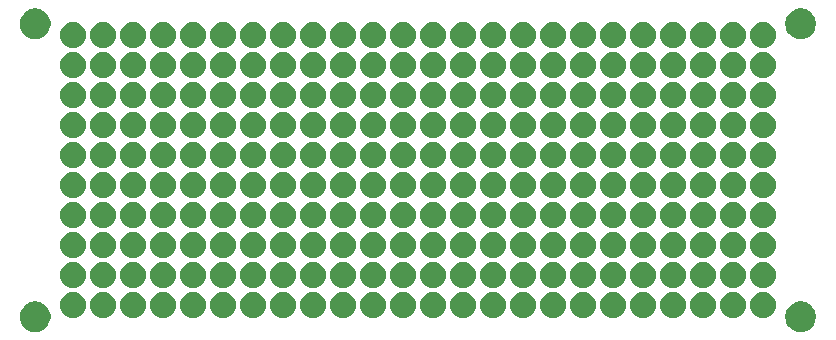
<source format=gbr>
G04 #@! TF.GenerationSoftware,KiCad,Pcbnew,9.0.1*
G04 #@! TF.CreationDate,2025-05-07T00:03:21-04:00*
G04 #@! TF.ProjectId,matrix-protoboard_10x24,6d617472-6978-42d7-9072-6f746f626f61,rev?*
G04 #@! TF.SameCoordinates,Original*
G04 #@! TF.FileFunction,Soldermask,Bot*
G04 #@! TF.FilePolarity,Negative*
%FSLAX46Y46*%
G04 Gerber Fmt 4.6, Leading zero omitted, Abs format (unit mm)*
G04 Created by KiCad (PCBNEW 9.0.1) date 2025-05-07 00:03:21*
%MOMM*%
%LPD*%
G01*
G04 APERTURE LIST*
G04 APERTURE END LIST*
G36*
X108093479Y-128285919D02*
G01*
X108287488Y-128348957D01*
X108469248Y-128441568D01*
X108634282Y-128561472D01*
X108778528Y-128705718D01*
X108898432Y-128870752D01*
X108991043Y-129052512D01*
X109054081Y-129246521D01*
X109085993Y-129448003D01*
X109085993Y-129651997D01*
X109054081Y-129853479D01*
X108991043Y-130047488D01*
X108898432Y-130229248D01*
X108778528Y-130394282D01*
X108634282Y-130538528D01*
X108469248Y-130658432D01*
X108287488Y-130751043D01*
X108093479Y-130814081D01*
X107891997Y-130845993D01*
X107688003Y-130845993D01*
X107486521Y-130814081D01*
X107292512Y-130751043D01*
X107110752Y-130658432D01*
X106945718Y-130538528D01*
X106801472Y-130394282D01*
X106681568Y-130229248D01*
X106588957Y-130047488D01*
X106525919Y-129853479D01*
X106494007Y-129651997D01*
X106494007Y-129448003D01*
X106525919Y-129246521D01*
X106588957Y-129052512D01*
X106681568Y-128870752D01*
X106801472Y-128705718D01*
X106945718Y-128561472D01*
X107110752Y-128441568D01*
X107292512Y-128348957D01*
X107486521Y-128285919D01*
X107688003Y-128254007D01*
X107891997Y-128254007D01*
X108093479Y-128285919D01*
G37*
G36*
X172893479Y-128285919D02*
G01*
X173087488Y-128348957D01*
X173269248Y-128441568D01*
X173434282Y-128561472D01*
X173578528Y-128705718D01*
X173698432Y-128870752D01*
X173791043Y-129052512D01*
X173854081Y-129246521D01*
X173885993Y-129448003D01*
X173885993Y-129651997D01*
X173854081Y-129853479D01*
X173791043Y-130047488D01*
X173698432Y-130229248D01*
X173578528Y-130394282D01*
X173434282Y-130538528D01*
X173269248Y-130658432D01*
X173087488Y-130751043D01*
X172893479Y-130814081D01*
X172691997Y-130845993D01*
X172488003Y-130845993D01*
X172286521Y-130814081D01*
X172092512Y-130751043D01*
X171910752Y-130658432D01*
X171745718Y-130538528D01*
X171601472Y-130394282D01*
X171481568Y-130229248D01*
X171388957Y-130047488D01*
X171325919Y-129853479D01*
X171294007Y-129651997D01*
X171294007Y-129448003D01*
X171325919Y-129246521D01*
X171388957Y-129052512D01*
X171481568Y-128870752D01*
X171601472Y-128705718D01*
X171745718Y-128561472D01*
X171910752Y-128441568D01*
X172092512Y-128348957D01*
X172286521Y-128285919D01*
X172488003Y-128254007D01*
X172691997Y-128254007D01*
X172893479Y-128285919D01*
G37*
G36*
X111246790Y-127500393D02*
G01*
X111410952Y-127553733D01*
X111564748Y-127632096D01*
X111704393Y-127733553D01*
X111826447Y-127855607D01*
X111927904Y-127995252D01*
X112006267Y-128149048D01*
X112059607Y-128313210D01*
X112086609Y-128483695D01*
X112086609Y-128656305D01*
X112059607Y-128826790D01*
X112006267Y-128990952D01*
X111927904Y-129144748D01*
X111826447Y-129284393D01*
X111704393Y-129406447D01*
X111564748Y-129507904D01*
X111410952Y-129586267D01*
X111246790Y-129639607D01*
X111076305Y-129666609D01*
X110903695Y-129666609D01*
X110733210Y-129639607D01*
X110569048Y-129586267D01*
X110415252Y-129507904D01*
X110275607Y-129406447D01*
X110153553Y-129284393D01*
X110052096Y-129144748D01*
X109973733Y-128990952D01*
X109920393Y-128826790D01*
X109893391Y-128656305D01*
X109893391Y-128483695D01*
X109920393Y-128313210D01*
X109973733Y-128149048D01*
X110052096Y-127995252D01*
X110153553Y-127855607D01*
X110275607Y-127733553D01*
X110415252Y-127632096D01*
X110569048Y-127553733D01*
X110733210Y-127500393D01*
X110903695Y-127473391D01*
X111076305Y-127473391D01*
X111246790Y-127500393D01*
G37*
G36*
X113786790Y-127500393D02*
G01*
X113950952Y-127553733D01*
X114104748Y-127632096D01*
X114244393Y-127733553D01*
X114366447Y-127855607D01*
X114467904Y-127995252D01*
X114546267Y-128149048D01*
X114599607Y-128313210D01*
X114626609Y-128483695D01*
X114626609Y-128656305D01*
X114599607Y-128826790D01*
X114546267Y-128990952D01*
X114467904Y-129144748D01*
X114366447Y-129284393D01*
X114244393Y-129406447D01*
X114104748Y-129507904D01*
X113950952Y-129586267D01*
X113786790Y-129639607D01*
X113616305Y-129666609D01*
X113443695Y-129666609D01*
X113273210Y-129639607D01*
X113109048Y-129586267D01*
X112955252Y-129507904D01*
X112815607Y-129406447D01*
X112693553Y-129284393D01*
X112592096Y-129144748D01*
X112513733Y-128990952D01*
X112460393Y-128826790D01*
X112433391Y-128656305D01*
X112433391Y-128483695D01*
X112460393Y-128313210D01*
X112513733Y-128149048D01*
X112592096Y-127995252D01*
X112693553Y-127855607D01*
X112815607Y-127733553D01*
X112955252Y-127632096D01*
X113109048Y-127553733D01*
X113273210Y-127500393D01*
X113443695Y-127473391D01*
X113616305Y-127473391D01*
X113786790Y-127500393D01*
G37*
G36*
X116326790Y-127500393D02*
G01*
X116490952Y-127553733D01*
X116644748Y-127632096D01*
X116784393Y-127733553D01*
X116906447Y-127855607D01*
X117007904Y-127995252D01*
X117086267Y-128149048D01*
X117139607Y-128313210D01*
X117166609Y-128483695D01*
X117166609Y-128656305D01*
X117139607Y-128826790D01*
X117086267Y-128990952D01*
X117007904Y-129144748D01*
X116906447Y-129284393D01*
X116784393Y-129406447D01*
X116644748Y-129507904D01*
X116490952Y-129586267D01*
X116326790Y-129639607D01*
X116156305Y-129666609D01*
X115983695Y-129666609D01*
X115813210Y-129639607D01*
X115649048Y-129586267D01*
X115495252Y-129507904D01*
X115355607Y-129406447D01*
X115233553Y-129284393D01*
X115132096Y-129144748D01*
X115053733Y-128990952D01*
X115000393Y-128826790D01*
X114973391Y-128656305D01*
X114973391Y-128483695D01*
X115000393Y-128313210D01*
X115053733Y-128149048D01*
X115132096Y-127995252D01*
X115233553Y-127855607D01*
X115355607Y-127733553D01*
X115495252Y-127632096D01*
X115649048Y-127553733D01*
X115813210Y-127500393D01*
X115983695Y-127473391D01*
X116156305Y-127473391D01*
X116326790Y-127500393D01*
G37*
G36*
X118866790Y-127500393D02*
G01*
X119030952Y-127553733D01*
X119184748Y-127632096D01*
X119324393Y-127733553D01*
X119446447Y-127855607D01*
X119547904Y-127995252D01*
X119626267Y-128149048D01*
X119679607Y-128313210D01*
X119706609Y-128483695D01*
X119706609Y-128656305D01*
X119679607Y-128826790D01*
X119626267Y-128990952D01*
X119547904Y-129144748D01*
X119446447Y-129284393D01*
X119324393Y-129406447D01*
X119184748Y-129507904D01*
X119030952Y-129586267D01*
X118866790Y-129639607D01*
X118696305Y-129666609D01*
X118523695Y-129666609D01*
X118353210Y-129639607D01*
X118189048Y-129586267D01*
X118035252Y-129507904D01*
X117895607Y-129406447D01*
X117773553Y-129284393D01*
X117672096Y-129144748D01*
X117593733Y-128990952D01*
X117540393Y-128826790D01*
X117513391Y-128656305D01*
X117513391Y-128483695D01*
X117540393Y-128313210D01*
X117593733Y-128149048D01*
X117672096Y-127995252D01*
X117773553Y-127855607D01*
X117895607Y-127733553D01*
X118035252Y-127632096D01*
X118189048Y-127553733D01*
X118353210Y-127500393D01*
X118523695Y-127473391D01*
X118696305Y-127473391D01*
X118866790Y-127500393D01*
G37*
G36*
X121406790Y-127500393D02*
G01*
X121570952Y-127553733D01*
X121724748Y-127632096D01*
X121864393Y-127733553D01*
X121986447Y-127855607D01*
X122087904Y-127995252D01*
X122166267Y-128149048D01*
X122219607Y-128313210D01*
X122246609Y-128483695D01*
X122246609Y-128656305D01*
X122219607Y-128826790D01*
X122166267Y-128990952D01*
X122087904Y-129144748D01*
X121986447Y-129284393D01*
X121864393Y-129406447D01*
X121724748Y-129507904D01*
X121570952Y-129586267D01*
X121406790Y-129639607D01*
X121236305Y-129666609D01*
X121063695Y-129666609D01*
X120893210Y-129639607D01*
X120729048Y-129586267D01*
X120575252Y-129507904D01*
X120435607Y-129406447D01*
X120313553Y-129284393D01*
X120212096Y-129144748D01*
X120133733Y-128990952D01*
X120080393Y-128826790D01*
X120053391Y-128656305D01*
X120053391Y-128483695D01*
X120080393Y-128313210D01*
X120133733Y-128149048D01*
X120212096Y-127995252D01*
X120313553Y-127855607D01*
X120435607Y-127733553D01*
X120575252Y-127632096D01*
X120729048Y-127553733D01*
X120893210Y-127500393D01*
X121063695Y-127473391D01*
X121236305Y-127473391D01*
X121406790Y-127500393D01*
G37*
G36*
X123946790Y-127500393D02*
G01*
X124110952Y-127553733D01*
X124264748Y-127632096D01*
X124404393Y-127733553D01*
X124526447Y-127855607D01*
X124627904Y-127995252D01*
X124706267Y-128149048D01*
X124759607Y-128313210D01*
X124786609Y-128483695D01*
X124786609Y-128656305D01*
X124759607Y-128826790D01*
X124706267Y-128990952D01*
X124627904Y-129144748D01*
X124526447Y-129284393D01*
X124404393Y-129406447D01*
X124264748Y-129507904D01*
X124110952Y-129586267D01*
X123946790Y-129639607D01*
X123776305Y-129666609D01*
X123603695Y-129666609D01*
X123433210Y-129639607D01*
X123269048Y-129586267D01*
X123115252Y-129507904D01*
X122975607Y-129406447D01*
X122853553Y-129284393D01*
X122752096Y-129144748D01*
X122673733Y-128990952D01*
X122620393Y-128826790D01*
X122593391Y-128656305D01*
X122593391Y-128483695D01*
X122620393Y-128313210D01*
X122673733Y-128149048D01*
X122752096Y-127995252D01*
X122853553Y-127855607D01*
X122975607Y-127733553D01*
X123115252Y-127632096D01*
X123269048Y-127553733D01*
X123433210Y-127500393D01*
X123603695Y-127473391D01*
X123776305Y-127473391D01*
X123946790Y-127500393D01*
G37*
G36*
X126486790Y-127500393D02*
G01*
X126650952Y-127553733D01*
X126804748Y-127632096D01*
X126944393Y-127733553D01*
X127066447Y-127855607D01*
X127167904Y-127995252D01*
X127246267Y-128149048D01*
X127299607Y-128313210D01*
X127326609Y-128483695D01*
X127326609Y-128656305D01*
X127299607Y-128826790D01*
X127246267Y-128990952D01*
X127167904Y-129144748D01*
X127066447Y-129284393D01*
X126944393Y-129406447D01*
X126804748Y-129507904D01*
X126650952Y-129586267D01*
X126486790Y-129639607D01*
X126316305Y-129666609D01*
X126143695Y-129666609D01*
X125973210Y-129639607D01*
X125809048Y-129586267D01*
X125655252Y-129507904D01*
X125515607Y-129406447D01*
X125393553Y-129284393D01*
X125292096Y-129144748D01*
X125213733Y-128990952D01*
X125160393Y-128826790D01*
X125133391Y-128656305D01*
X125133391Y-128483695D01*
X125160393Y-128313210D01*
X125213733Y-128149048D01*
X125292096Y-127995252D01*
X125393553Y-127855607D01*
X125515607Y-127733553D01*
X125655252Y-127632096D01*
X125809048Y-127553733D01*
X125973210Y-127500393D01*
X126143695Y-127473391D01*
X126316305Y-127473391D01*
X126486790Y-127500393D01*
G37*
G36*
X129026790Y-127500393D02*
G01*
X129190952Y-127553733D01*
X129344748Y-127632096D01*
X129484393Y-127733553D01*
X129606447Y-127855607D01*
X129707904Y-127995252D01*
X129786267Y-128149048D01*
X129839607Y-128313210D01*
X129866609Y-128483695D01*
X129866609Y-128656305D01*
X129839607Y-128826790D01*
X129786267Y-128990952D01*
X129707904Y-129144748D01*
X129606447Y-129284393D01*
X129484393Y-129406447D01*
X129344748Y-129507904D01*
X129190952Y-129586267D01*
X129026790Y-129639607D01*
X128856305Y-129666609D01*
X128683695Y-129666609D01*
X128513210Y-129639607D01*
X128349048Y-129586267D01*
X128195252Y-129507904D01*
X128055607Y-129406447D01*
X127933553Y-129284393D01*
X127832096Y-129144748D01*
X127753733Y-128990952D01*
X127700393Y-128826790D01*
X127673391Y-128656305D01*
X127673391Y-128483695D01*
X127700393Y-128313210D01*
X127753733Y-128149048D01*
X127832096Y-127995252D01*
X127933553Y-127855607D01*
X128055607Y-127733553D01*
X128195252Y-127632096D01*
X128349048Y-127553733D01*
X128513210Y-127500393D01*
X128683695Y-127473391D01*
X128856305Y-127473391D01*
X129026790Y-127500393D01*
G37*
G36*
X131566790Y-127500393D02*
G01*
X131730952Y-127553733D01*
X131884748Y-127632096D01*
X132024393Y-127733553D01*
X132146447Y-127855607D01*
X132247904Y-127995252D01*
X132326267Y-128149048D01*
X132379607Y-128313210D01*
X132406609Y-128483695D01*
X132406609Y-128656305D01*
X132379607Y-128826790D01*
X132326267Y-128990952D01*
X132247904Y-129144748D01*
X132146447Y-129284393D01*
X132024393Y-129406447D01*
X131884748Y-129507904D01*
X131730952Y-129586267D01*
X131566790Y-129639607D01*
X131396305Y-129666609D01*
X131223695Y-129666609D01*
X131053210Y-129639607D01*
X130889048Y-129586267D01*
X130735252Y-129507904D01*
X130595607Y-129406447D01*
X130473553Y-129284393D01*
X130372096Y-129144748D01*
X130293733Y-128990952D01*
X130240393Y-128826790D01*
X130213391Y-128656305D01*
X130213391Y-128483695D01*
X130240393Y-128313210D01*
X130293733Y-128149048D01*
X130372096Y-127995252D01*
X130473553Y-127855607D01*
X130595607Y-127733553D01*
X130735252Y-127632096D01*
X130889048Y-127553733D01*
X131053210Y-127500393D01*
X131223695Y-127473391D01*
X131396305Y-127473391D01*
X131566790Y-127500393D01*
G37*
G36*
X134106790Y-127500393D02*
G01*
X134270952Y-127553733D01*
X134424748Y-127632096D01*
X134564393Y-127733553D01*
X134686447Y-127855607D01*
X134787904Y-127995252D01*
X134866267Y-128149048D01*
X134919607Y-128313210D01*
X134946609Y-128483695D01*
X134946609Y-128656305D01*
X134919607Y-128826790D01*
X134866267Y-128990952D01*
X134787904Y-129144748D01*
X134686447Y-129284393D01*
X134564393Y-129406447D01*
X134424748Y-129507904D01*
X134270952Y-129586267D01*
X134106790Y-129639607D01*
X133936305Y-129666609D01*
X133763695Y-129666609D01*
X133593210Y-129639607D01*
X133429048Y-129586267D01*
X133275252Y-129507904D01*
X133135607Y-129406447D01*
X133013553Y-129284393D01*
X132912096Y-129144748D01*
X132833733Y-128990952D01*
X132780393Y-128826790D01*
X132753391Y-128656305D01*
X132753391Y-128483695D01*
X132780393Y-128313210D01*
X132833733Y-128149048D01*
X132912096Y-127995252D01*
X133013553Y-127855607D01*
X133135607Y-127733553D01*
X133275252Y-127632096D01*
X133429048Y-127553733D01*
X133593210Y-127500393D01*
X133763695Y-127473391D01*
X133936305Y-127473391D01*
X134106790Y-127500393D01*
G37*
G36*
X136646790Y-127500393D02*
G01*
X136810952Y-127553733D01*
X136964748Y-127632096D01*
X137104393Y-127733553D01*
X137226447Y-127855607D01*
X137327904Y-127995252D01*
X137406267Y-128149048D01*
X137459607Y-128313210D01*
X137486609Y-128483695D01*
X137486609Y-128656305D01*
X137459607Y-128826790D01*
X137406267Y-128990952D01*
X137327904Y-129144748D01*
X137226447Y-129284393D01*
X137104393Y-129406447D01*
X136964748Y-129507904D01*
X136810952Y-129586267D01*
X136646790Y-129639607D01*
X136476305Y-129666609D01*
X136303695Y-129666609D01*
X136133210Y-129639607D01*
X135969048Y-129586267D01*
X135815252Y-129507904D01*
X135675607Y-129406447D01*
X135553553Y-129284393D01*
X135452096Y-129144748D01*
X135373733Y-128990952D01*
X135320393Y-128826790D01*
X135293391Y-128656305D01*
X135293391Y-128483695D01*
X135320393Y-128313210D01*
X135373733Y-128149048D01*
X135452096Y-127995252D01*
X135553553Y-127855607D01*
X135675607Y-127733553D01*
X135815252Y-127632096D01*
X135969048Y-127553733D01*
X136133210Y-127500393D01*
X136303695Y-127473391D01*
X136476305Y-127473391D01*
X136646790Y-127500393D01*
G37*
G36*
X139186790Y-127500393D02*
G01*
X139350952Y-127553733D01*
X139504748Y-127632096D01*
X139644393Y-127733553D01*
X139766447Y-127855607D01*
X139867904Y-127995252D01*
X139946267Y-128149048D01*
X139999607Y-128313210D01*
X140026609Y-128483695D01*
X140026609Y-128656305D01*
X139999607Y-128826790D01*
X139946267Y-128990952D01*
X139867904Y-129144748D01*
X139766447Y-129284393D01*
X139644393Y-129406447D01*
X139504748Y-129507904D01*
X139350952Y-129586267D01*
X139186790Y-129639607D01*
X139016305Y-129666609D01*
X138843695Y-129666609D01*
X138673210Y-129639607D01*
X138509048Y-129586267D01*
X138355252Y-129507904D01*
X138215607Y-129406447D01*
X138093553Y-129284393D01*
X137992096Y-129144748D01*
X137913733Y-128990952D01*
X137860393Y-128826790D01*
X137833391Y-128656305D01*
X137833391Y-128483695D01*
X137860393Y-128313210D01*
X137913733Y-128149048D01*
X137992096Y-127995252D01*
X138093553Y-127855607D01*
X138215607Y-127733553D01*
X138355252Y-127632096D01*
X138509048Y-127553733D01*
X138673210Y-127500393D01*
X138843695Y-127473391D01*
X139016305Y-127473391D01*
X139186790Y-127500393D01*
G37*
G36*
X141726790Y-127500393D02*
G01*
X141890952Y-127553733D01*
X142044748Y-127632096D01*
X142184393Y-127733553D01*
X142306447Y-127855607D01*
X142407904Y-127995252D01*
X142486267Y-128149048D01*
X142539607Y-128313210D01*
X142566609Y-128483695D01*
X142566609Y-128656305D01*
X142539607Y-128826790D01*
X142486267Y-128990952D01*
X142407904Y-129144748D01*
X142306447Y-129284393D01*
X142184393Y-129406447D01*
X142044748Y-129507904D01*
X141890952Y-129586267D01*
X141726790Y-129639607D01*
X141556305Y-129666609D01*
X141383695Y-129666609D01*
X141213210Y-129639607D01*
X141049048Y-129586267D01*
X140895252Y-129507904D01*
X140755607Y-129406447D01*
X140633553Y-129284393D01*
X140532096Y-129144748D01*
X140453733Y-128990952D01*
X140400393Y-128826790D01*
X140373391Y-128656305D01*
X140373391Y-128483695D01*
X140400393Y-128313210D01*
X140453733Y-128149048D01*
X140532096Y-127995252D01*
X140633553Y-127855607D01*
X140755607Y-127733553D01*
X140895252Y-127632096D01*
X141049048Y-127553733D01*
X141213210Y-127500393D01*
X141383695Y-127473391D01*
X141556305Y-127473391D01*
X141726790Y-127500393D01*
G37*
G36*
X144266790Y-127500393D02*
G01*
X144430952Y-127553733D01*
X144584748Y-127632096D01*
X144724393Y-127733553D01*
X144846447Y-127855607D01*
X144947904Y-127995252D01*
X145026267Y-128149048D01*
X145079607Y-128313210D01*
X145106609Y-128483695D01*
X145106609Y-128656305D01*
X145079607Y-128826790D01*
X145026267Y-128990952D01*
X144947904Y-129144748D01*
X144846447Y-129284393D01*
X144724393Y-129406447D01*
X144584748Y-129507904D01*
X144430952Y-129586267D01*
X144266790Y-129639607D01*
X144096305Y-129666609D01*
X143923695Y-129666609D01*
X143753210Y-129639607D01*
X143589048Y-129586267D01*
X143435252Y-129507904D01*
X143295607Y-129406447D01*
X143173553Y-129284393D01*
X143072096Y-129144748D01*
X142993733Y-128990952D01*
X142940393Y-128826790D01*
X142913391Y-128656305D01*
X142913391Y-128483695D01*
X142940393Y-128313210D01*
X142993733Y-128149048D01*
X143072096Y-127995252D01*
X143173553Y-127855607D01*
X143295607Y-127733553D01*
X143435252Y-127632096D01*
X143589048Y-127553733D01*
X143753210Y-127500393D01*
X143923695Y-127473391D01*
X144096305Y-127473391D01*
X144266790Y-127500393D01*
G37*
G36*
X146806790Y-127500393D02*
G01*
X146970952Y-127553733D01*
X147124748Y-127632096D01*
X147264393Y-127733553D01*
X147386447Y-127855607D01*
X147487904Y-127995252D01*
X147566267Y-128149048D01*
X147619607Y-128313210D01*
X147646609Y-128483695D01*
X147646609Y-128656305D01*
X147619607Y-128826790D01*
X147566267Y-128990952D01*
X147487904Y-129144748D01*
X147386447Y-129284393D01*
X147264393Y-129406447D01*
X147124748Y-129507904D01*
X146970952Y-129586267D01*
X146806790Y-129639607D01*
X146636305Y-129666609D01*
X146463695Y-129666609D01*
X146293210Y-129639607D01*
X146129048Y-129586267D01*
X145975252Y-129507904D01*
X145835607Y-129406447D01*
X145713553Y-129284393D01*
X145612096Y-129144748D01*
X145533733Y-128990952D01*
X145480393Y-128826790D01*
X145453391Y-128656305D01*
X145453391Y-128483695D01*
X145480393Y-128313210D01*
X145533733Y-128149048D01*
X145612096Y-127995252D01*
X145713553Y-127855607D01*
X145835607Y-127733553D01*
X145975252Y-127632096D01*
X146129048Y-127553733D01*
X146293210Y-127500393D01*
X146463695Y-127473391D01*
X146636305Y-127473391D01*
X146806790Y-127500393D01*
G37*
G36*
X149346790Y-127500393D02*
G01*
X149510952Y-127553733D01*
X149664748Y-127632096D01*
X149804393Y-127733553D01*
X149926447Y-127855607D01*
X150027904Y-127995252D01*
X150106267Y-128149048D01*
X150159607Y-128313210D01*
X150186609Y-128483695D01*
X150186609Y-128656305D01*
X150159607Y-128826790D01*
X150106267Y-128990952D01*
X150027904Y-129144748D01*
X149926447Y-129284393D01*
X149804393Y-129406447D01*
X149664748Y-129507904D01*
X149510952Y-129586267D01*
X149346790Y-129639607D01*
X149176305Y-129666609D01*
X149003695Y-129666609D01*
X148833210Y-129639607D01*
X148669048Y-129586267D01*
X148515252Y-129507904D01*
X148375607Y-129406447D01*
X148253553Y-129284393D01*
X148152096Y-129144748D01*
X148073733Y-128990952D01*
X148020393Y-128826790D01*
X147993391Y-128656305D01*
X147993391Y-128483695D01*
X148020393Y-128313210D01*
X148073733Y-128149048D01*
X148152096Y-127995252D01*
X148253553Y-127855607D01*
X148375607Y-127733553D01*
X148515252Y-127632096D01*
X148669048Y-127553733D01*
X148833210Y-127500393D01*
X149003695Y-127473391D01*
X149176305Y-127473391D01*
X149346790Y-127500393D01*
G37*
G36*
X151886790Y-127500393D02*
G01*
X152050952Y-127553733D01*
X152204748Y-127632096D01*
X152344393Y-127733553D01*
X152466447Y-127855607D01*
X152567904Y-127995252D01*
X152646267Y-128149048D01*
X152699607Y-128313210D01*
X152726609Y-128483695D01*
X152726609Y-128656305D01*
X152699607Y-128826790D01*
X152646267Y-128990952D01*
X152567904Y-129144748D01*
X152466447Y-129284393D01*
X152344393Y-129406447D01*
X152204748Y-129507904D01*
X152050952Y-129586267D01*
X151886790Y-129639607D01*
X151716305Y-129666609D01*
X151543695Y-129666609D01*
X151373210Y-129639607D01*
X151209048Y-129586267D01*
X151055252Y-129507904D01*
X150915607Y-129406447D01*
X150793553Y-129284393D01*
X150692096Y-129144748D01*
X150613733Y-128990952D01*
X150560393Y-128826790D01*
X150533391Y-128656305D01*
X150533391Y-128483695D01*
X150560393Y-128313210D01*
X150613733Y-128149048D01*
X150692096Y-127995252D01*
X150793553Y-127855607D01*
X150915607Y-127733553D01*
X151055252Y-127632096D01*
X151209048Y-127553733D01*
X151373210Y-127500393D01*
X151543695Y-127473391D01*
X151716305Y-127473391D01*
X151886790Y-127500393D01*
G37*
G36*
X154426790Y-127500393D02*
G01*
X154590952Y-127553733D01*
X154744748Y-127632096D01*
X154884393Y-127733553D01*
X155006447Y-127855607D01*
X155107904Y-127995252D01*
X155186267Y-128149048D01*
X155239607Y-128313210D01*
X155266609Y-128483695D01*
X155266609Y-128656305D01*
X155239607Y-128826790D01*
X155186267Y-128990952D01*
X155107904Y-129144748D01*
X155006447Y-129284393D01*
X154884393Y-129406447D01*
X154744748Y-129507904D01*
X154590952Y-129586267D01*
X154426790Y-129639607D01*
X154256305Y-129666609D01*
X154083695Y-129666609D01*
X153913210Y-129639607D01*
X153749048Y-129586267D01*
X153595252Y-129507904D01*
X153455607Y-129406447D01*
X153333553Y-129284393D01*
X153232096Y-129144748D01*
X153153733Y-128990952D01*
X153100393Y-128826790D01*
X153073391Y-128656305D01*
X153073391Y-128483695D01*
X153100393Y-128313210D01*
X153153733Y-128149048D01*
X153232096Y-127995252D01*
X153333553Y-127855607D01*
X153455607Y-127733553D01*
X153595252Y-127632096D01*
X153749048Y-127553733D01*
X153913210Y-127500393D01*
X154083695Y-127473391D01*
X154256305Y-127473391D01*
X154426790Y-127500393D01*
G37*
G36*
X156966790Y-127500393D02*
G01*
X157130952Y-127553733D01*
X157284748Y-127632096D01*
X157424393Y-127733553D01*
X157546447Y-127855607D01*
X157647904Y-127995252D01*
X157726267Y-128149048D01*
X157779607Y-128313210D01*
X157806609Y-128483695D01*
X157806609Y-128656305D01*
X157779607Y-128826790D01*
X157726267Y-128990952D01*
X157647904Y-129144748D01*
X157546447Y-129284393D01*
X157424393Y-129406447D01*
X157284748Y-129507904D01*
X157130952Y-129586267D01*
X156966790Y-129639607D01*
X156796305Y-129666609D01*
X156623695Y-129666609D01*
X156453210Y-129639607D01*
X156289048Y-129586267D01*
X156135252Y-129507904D01*
X155995607Y-129406447D01*
X155873553Y-129284393D01*
X155772096Y-129144748D01*
X155693733Y-128990952D01*
X155640393Y-128826790D01*
X155613391Y-128656305D01*
X155613391Y-128483695D01*
X155640393Y-128313210D01*
X155693733Y-128149048D01*
X155772096Y-127995252D01*
X155873553Y-127855607D01*
X155995607Y-127733553D01*
X156135252Y-127632096D01*
X156289048Y-127553733D01*
X156453210Y-127500393D01*
X156623695Y-127473391D01*
X156796305Y-127473391D01*
X156966790Y-127500393D01*
G37*
G36*
X159506790Y-127500393D02*
G01*
X159670952Y-127553733D01*
X159824748Y-127632096D01*
X159964393Y-127733553D01*
X160086447Y-127855607D01*
X160187904Y-127995252D01*
X160266267Y-128149048D01*
X160319607Y-128313210D01*
X160346609Y-128483695D01*
X160346609Y-128656305D01*
X160319607Y-128826790D01*
X160266267Y-128990952D01*
X160187904Y-129144748D01*
X160086447Y-129284393D01*
X159964393Y-129406447D01*
X159824748Y-129507904D01*
X159670952Y-129586267D01*
X159506790Y-129639607D01*
X159336305Y-129666609D01*
X159163695Y-129666609D01*
X158993210Y-129639607D01*
X158829048Y-129586267D01*
X158675252Y-129507904D01*
X158535607Y-129406447D01*
X158413553Y-129284393D01*
X158312096Y-129144748D01*
X158233733Y-128990952D01*
X158180393Y-128826790D01*
X158153391Y-128656305D01*
X158153391Y-128483695D01*
X158180393Y-128313210D01*
X158233733Y-128149048D01*
X158312096Y-127995252D01*
X158413553Y-127855607D01*
X158535607Y-127733553D01*
X158675252Y-127632096D01*
X158829048Y-127553733D01*
X158993210Y-127500393D01*
X159163695Y-127473391D01*
X159336305Y-127473391D01*
X159506790Y-127500393D01*
G37*
G36*
X162046790Y-127500393D02*
G01*
X162210952Y-127553733D01*
X162364748Y-127632096D01*
X162504393Y-127733553D01*
X162626447Y-127855607D01*
X162727904Y-127995252D01*
X162806267Y-128149048D01*
X162859607Y-128313210D01*
X162886609Y-128483695D01*
X162886609Y-128656305D01*
X162859607Y-128826790D01*
X162806267Y-128990952D01*
X162727904Y-129144748D01*
X162626447Y-129284393D01*
X162504393Y-129406447D01*
X162364748Y-129507904D01*
X162210952Y-129586267D01*
X162046790Y-129639607D01*
X161876305Y-129666609D01*
X161703695Y-129666609D01*
X161533210Y-129639607D01*
X161369048Y-129586267D01*
X161215252Y-129507904D01*
X161075607Y-129406447D01*
X160953553Y-129284393D01*
X160852096Y-129144748D01*
X160773733Y-128990952D01*
X160720393Y-128826790D01*
X160693391Y-128656305D01*
X160693391Y-128483695D01*
X160720393Y-128313210D01*
X160773733Y-128149048D01*
X160852096Y-127995252D01*
X160953553Y-127855607D01*
X161075607Y-127733553D01*
X161215252Y-127632096D01*
X161369048Y-127553733D01*
X161533210Y-127500393D01*
X161703695Y-127473391D01*
X161876305Y-127473391D01*
X162046790Y-127500393D01*
G37*
G36*
X164586790Y-127500393D02*
G01*
X164750952Y-127553733D01*
X164904748Y-127632096D01*
X165044393Y-127733553D01*
X165166447Y-127855607D01*
X165267904Y-127995252D01*
X165346267Y-128149048D01*
X165399607Y-128313210D01*
X165426609Y-128483695D01*
X165426609Y-128656305D01*
X165399607Y-128826790D01*
X165346267Y-128990952D01*
X165267904Y-129144748D01*
X165166447Y-129284393D01*
X165044393Y-129406447D01*
X164904748Y-129507904D01*
X164750952Y-129586267D01*
X164586790Y-129639607D01*
X164416305Y-129666609D01*
X164243695Y-129666609D01*
X164073210Y-129639607D01*
X163909048Y-129586267D01*
X163755252Y-129507904D01*
X163615607Y-129406447D01*
X163493553Y-129284393D01*
X163392096Y-129144748D01*
X163313733Y-128990952D01*
X163260393Y-128826790D01*
X163233391Y-128656305D01*
X163233391Y-128483695D01*
X163260393Y-128313210D01*
X163313733Y-128149048D01*
X163392096Y-127995252D01*
X163493553Y-127855607D01*
X163615607Y-127733553D01*
X163755252Y-127632096D01*
X163909048Y-127553733D01*
X164073210Y-127500393D01*
X164243695Y-127473391D01*
X164416305Y-127473391D01*
X164586790Y-127500393D01*
G37*
G36*
X167126790Y-127500393D02*
G01*
X167290952Y-127553733D01*
X167444748Y-127632096D01*
X167584393Y-127733553D01*
X167706447Y-127855607D01*
X167807904Y-127995252D01*
X167886267Y-128149048D01*
X167939607Y-128313210D01*
X167966609Y-128483695D01*
X167966609Y-128656305D01*
X167939607Y-128826790D01*
X167886267Y-128990952D01*
X167807904Y-129144748D01*
X167706447Y-129284393D01*
X167584393Y-129406447D01*
X167444748Y-129507904D01*
X167290952Y-129586267D01*
X167126790Y-129639607D01*
X166956305Y-129666609D01*
X166783695Y-129666609D01*
X166613210Y-129639607D01*
X166449048Y-129586267D01*
X166295252Y-129507904D01*
X166155607Y-129406447D01*
X166033553Y-129284393D01*
X165932096Y-129144748D01*
X165853733Y-128990952D01*
X165800393Y-128826790D01*
X165773391Y-128656305D01*
X165773391Y-128483695D01*
X165800393Y-128313210D01*
X165853733Y-128149048D01*
X165932096Y-127995252D01*
X166033553Y-127855607D01*
X166155607Y-127733553D01*
X166295252Y-127632096D01*
X166449048Y-127553733D01*
X166613210Y-127500393D01*
X166783695Y-127473391D01*
X166956305Y-127473391D01*
X167126790Y-127500393D01*
G37*
G36*
X169666790Y-127500393D02*
G01*
X169830952Y-127553733D01*
X169984748Y-127632096D01*
X170124393Y-127733553D01*
X170246447Y-127855607D01*
X170347904Y-127995252D01*
X170426267Y-128149048D01*
X170479607Y-128313210D01*
X170506609Y-128483695D01*
X170506609Y-128656305D01*
X170479607Y-128826790D01*
X170426267Y-128990952D01*
X170347904Y-129144748D01*
X170246447Y-129284393D01*
X170124393Y-129406447D01*
X169984748Y-129507904D01*
X169830952Y-129586267D01*
X169666790Y-129639607D01*
X169496305Y-129666609D01*
X169323695Y-129666609D01*
X169153210Y-129639607D01*
X168989048Y-129586267D01*
X168835252Y-129507904D01*
X168695607Y-129406447D01*
X168573553Y-129284393D01*
X168472096Y-129144748D01*
X168393733Y-128990952D01*
X168340393Y-128826790D01*
X168313391Y-128656305D01*
X168313391Y-128483695D01*
X168340393Y-128313210D01*
X168393733Y-128149048D01*
X168472096Y-127995252D01*
X168573553Y-127855607D01*
X168695607Y-127733553D01*
X168835252Y-127632096D01*
X168989048Y-127553733D01*
X169153210Y-127500393D01*
X169323695Y-127473391D01*
X169496305Y-127473391D01*
X169666790Y-127500393D01*
G37*
G36*
X111246790Y-124960393D02*
G01*
X111410952Y-125013733D01*
X111564748Y-125092096D01*
X111704393Y-125193553D01*
X111826447Y-125315607D01*
X111927904Y-125455252D01*
X112006267Y-125609048D01*
X112059607Y-125773210D01*
X112086609Y-125943695D01*
X112086609Y-126116305D01*
X112059607Y-126286790D01*
X112006267Y-126450952D01*
X111927904Y-126604748D01*
X111826447Y-126744393D01*
X111704393Y-126866447D01*
X111564748Y-126967904D01*
X111410952Y-127046267D01*
X111246790Y-127099607D01*
X111076305Y-127126609D01*
X110903695Y-127126609D01*
X110733210Y-127099607D01*
X110569048Y-127046267D01*
X110415252Y-126967904D01*
X110275607Y-126866447D01*
X110153553Y-126744393D01*
X110052096Y-126604748D01*
X109973733Y-126450952D01*
X109920393Y-126286790D01*
X109893391Y-126116305D01*
X109893391Y-125943695D01*
X109920393Y-125773210D01*
X109973733Y-125609048D01*
X110052096Y-125455252D01*
X110153553Y-125315607D01*
X110275607Y-125193553D01*
X110415252Y-125092096D01*
X110569048Y-125013733D01*
X110733210Y-124960393D01*
X110903695Y-124933391D01*
X111076305Y-124933391D01*
X111246790Y-124960393D01*
G37*
G36*
X113786790Y-124960393D02*
G01*
X113950952Y-125013733D01*
X114104748Y-125092096D01*
X114244393Y-125193553D01*
X114366447Y-125315607D01*
X114467904Y-125455252D01*
X114546267Y-125609048D01*
X114599607Y-125773210D01*
X114626609Y-125943695D01*
X114626609Y-126116305D01*
X114599607Y-126286790D01*
X114546267Y-126450952D01*
X114467904Y-126604748D01*
X114366447Y-126744393D01*
X114244393Y-126866447D01*
X114104748Y-126967904D01*
X113950952Y-127046267D01*
X113786790Y-127099607D01*
X113616305Y-127126609D01*
X113443695Y-127126609D01*
X113273210Y-127099607D01*
X113109048Y-127046267D01*
X112955252Y-126967904D01*
X112815607Y-126866447D01*
X112693553Y-126744393D01*
X112592096Y-126604748D01*
X112513733Y-126450952D01*
X112460393Y-126286790D01*
X112433391Y-126116305D01*
X112433391Y-125943695D01*
X112460393Y-125773210D01*
X112513733Y-125609048D01*
X112592096Y-125455252D01*
X112693553Y-125315607D01*
X112815607Y-125193553D01*
X112955252Y-125092096D01*
X113109048Y-125013733D01*
X113273210Y-124960393D01*
X113443695Y-124933391D01*
X113616305Y-124933391D01*
X113786790Y-124960393D01*
G37*
G36*
X116326790Y-124960393D02*
G01*
X116490952Y-125013733D01*
X116644748Y-125092096D01*
X116784393Y-125193553D01*
X116906447Y-125315607D01*
X117007904Y-125455252D01*
X117086267Y-125609048D01*
X117139607Y-125773210D01*
X117166609Y-125943695D01*
X117166609Y-126116305D01*
X117139607Y-126286790D01*
X117086267Y-126450952D01*
X117007904Y-126604748D01*
X116906447Y-126744393D01*
X116784393Y-126866447D01*
X116644748Y-126967904D01*
X116490952Y-127046267D01*
X116326790Y-127099607D01*
X116156305Y-127126609D01*
X115983695Y-127126609D01*
X115813210Y-127099607D01*
X115649048Y-127046267D01*
X115495252Y-126967904D01*
X115355607Y-126866447D01*
X115233553Y-126744393D01*
X115132096Y-126604748D01*
X115053733Y-126450952D01*
X115000393Y-126286790D01*
X114973391Y-126116305D01*
X114973391Y-125943695D01*
X115000393Y-125773210D01*
X115053733Y-125609048D01*
X115132096Y-125455252D01*
X115233553Y-125315607D01*
X115355607Y-125193553D01*
X115495252Y-125092096D01*
X115649048Y-125013733D01*
X115813210Y-124960393D01*
X115983695Y-124933391D01*
X116156305Y-124933391D01*
X116326790Y-124960393D01*
G37*
G36*
X118866790Y-124960393D02*
G01*
X119030952Y-125013733D01*
X119184748Y-125092096D01*
X119324393Y-125193553D01*
X119446447Y-125315607D01*
X119547904Y-125455252D01*
X119626267Y-125609048D01*
X119679607Y-125773210D01*
X119706609Y-125943695D01*
X119706609Y-126116305D01*
X119679607Y-126286790D01*
X119626267Y-126450952D01*
X119547904Y-126604748D01*
X119446447Y-126744393D01*
X119324393Y-126866447D01*
X119184748Y-126967904D01*
X119030952Y-127046267D01*
X118866790Y-127099607D01*
X118696305Y-127126609D01*
X118523695Y-127126609D01*
X118353210Y-127099607D01*
X118189048Y-127046267D01*
X118035252Y-126967904D01*
X117895607Y-126866447D01*
X117773553Y-126744393D01*
X117672096Y-126604748D01*
X117593733Y-126450952D01*
X117540393Y-126286790D01*
X117513391Y-126116305D01*
X117513391Y-125943695D01*
X117540393Y-125773210D01*
X117593733Y-125609048D01*
X117672096Y-125455252D01*
X117773553Y-125315607D01*
X117895607Y-125193553D01*
X118035252Y-125092096D01*
X118189048Y-125013733D01*
X118353210Y-124960393D01*
X118523695Y-124933391D01*
X118696305Y-124933391D01*
X118866790Y-124960393D01*
G37*
G36*
X121406790Y-124960393D02*
G01*
X121570952Y-125013733D01*
X121724748Y-125092096D01*
X121864393Y-125193553D01*
X121986447Y-125315607D01*
X122087904Y-125455252D01*
X122166267Y-125609048D01*
X122219607Y-125773210D01*
X122246609Y-125943695D01*
X122246609Y-126116305D01*
X122219607Y-126286790D01*
X122166267Y-126450952D01*
X122087904Y-126604748D01*
X121986447Y-126744393D01*
X121864393Y-126866447D01*
X121724748Y-126967904D01*
X121570952Y-127046267D01*
X121406790Y-127099607D01*
X121236305Y-127126609D01*
X121063695Y-127126609D01*
X120893210Y-127099607D01*
X120729048Y-127046267D01*
X120575252Y-126967904D01*
X120435607Y-126866447D01*
X120313553Y-126744393D01*
X120212096Y-126604748D01*
X120133733Y-126450952D01*
X120080393Y-126286790D01*
X120053391Y-126116305D01*
X120053391Y-125943695D01*
X120080393Y-125773210D01*
X120133733Y-125609048D01*
X120212096Y-125455252D01*
X120313553Y-125315607D01*
X120435607Y-125193553D01*
X120575252Y-125092096D01*
X120729048Y-125013733D01*
X120893210Y-124960393D01*
X121063695Y-124933391D01*
X121236305Y-124933391D01*
X121406790Y-124960393D01*
G37*
G36*
X123946790Y-124960393D02*
G01*
X124110952Y-125013733D01*
X124264748Y-125092096D01*
X124404393Y-125193553D01*
X124526447Y-125315607D01*
X124627904Y-125455252D01*
X124706267Y-125609048D01*
X124759607Y-125773210D01*
X124786609Y-125943695D01*
X124786609Y-126116305D01*
X124759607Y-126286790D01*
X124706267Y-126450952D01*
X124627904Y-126604748D01*
X124526447Y-126744393D01*
X124404393Y-126866447D01*
X124264748Y-126967904D01*
X124110952Y-127046267D01*
X123946790Y-127099607D01*
X123776305Y-127126609D01*
X123603695Y-127126609D01*
X123433210Y-127099607D01*
X123269048Y-127046267D01*
X123115252Y-126967904D01*
X122975607Y-126866447D01*
X122853553Y-126744393D01*
X122752096Y-126604748D01*
X122673733Y-126450952D01*
X122620393Y-126286790D01*
X122593391Y-126116305D01*
X122593391Y-125943695D01*
X122620393Y-125773210D01*
X122673733Y-125609048D01*
X122752096Y-125455252D01*
X122853553Y-125315607D01*
X122975607Y-125193553D01*
X123115252Y-125092096D01*
X123269048Y-125013733D01*
X123433210Y-124960393D01*
X123603695Y-124933391D01*
X123776305Y-124933391D01*
X123946790Y-124960393D01*
G37*
G36*
X126486790Y-124960393D02*
G01*
X126650952Y-125013733D01*
X126804748Y-125092096D01*
X126944393Y-125193553D01*
X127066447Y-125315607D01*
X127167904Y-125455252D01*
X127246267Y-125609048D01*
X127299607Y-125773210D01*
X127326609Y-125943695D01*
X127326609Y-126116305D01*
X127299607Y-126286790D01*
X127246267Y-126450952D01*
X127167904Y-126604748D01*
X127066447Y-126744393D01*
X126944393Y-126866447D01*
X126804748Y-126967904D01*
X126650952Y-127046267D01*
X126486790Y-127099607D01*
X126316305Y-127126609D01*
X126143695Y-127126609D01*
X125973210Y-127099607D01*
X125809048Y-127046267D01*
X125655252Y-126967904D01*
X125515607Y-126866447D01*
X125393553Y-126744393D01*
X125292096Y-126604748D01*
X125213733Y-126450952D01*
X125160393Y-126286790D01*
X125133391Y-126116305D01*
X125133391Y-125943695D01*
X125160393Y-125773210D01*
X125213733Y-125609048D01*
X125292096Y-125455252D01*
X125393553Y-125315607D01*
X125515607Y-125193553D01*
X125655252Y-125092096D01*
X125809048Y-125013733D01*
X125973210Y-124960393D01*
X126143695Y-124933391D01*
X126316305Y-124933391D01*
X126486790Y-124960393D01*
G37*
G36*
X129026790Y-124960393D02*
G01*
X129190952Y-125013733D01*
X129344748Y-125092096D01*
X129484393Y-125193553D01*
X129606447Y-125315607D01*
X129707904Y-125455252D01*
X129786267Y-125609048D01*
X129839607Y-125773210D01*
X129866609Y-125943695D01*
X129866609Y-126116305D01*
X129839607Y-126286790D01*
X129786267Y-126450952D01*
X129707904Y-126604748D01*
X129606447Y-126744393D01*
X129484393Y-126866447D01*
X129344748Y-126967904D01*
X129190952Y-127046267D01*
X129026790Y-127099607D01*
X128856305Y-127126609D01*
X128683695Y-127126609D01*
X128513210Y-127099607D01*
X128349048Y-127046267D01*
X128195252Y-126967904D01*
X128055607Y-126866447D01*
X127933553Y-126744393D01*
X127832096Y-126604748D01*
X127753733Y-126450952D01*
X127700393Y-126286790D01*
X127673391Y-126116305D01*
X127673391Y-125943695D01*
X127700393Y-125773210D01*
X127753733Y-125609048D01*
X127832096Y-125455252D01*
X127933553Y-125315607D01*
X128055607Y-125193553D01*
X128195252Y-125092096D01*
X128349048Y-125013733D01*
X128513210Y-124960393D01*
X128683695Y-124933391D01*
X128856305Y-124933391D01*
X129026790Y-124960393D01*
G37*
G36*
X131566790Y-124960393D02*
G01*
X131730952Y-125013733D01*
X131884748Y-125092096D01*
X132024393Y-125193553D01*
X132146447Y-125315607D01*
X132247904Y-125455252D01*
X132326267Y-125609048D01*
X132379607Y-125773210D01*
X132406609Y-125943695D01*
X132406609Y-126116305D01*
X132379607Y-126286790D01*
X132326267Y-126450952D01*
X132247904Y-126604748D01*
X132146447Y-126744393D01*
X132024393Y-126866447D01*
X131884748Y-126967904D01*
X131730952Y-127046267D01*
X131566790Y-127099607D01*
X131396305Y-127126609D01*
X131223695Y-127126609D01*
X131053210Y-127099607D01*
X130889048Y-127046267D01*
X130735252Y-126967904D01*
X130595607Y-126866447D01*
X130473553Y-126744393D01*
X130372096Y-126604748D01*
X130293733Y-126450952D01*
X130240393Y-126286790D01*
X130213391Y-126116305D01*
X130213391Y-125943695D01*
X130240393Y-125773210D01*
X130293733Y-125609048D01*
X130372096Y-125455252D01*
X130473553Y-125315607D01*
X130595607Y-125193553D01*
X130735252Y-125092096D01*
X130889048Y-125013733D01*
X131053210Y-124960393D01*
X131223695Y-124933391D01*
X131396305Y-124933391D01*
X131566790Y-124960393D01*
G37*
G36*
X134106790Y-124960393D02*
G01*
X134270952Y-125013733D01*
X134424748Y-125092096D01*
X134564393Y-125193553D01*
X134686447Y-125315607D01*
X134787904Y-125455252D01*
X134866267Y-125609048D01*
X134919607Y-125773210D01*
X134946609Y-125943695D01*
X134946609Y-126116305D01*
X134919607Y-126286790D01*
X134866267Y-126450952D01*
X134787904Y-126604748D01*
X134686447Y-126744393D01*
X134564393Y-126866447D01*
X134424748Y-126967904D01*
X134270952Y-127046267D01*
X134106790Y-127099607D01*
X133936305Y-127126609D01*
X133763695Y-127126609D01*
X133593210Y-127099607D01*
X133429048Y-127046267D01*
X133275252Y-126967904D01*
X133135607Y-126866447D01*
X133013553Y-126744393D01*
X132912096Y-126604748D01*
X132833733Y-126450952D01*
X132780393Y-126286790D01*
X132753391Y-126116305D01*
X132753391Y-125943695D01*
X132780393Y-125773210D01*
X132833733Y-125609048D01*
X132912096Y-125455252D01*
X133013553Y-125315607D01*
X133135607Y-125193553D01*
X133275252Y-125092096D01*
X133429048Y-125013733D01*
X133593210Y-124960393D01*
X133763695Y-124933391D01*
X133936305Y-124933391D01*
X134106790Y-124960393D01*
G37*
G36*
X136646790Y-124960393D02*
G01*
X136810952Y-125013733D01*
X136964748Y-125092096D01*
X137104393Y-125193553D01*
X137226447Y-125315607D01*
X137327904Y-125455252D01*
X137406267Y-125609048D01*
X137459607Y-125773210D01*
X137486609Y-125943695D01*
X137486609Y-126116305D01*
X137459607Y-126286790D01*
X137406267Y-126450952D01*
X137327904Y-126604748D01*
X137226447Y-126744393D01*
X137104393Y-126866447D01*
X136964748Y-126967904D01*
X136810952Y-127046267D01*
X136646790Y-127099607D01*
X136476305Y-127126609D01*
X136303695Y-127126609D01*
X136133210Y-127099607D01*
X135969048Y-127046267D01*
X135815252Y-126967904D01*
X135675607Y-126866447D01*
X135553553Y-126744393D01*
X135452096Y-126604748D01*
X135373733Y-126450952D01*
X135320393Y-126286790D01*
X135293391Y-126116305D01*
X135293391Y-125943695D01*
X135320393Y-125773210D01*
X135373733Y-125609048D01*
X135452096Y-125455252D01*
X135553553Y-125315607D01*
X135675607Y-125193553D01*
X135815252Y-125092096D01*
X135969048Y-125013733D01*
X136133210Y-124960393D01*
X136303695Y-124933391D01*
X136476305Y-124933391D01*
X136646790Y-124960393D01*
G37*
G36*
X139186790Y-124960393D02*
G01*
X139350952Y-125013733D01*
X139504748Y-125092096D01*
X139644393Y-125193553D01*
X139766447Y-125315607D01*
X139867904Y-125455252D01*
X139946267Y-125609048D01*
X139999607Y-125773210D01*
X140026609Y-125943695D01*
X140026609Y-126116305D01*
X139999607Y-126286790D01*
X139946267Y-126450952D01*
X139867904Y-126604748D01*
X139766447Y-126744393D01*
X139644393Y-126866447D01*
X139504748Y-126967904D01*
X139350952Y-127046267D01*
X139186790Y-127099607D01*
X139016305Y-127126609D01*
X138843695Y-127126609D01*
X138673210Y-127099607D01*
X138509048Y-127046267D01*
X138355252Y-126967904D01*
X138215607Y-126866447D01*
X138093553Y-126744393D01*
X137992096Y-126604748D01*
X137913733Y-126450952D01*
X137860393Y-126286790D01*
X137833391Y-126116305D01*
X137833391Y-125943695D01*
X137860393Y-125773210D01*
X137913733Y-125609048D01*
X137992096Y-125455252D01*
X138093553Y-125315607D01*
X138215607Y-125193553D01*
X138355252Y-125092096D01*
X138509048Y-125013733D01*
X138673210Y-124960393D01*
X138843695Y-124933391D01*
X139016305Y-124933391D01*
X139186790Y-124960393D01*
G37*
G36*
X141726790Y-124960393D02*
G01*
X141890952Y-125013733D01*
X142044748Y-125092096D01*
X142184393Y-125193553D01*
X142306447Y-125315607D01*
X142407904Y-125455252D01*
X142486267Y-125609048D01*
X142539607Y-125773210D01*
X142566609Y-125943695D01*
X142566609Y-126116305D01*
X142539607Y-126286790D01*
X142486267Y-126450952D01*
X142407904Y-126604748D01*
X142306447Y-126744393D01*
X142184393Y-126866447D01*
X142044748Y-126967904D01*
X141890952Y-127046267D01*
X141726790Y-127099607D01*
X141556305Y-127126609D01*
X141383695Y-127126609D01*
X141213210Y-127099607D01*
X141049048Y-127046267D01*
X140895252Y-126967904D01*
X140755607Y-126866447D01*
X140633553Y-126744393D01*
X140532096Y-126604748D01*
X140453733Y-126450952D01*
X140400393Y-126286790D01*
X140373391Y-126116305D01*
X140373391Y-125943695D01*
X140400393Y-125773210D01*
X140453733Y-125609048D01*
X140532096Y-125455252D01*
X140633553Y-125315607D01*
X140755607Y-125193553D01*
X140895252Y-125092096D01*
X141049048Y-125013733D01*
X141213210Y-124960393D01*
X141383695Y-124933391D01*
X141556305Y-124933391D01*
X141726790Y-124960393D01*
G37*
G36*
X144266790Y-124960393D02*
G01*
X144430952Y-125013733D01*
X144584748Y-125092096D01*
X144724393Y-125193553D01*
X144846447Y-125315607D01*
X144947904Y-125455252D01*
X145026267Y-125609048D01*
X145079607Y-125773210D01*
X145106609Y-125943695D01*
X145106609Y-126116305D01*
X145079607Y-126286790D01*
X145026267Y-126450952D01*
X144947904Y-126604748D01*
X144846447Y-126744393D01*
X144724393Y-126866447D01*
X144584748Y-126967904D01*
X144430952Y-127046267D01*
X144266790Y-127099607D01*
X144096305Y-127126609D01*
X143923695Y-127126609D01*
X143753210Y-127099607D01*
X143589048Y-127046267D01*
X143435252Y-126967904D01*
X143295607Y-126866447D01*
X143173553Y-126744393D01*
X143072096Y-126604748D01*
X142993733Y-126450952D01*
X142940393Y-126286790D01*
X142913391Y-126116305D01*
X142913391Y-125943695D01*
X142940393Y-125773210D01*
X142993733Y-125609048D01*
X143072096Y-125455252D01*
X143173553Y-125315607D01*
X143295607Y-125193553D01*
X143435252Y-125092096D01*
X143589048Y-125013733D01*
X143753210Y-124960393D01*
X143923695Y-124933391D01*
X144096305Y-124933391D01*
X144266790Y-124960393D01*
G37*
G36*
X146806790Y-124960393D02*
G01*
X146970952Y-125013733D01*
X147124748Y-125092096D01*
X147264393Y-125193553D01*
X147386447Y-125315607D01*
X147487904Y-125455252D01*
X147566267Y-125609048D01*
X147619607Y-125773210D01*
X147646609Y-125943695D01*
X147646609Y-126116305D01*
X147619607Y-126286790D01*
X147566267Y-126450952D01*
X147487904Y-126604748D01*
X147386447Y-126744393D01*
X147264393Y-126866447D01*
X147124748Y-126967904D01*
X146970952Y-127046267D01*
X146806790Y-127099607D01*
X146636305Y-127126609D01*
X146463695Y-127126609D01*
X146293210Y-127099607D01*
X146129048Y-127046267D01*
X145975252Y-126967904D01*
X145835607Y-126866447D01*
X145713553Y-126744393D01*
X145612096Y-126604748D01*
X145533733Y-126450952D01*
X145480393Y-126286790D01*
X145453391Y-126116305D01*
X145453391Y-125943695D01*
X145480393Y-125773210D01*
X145533733Y-125609048D01*
X145612096Y-125455252D01*
X145713553Y-125315607D01*
X145835607Y-125193553D01*
X145975252Y-125092096D01*
X146129048Y-125013733D01*
X146293210Y-124960393D01*
X146463695Y-124933391D01*
X146636305Y-124933391D01*
X146806790Y-124960393D01*
G37*
G36*
X149346790Y-124960393D02*
G01*
X149510952Y-125013733D01*
X149664748Y-125092096D01*
X149804393Y-125193553D01*
X149926447Y-125315607D01*
X150027904Y-125455252D01*
X150106267Y-125609048D01*
X150159607Y-125773210D01*
X150186609Y-125943695D01*
X150186609Y-126116305D01*
X150159607Y-126286790D01*
X150106267Y-126450952D01*
X150027904Y-126604748D01*
X149926447Y-126744393D01*
X149804393Y-126866447D01*
X149664748Y-126967904D01*
X149510952Y-127046267D01*
X149346790Y-127099607D01*
X149176305Y-127126609D01*
X149003695Y-127126609D01*
X148833210Y-127099607D01*
X148669048Y-127046267D01*
X148515252Y-126967904D01*
X148375607Y-126866447D01*
X148253553Y-126744393D01*
X148152096Y-126604748D01*
X148073733Y-126450952D01*
X148020393Y-126286790D01*
X147993391Y-126116305D01*
X147993391Y-125943695D01*
X148020393Y-125773210D01*
X148073733Y-125609048D01*
X148152096Y-125455252D01*
X148253553Y-125315607D01*
X148375607Y-125193553D01*
X148515252Y-125092096D01*
X148669048Y-125013733D01*
X148833210Y-124960393D01*
X149003695Y-124933391D01*
X149176305Y-124933391D01*
X149346790Y-124960393D01*
G37*
G36*
X151886790Y-124960393D02*
G01*
X152050952Y-125013733D01*
X152204748Y-125092096D01*
X152344393Y-125193553D01*
X152466447Y-125315607D01*
X152567904Y-125455252D01*
X152646267Y-125609048D01*
X152699607Y-125773210D01*
X152726609Y-125943695D01*
X152726609Y-126116305D01*
X152699607Y-126286790D01*
X152646267Y-126450952D01*
X152567904Y-126604748D01*
X152466447Y-126744393D01*
X152344393Y-126866447D01*
X152204748Y-126967904D01*
X152050952Y-127046267D01*
X151886790Y-127099607D01*
X151716305Y-127126609D01*
X151543695Y-127126609D01*
X151373210Y-127099607D01*
X151209048Y-127046267D01*
X151055252Y-126967904D01*
X150915607Y-126866447D01*
X150793553Y-126744393D01*
X150692096Y-126604748D01*
X150613733Y-126450952D01*
X150560393Y-126286790D01*
X150533391Y-126116305D01*
X150533391Y-125943695D01*
X150560393Y-125773210D01*
X150613733Y-125609048D01*
X150692096Y-125455252D01*
X150793553Y-125315607D01*
X150915607Y-125193553D01*
X151055252Y-125092096D01*
X151209048Y-125013733D01*
X151373210Y-124960393D01*
X151543695Y-124933391D01*
X151716305Y-124933391D01*
X151886790Y-124960393D01*
G37*
G36*
X154426790Y-124960393D02*
G01*
X154590952Y-125013733D01*
X154744748Y-125092096D01*
X154884393Y-125193553D01*
X155006447Y-125315607D01*
X155107904Y-125455252D01*
X155186267Y-125609048D01*
X155239607Y-125773210D01*
X155266609Y-125943695D01*
X155266609Y-126116305D01*
X155239607Y-126286790D01*
X155186267Y-126450952D01*
X155107904Y-126604748D01*
X155006447Y-126744393D01*
X154884393Y-126866447D01*
X154744748Y-126967904D01*
X154590952Y-127046267D01*
X154426790Y-127099607D01*
X154256305Y-127126609D01*
X154083695Y-127126609D01*
X153913210Y-127099607D01*
X153749048Y-127046267D01*
X153595252Y-126967904D01*
X153455607Y-126866447D01*
X153333553Y-126744393D01*
X153232096Y-126604748D01*
X153153733Y-126450952D01*
X153100393Y-126286790D01*
X153073391Y-126116305D01*
X153073391Y-125943695D01*
X153100393Y-125773210D01*
X153153733Y-125609048D01*
X153232096Y-125455252D01*
X153333553Y-125315607D01*
X153455607Y-125193553D01*
X153595252Y-125092096D01*
X153749048Y-125013733D01*
X153913210Y-124960393D01*
X154083695Y-124933391D01*
X154256305Y-124933391D01*
X154426790Y-124960393D01*
G37*
G36*
X156966790Y-124960393D02*
G01*
X157130952Y-125013733D01*
X157284748Y-125092096D01*
X157424393Y-125193553D01*
X157546447Y-125315607D01*
X157647904Y-125455252D01*
X157726267Y-125609048D01*
X157779607Y-125773210D01*
X157806609Y-125943695D01*
X157806609Y-126116305D01*
X157779607Y-126286790D01*
X157726267Y-126450952D01*
X157647904Y-126604748D01*
X157546447Y-126744393D01*
X157424393Y-126866447D01*
X157284748Y-126967904D01*
X157130952Y-127046267D01*
X156966790Y-127099607D01*
X156796305Y-127126609D01*
X156623695Y-127126609D01*
X156453210Y-127099607D01*
X156289048Y-127046267D01*
X156135252Y-126967904D01*
X155995607Y-126866447D01*
X155873553Y-126744393D01*
X155772096Y-126604748D01*
X155693733Y-126450952D01*
X155640393Y-126286790D01*
X155613391Y-126116305D01*
X155613391Y-125943695D01*
X155640393Y-125773210D01*
X155693733Y-125609048D01*
X155772096Y-125455252D01*
X155873553Y-125315607D01*
X155995607Y-125193553D01*
X156135252Y-125092096D01*
X156289048Y-125013733D01*
X156453210Y-124960393D01*
X156623695Y-124933391D01*
X156796305Y-124933391D01*
X156966790Y-124960393D01*
G37*
G36*
X159506790Y-124960393D02*
G01*
X159670952Y-125013733D01*
X159824748Y-125092096D01*
X159964393Y-125193553D01*
X160086447Y-125315607D01*
X160187904Y-125455252D01*
X160266267Y-125609048D01*
X160319607Y-125773210D01*
X160346609Y-125943695D01*
X160346609Y-126116305D01*
X160319607Y-126286790D01*
X160266267Y-126450952D01*
X160187904Y-126604748D01*
X160086447Y-126744393D01*
X159964393Y-126866447D01*
X159824748Y-126967904D01*
X159670952Y-127046267D01*
X159506790Y-127099607D01*
X159336305Y-127126609D01*
X159163695Y-127126609D01*
X158993210Y-127099607D01*
X158829048Y-127046267D01*
X158675252Y-126967904D01*
X158535607Y-126866447D01*
X158413553Y-126744393D01*
X158312096Y-126604748D01*
X158233733Y-126450952D01*
X158180393Y-126286790D01*
X158153391Y-126116305D01*
X158153391Y-125943695D01*
X158180393Y-125773210D01*
X158233733Y-125609048D01*
X158312096Y-125455252D01*
X158413553Y-125315607D01*
X158535607Y-125193553D01*
X158675252Y-125092096D01*
X158829048Y-125013733D01*
X158993210Y-124960393D01*
X159163695Y-124933391D01*
X159336305Y-124933391D01*
X159506790Y-124960393D01*
G37*
G36*
X162046790Y-124960393D02*
G01*
X162210952Y-125013733D01*
X162364748Y-125092096D01*
X162504393Y-125193553D01*
X162626447Y-125315607D01*
X162727904Y-125455252D01*
X162806267Y-125609048D01*
X162859607Y-125773210D01*
X162886609Y-125943695D01*
X162886609Y-126116305D01*
X162859607Y-126286790D01*
X162806267Y-126450952D01*
X162727904Y-126604748D01*
X162626447Y-126744393D01*
X162504393Y-126866447D01*
X162364748Y-126967904D01*
X162210952Y-127046267D01*
X162046790Y-127099607D01*
X161876305Y-127126609D01*
X161703695Y-127126609D01*
X161533210Y-127099607D01*
X161369048Y-127046267D01*
X161215252Y-126967904D01*
X161075607Y-126866447D01*
X160953553Y-126744393D01*
X160852096Y-126604748D01*
X160773733Y-126450952D01*
X160720393Y-126286790D01*
X160693391Y-126116305D01*
X160693391Y-125943695D01*
X160720393Y-125773210D01*
X160773733Y-125609048D01*
X160852096Y-125455252D01*
X160953553Y-125315607D01*
X161075607Y-125193553D01*
X161215252Y-125092096D01*
X161369048Y-125013733D01*
X161533210Y-124960393D01*
X161703695Y-124933391D01*
X161876305Y-124933391D01*
X162046790Y-124960393D01*
G37*
G36*
X164586790Y-124960393D02*
G01*
X164750952Y-125013733D01*
X164904748Y-125092096D01*
X165044393Y-125193553D01*
X165166447Y-125315607D01*
X165267904Y-125455252D01*
X165346267Y-125609048D01*
X165399607Y-125773210D01*
X165426609Y-125943695D01*
X165426609Y-126116305D01*
X165399607Y-126286790D01*
X165346267Y-126450952D01*
X165267904Y-126604748D01*
X165166447Y-126744393D01*
X165044393Y-126866447D01*
X164904748Y-126967904D01*
X164750952Y-127046267D01*
X164586790Y-127099607D01*
X164416305Y-127126609D01*
X164243695Y-127126609D01*
X164073210Y-127099607D01*
X163909048Y-127046267D01*
X163755252Y-126967904D01*
X163615607Y-126866447D01*
X163493553Y-126744393D01*
X163392096Y-126604748D01*
X163313733Y-126450952D01*
X163260393Y-126286790D01*
X163233391Y-126116305D01*
X163233391Y-125943695D01*
X163260393Y-125773210D01*
X163313733Y-125609048D01*
X163392096Y-125455252D01*
X163493553Y-125315607D01*
X163615607Y-125193553D01*
X163755252Y-125092096D01*
X163909048Y-125013733D01*
X164073210Y-124960393D01*
X164243695Y-124933391D01*
X164416305Y-124933391D01*
X164586790Y-124960393D01*
G37*
G36*
X167126790Y-124960393D02*
G01*
X167290952Y-125013733D01*
X167444748Y-125092096D01*
X167584393Y-125193553D01*
X167706447Y-125315607D01*
X167807904Y-125455252D01*
X167886267Y-125609048D01*
X167939607Y-125773210D01*
X167966609Y-125943695D01*
X167966609Y-126116305D01*
X167939607Y-126286790D01*
X167886267Y-126450952D01*
X167807904Y-126604748D01*
X167706447Y-126744393D01*
X167584393Y-126866447D01*
X167444748Y-126967904D01*
X167290952Y-127046267D01*
X167126790Y-127099607D01*
X166956305Y-127126609D01*
X166783695Y-127126609D01*
X166613210Y-127099607D01*
X166449048Y-127046267D01*
X166295252Y-126967904D01*
X166155607Y-126866447D01*
X166033553Y-126744393D01*
X165932096Y-126604748D01*
X165853733Y-126450952D01*
X165800393Y-126286790D01*
X165773391Y-126116305D01*
X165773391Y-125943695D01*
X165800393Y-125773210D01*
X165853733Y-125609048D01*
X165932096Y-125455252D01*
X166033553Y-125315607D01*
X166155607Y-125193553D01*
X166295252Y-125092096D01*
X166449048Y-125013733D01*
X166613210Y-124960393D01*
X166783695Y-124933391D01*
X166956305Y-124933391D01*
X167126790Y-124960393D01*
G37*
G36*
X169666790Y-124960393D02*
G01*
X169830952Y-125013733D01*
X169984748Y-125092096D01*
X170124393Y-125193553D01*
X170246447Y-125315607D01*
X170347904Y-125455252D01*
X170426267Y-125609048D01*
X170479607Y-125773210D01*
X170506609Y-125943695D01*
X170506609Y-126116305D01*
X170479607Y-126286790D01*
X170426267Y-126450952D01*
X170347904Y-126604748D01*
X170246447Y-126744393D01*
X170124393Y-126866447D01*
X169984748Y-126967904D01*
X169830952Y-127046267D01*
X169666790Y-127099607D01*
X169496305Y-127126609D01*
X169323695Y-127126609D01*
X169153210Y-127099607D01*
X168989048Y-127046267D01*
X168835252Y-126967904D01*
X168695607Y-126866447D01*
X168573553Y-126744393D01*
X168472096Y-126604748D01*
X168393733Y-126450952D01*
X168340393Y-126286790D01*
X168313391Y-126116305D01*
X168313391Y-125943695D01*
X168340393Y-125773210D01*
X168393733Y-125609048D01*
X168472096Y-125455252D01*
X168573553Y-125315607D01*
X168695607Y-125193553D01*
X168835252Y-125092096D01*
X168989048Y-125013733D01*
X169153210Y-124960393D01*
X169323695Y-124933391D01*
X169496305Y-124933391D01*
X169666790Y-124960393D01*
G37*
G36*
X111246790Y-122420393D02*
G01*
X111410952Y-122473733D01*
X111564748Y-122552096D01*
X111704393Y-122653553D01*
X111826447Y-122775607D01*
X111927904Y-122915252D01*
X112006267Y-123069048D01*
X112059607Y-123233210D01*
X112086609Y-123403695D01*
X112086609Y-123576305D01*
X112059607Y-123746790D01*
X112006267Y-123910952D01*
X111927904Y-124064748D01*
X111826447Y-124204393D01*
X111704393Y-124326447D01*
X111564748Y-124427904D01*
X111410952Y-124506267D01*
X111246790Y-124559607D01*
X111076305Y-124586609D01*
X110903695Y-124586609D01*
X110733210Y-124559607D01*
X110569048Y-124506267D01*
X110415252Y-124427904D01*
X110275607Y-124326447D01*
X110153553Y-124204393D01*
X110052096Y-124064748D01*
X109973733Y-123910952D01*
X109920393Y-123746790D01*
X109893391Y-123576305D01*
X109893391Y-123403695D01*
X109920393Y-123233210D01*
X109973733Y-123069048D01*
X110052096Y-122915252D01*
X110153553Y-122775607D01*
X110275607Y-122653553D01*
X110415252Y-122552096D01*
X110569048Y-122473733D01*
X110733210Y-122420393D01*
X110903695Y-122393391D01*
X111076305Y-122393391D01*
X111246790Y-122420393D01*
G37*
G36*
X113786790Y-122420393D02*
G01*
X113950952Y-122473733D01*
X114104748Y-122552096D01*
X114244393Y-122653553D01*
X114366447Y-122775607D01*
X114467904Y-122915252D01*
X114546267Y-123069048D01*
X114599607Y-123233210D01*
X114626609Y-123403695D01*
X114626609Y-123576305D01*
X114599607Y-123746790D01*
X114546267Y-123910952D01*
X114467904Y-124064748D01*
X114366447Y-124204393D01*
X114244393Y-124326447D01*
X114104748Y-124427904D01*
X113950952Y-124506267D01*
X113786790Y-124559607D01*
X113616305Y-124586609D01*
X113443695Y-124586609D01*
X113273210Y-124559607D01*
X113109048Y-124506267D01*
X112955252Y-124427904D01*
X112815607Y-124326447D01*
X112693553Y-124204393D01*
X112592096Y-124064748D01*
X112513733Y-123910952D01*
X112460393Y-123746790D01*
X112433391Y-123576305D01*
X112433391Y-123403695D01*
X112460393Y-123233210D01*
X112513733Y-123069048D01*
X112592096Y-122915252D01*
X112693553Y-122775607D01*
X112815607Y-122653553D01*
X112955252Y-122552096D01*
X113109048Y-122473733D01*
X113273210Y-122420393D01*
X113443695Y-122393391D01*
X113616305Y-122393391D01*
X113786790Y-122420393D01*
G37*
G36*
X116326790Y-122420393D02*
G01*
X116490952Y-122473733D01*
X116644748Y-122552096D01*
X116784393Y-122653553D01*
X116906447Y-122775607D01*
X117007904Y-122915252D01*
X117086267Y-123069048D01*
X117139607Y-123233210D01*
X117166609Y-123403695D01*
X117166609Y-123576305D01*
X117139607Y-123746790D01*
X117086267Y-123910952D01*
X117007904Y-124064748D01*
X116906447Y-124204393D01*
X116784393Y-124326447D01*
X116644748Y-124427904D01*
X116490952Y-124506267D01*
X116326790Y-124559607D01*
X116156305Y-124586609D01*
X115983695Y-124586609D01*
X115813210Y-124559607D01*
X115649048Y-124506267D01*
X115495252Y-124427904D01*
X115355607Y-124326447D01*
X115233553Y-124204393D01*
X115132096Y-124064748D01*
X115053733Y-123910952D01*
X115000393Y-123746790D01*
X114973391Y-123576305D01*
X114973391Y-123403695D01*
X115000393Y-123233210D01*
X115053733Y-123069048D01*
X115132096Y-122915252D01*
X115233553Y-122775607D01*
X115355607Y-122653553D01*
X115495252Y-122552096D01*
X115649048Y-122473733D01*
X115813210Y-122420393D01*
X115983695Y-122393391D01*
X116156305Y-122393391D01*
X116326790Y-122420393D01*
G37*
G36*
X118866790Y-122420393D02*
G01*
X119030952Y-122473733D01*
X119184748Y-122552096D01*
X119324393Y-122653553D01*
X119446447Y-122775607D01*
X119547904Y-122915252D01*
X119626267Y-123069048D01*
X119679607Y-123233210D01*
X119706609Y-123403695D01*
X119706609Y-123576305D01*
X119679607Y-123746790D01*
X119626267Y-123910952D01*
X119547904Y-124064748D01*
X119446447Y-124204393D01*
X119324393Y-124326447D01*
X119184748Y-124427904D01*
X119030952Y-124506267D01*
X118866790Y-124559607D01*
X118696305Y-124586609D01*
X118523695Y-124586609D01*
X118353210Y-124559607D01*
X118189048Y-124506267D01*
X118035252Y-124427904D01*
X117895607Y-124326447D01*
X117773553Y-124204393D01*
X117672096Y-124064748D01*
X117593733Y-123910952D01*
X117540393Y-123746790D01*
X117513391Y-123576305D01*
X117513391Y-123403695D01*
X117540393Y-123233210D01*
X117593733Y-123069048D01*
X117672096Y-122915252D01*
X117773553Y-122775607D01*
X117895607Y-122653553D01*
X118035252Y-122552096D01*
X118189048Y-122473733D01*
X118353210Y-122420393D01*
X118523695Y-122393391D01*
X118696305Y-122393391D01*
X118866790Y-122420393D01*
G37*
G36*
X121406790Y-122420393D02*
G01*
X121570952Y-122473733D01*
X121724748Y-122552096D01*
X121864393Y-122653553D01*
X121986447Y-122775607D01*
X122087904Y-122915252D01*
X122166267Y-123069048D01*
X122219607Y-123233210D01*
X122246609Y-123403695D01*
X122246609Y-123576305D01*
X122219607Y-123746790D01*
X122166267Y-123910952D01*
X122087904Y-124064748D01*
X121986447Y-124204393D01*
X121864393Y-124326447D01*
X121724748Y-124427904D01*
X121570952Y-124506267D01*
X121406790Y-124559607D01*
X121236305Y-124586609D01*
X121063695Y-124586609D01*
X120893210Y-124559607D01*
X120729048Y-124506267D01*
X120575252Y-124427904D01*
X120435607Y-124326447D01*
X120313553Y-124204393D01*
X120212096Y-124064748D01*
X120133733Y-123910952D01*
X120080393Y-123746790D01*
X120053391Y-123576305D01*
X120053391Y-123403695D01*
X120080393Y-123233210D01*
X120133733Y-123069048D01*
X120212096Y-122915252D01*
X120313553Y-122775607D01*
X120435607Y-122653553D01*
X120575252Y-122552096D01*
X120729048Y-122473733D01*
X120893210Y-122420393D01*
X121063695Y-122393391D01*
X121236305Y-122393391D01*
X121406790Y-122420393D01*
G37*
G36*
X123946790Y-122420393D02*
G01*
X124110952Y-122473733D01*
X124264748Y-122552096D01*
X124404393Y-122653553D01*
X124526447Y-122775607D01*
X124627904Y-122915252D01*
X124706267Y-123069048D01*
X124759607Y-123233210D01*
X124786609Y-123403695D01*
X124786609Y-123576305D01*
X124759607Y-123746790D01*
X124706267Y-123910952D01*
X124627904Y-124064748D01*
X124526447Y-124204393D01*
X124404393Y-124326447D01*
X124264748Y-124427904D01*
X124110952Y-124506267D01*
X123946790Y-124559607D01*
X123776305Y-124586609D01*
X123603695Y-124586609D01*
X123433210Y-124559607D01*
X123269048Y-124506267D01*
X123115252Y-124427904D01*
X122975607Y-124326447D01*
X122853553Y-124204393D01*
X122752096Y-124064748D01*
X122673733Y-123910952D01*
X122620393Y-123746790D01*
X122593391Y-123576305D01*
X122593391Y-123403695D01*
X122620393Y-123233210D01*
X122673733Y-123069048D01*
X122752096Y-122915252D01*
X122853553Y-122775607D01*
X122975607Y-122653553D01*
X123115252Y-122552096D01*
X123269048Y-122473733D01*
X123433210Y-122420393D01*
X123603695Y-122393391D01*
X123776305Y-122393391D01*
X123946790Y-122420393D01*
G37*
G36*
X126486790Y-122420393D02*
G01*
X126650952Y-122473733D01*
X126804748Y-122552096D01*
X126944393Y-122653553D01*
X127066447Y-122775607D01*
X127167904Y-122915252D01*
X127246267Y-123069048D01*
X127299607Y-123233210D01*
X127326609Y-123403695D01*
X127326609Y-123576305D01*
X127299607Y-123746790D01*
X127246267Y-123910952D01*
X127167904Y-124064748D01*
X127066447Y-124204393D01*
X126944393Y-124326447D01*
X126804748Y-124427904D01*
X126650952Y-124506267D01*
X126486790Y-124559607D01*
X126316305Y-124586609D01*
X126143695Y-124586609D01*
X125973210Y-124559607D01*
X125809048Y-124506267D01*
X125655252Y-124427904D01*
X125515607Y-124326447D01*
X125393553Y-124204393D01*
X125292096Y-124064748D01*
X125213733Y-123910952D01*
X125160393Y-123746790D01*
X125133391Y-123576305D01*
X125133391Y-123403695D01*
X125160393Y-123233210D01*
X125213733Y-123069048D01*
X125292096Y-122915252D01*
X125393553Y-122775607D01*
X125515607Y-122653553D01*
X125655252Y-122552096D01*
X125809048Y-122473733D01*
X125973210Y-122420393D01*
X126143695Y-122393391D01*
X126316305Y-122393391D01*
X126486790Y-122420393D01*
G37*
G36*
X129026790Y-122420393D02*
G01*
X129190952Y-122473733D01*
X129344748Y-122552096D01*
X129484393Y-122653553D01*
X129606447Y-122775607D01*
X129707904Y-122915252D01*
X129786267Y-123069048D01*
X129839607Y-123233210D01*
X129866609Y-123403695D01*
X129866609Y-123576305D01*
X129839607Y-123746790D01*
X129786267Y-123910952D01*
X129707904Y-124064748D01*
X129606447Y-124204393D01*
X129484393Y-124326447D01*
X129344748Y-124427904D01*
X129190952Y-124506267D01*
X129026790Y-124559607D01*
X128856305Y-124586609D01*
X128683695Y-124586609D01*
X128513210Y-124559607D01*
X128349048Y-124506267D01*
X128195252Y-124427904D01*
X128055607Y-124326447D01*
X127933553Y-124204393D01*
X127832096Y-124064748D01*
X127753733Y-123910952D01*
X127700393Y-123746790D01*
X127673391Y-123576305D01*
X127673391Y-123403695D01*
X127700393Y-123233210D01*
X127753733Y-123069048D01*
X127832096Y-122915252D01*
X127933553Y-122775607D01*
X128055607Y-122653553D01*
X128195252Y-122552096D01*
X128349048Y-122473733D01*
X128513210Y-122420393D01*
X128683695Y-122393391D01*
X128856305Y-122393391D01*
X129026790Y-122420393D01*
G37*
G36*
X131566790Y-122420393D02*
G01*
X131730952Y-122473733D01*
X131884748Y-122552096D01*
X132024393Y-122653553D01*
X132146447Y-122775607D01*
X132247904Y-122915252D01*
X132326267Y-123069048D01*
X132379607Y-123233210D01*
X132406609Y-123403695D01*
X132406609Y-123576305D01*
X132379607Y-123746790D01*
X132326267Y-123910952D01*
X132247904Y-124064748D01*
X132146447Y-124204393D01*
X132024393Y-124326447D01*
X131884748Y-124427904D01*
X131730952Y-124506267D01*
X131566790Y-124559607D01*
X131396305Y-124586609D01*
X131223695Y-124586609D01*
X131053210Y-124559607D01*
X130889048Y-124506267D01*
X130735252Y-124427904D01*
X130595607Y-124326447D01*
X130473553Y-124204393D01*
X130372096Y-124064748D01*
X130293733Y-123910952D01*
X130240393Y-123746790D01*
X130213391Y-123576305D01*
X130213391Y-123403695D01*
X130240393Y-123233210D01*
X130293733Y-123069048D01*
X130372096Y-122915252D01*
X130473553Y-122775607D01*
X130595607Y-122653553D01*
X130735252Y-122552096D01*
X130889048Y-122473733D01*
X131053210Y-122420393D01*
X131223695Y-122393391D01*
X131396305Y-122393391D01*
X131566790Y-122420393D01*
G37*
G36*
X134106790Y-122420393D02*
G01*
X134270952Y-122473733D01*
X134424748Y-122552096D01*
X134564393Y-122653553D01*
X134686447Y-122775607D01*
X134787904Y-122915252D01*
X134866267Y-123069048D01*
X134919607Y-123233210D01*
X134946609Y-123403695D01*
X134946609Y-123576305D01*
X134919607Y-123746790D01*
X134866267Y-123910952D01*
X134787904Y-124064748D01*
X134686447Y-124204393D01*
X134564393Y-124326447D01*
X134424748Y-124427904D01*
X134270952Y-124506267D01*
X134106790Y-124559607D01*
X133936305Y-124586609D01*
X133763695Y-124586609D01*
X133593210Y-124559607D01*
X133429048Y-124506267D01*
X133275252Y-124427904D01*
X133135607Y-124326447D01*
X133013553Y-124204393D01*
X132912096Y-124064748D01*
X132833733Y-123910952D01*
X132780393Y-123746790D01*
X132753391Y-123576305D01*
X132753391Y-123403695D01*
X132780393Y-123233210D01*
X132833733Y-123069048D01*
X132912096Y-122915252D01*
X133013553Y-122775607D01*
X133135607Y-122653553D01*
X133275252Y-122552096D01*
X133429048Y-122473733D01*
X133593210Y-122420393D01*
X133763695Y-122393391D01*
X133936305Y-122393391D01*
X134106790Y-122420393D01*
G37*
G36*
X136646790Y-122420393D02*
G01*
X136810952Y-122473733D01*
X136964748Y-122552096D01*
X137104393Y-122653553D01*
X137226447Y-122775607D01*
X137327904Y-122915252D01*
X137406267Y-123069048D01*
X137459607Y-123233210D01*
X137486609Y-123403695D01*
X137486609Y-123576305D01*
X137459607Y-123746790D01*
X137406267Y-123910952D01*
X137327904Y-124064748D01*
X137226447Y-124204393D01*
X137104393Y-124326447D01*
X136964748Y-124427904D01*
X136810952Y-124506267D01*
X136646790Y-124559607D01*
X136476305Y-124586609D01*
X136303695Y-124586609D01*
X136133210Y-124559607D01*
X135969048Y-124506267D01*
X135815252Y-124427904D01*
X135675607Y-124326447D01*
X135553553Y-124204393D01*
X135452096Y-124064748D01*
X135373733Y-123910952D01*
X135320393Y-123746790D01*
X135293391Y-123576305D01*
X135293391Y-123403695D01*
X135320393Y-123233210D01*
X135373733Y-123069048D01*
X135452096Y-122915252D01*
X135553553Y-122775607D01*
X135675607Y-122653553D01*
X135815252Y-122552096D01*
X135969048Y-122473733D01*
X136133210Y-122420393D01*
X136303695Y-122393391D01*
X136476305Y-122393391D01*
X136646790Y-122420393D01*
G37*
G36*
X139186790Y-122420393D02*
G01*
X139350952Y-122473733D01*
X139504748Y-122552096D01*
X139644393Y-122653553D01*
X139766447Y-122775607D01*
X139867904Y-122915252D01*
X139946267Y-123069048D01*
X139999607Y-123233210D01*
X140026609Y-123403695D01*
X140026609Y-123576305D01*
X139999607Y-123746790D01*
X139946267Y-123910952D01*
X139867904Y-124064748D01*
X139766447Y-124204393D01*
X139644393Y-124326447D01*
X139504748Y-124427904D01*
X139350952Y-124506267D01*
X139186790Y-124559607D01*
X139016305Y-124586609D01*
X138843695Y-124586609D01*
X138673210Y-124559607D01*
X138509048Y-124506267D01*
X138355252Y-124427904D01*
X138215607Y-124326447D01*
X138093553Y-124204393D01*
X137992096Y-124064748D01*
X137913733Y-123910952D01*
X137860393Y-123746790D01*
X137833391Y-123576305D01*
X137833391Y-123403695D01*
X137860393Y-123233210D01*
X137913733Y-123069048D01*
X137992096Y-122915252D01*
X138093553Y-122775607D01*
X138215607Y-122653553D01*
X138355252Y-122552096D01*
X138509048Y-122473733D01*
X138673210Y-122420393D01*
X138843695Y-122393391D01*
X139016305Y-122393391D01*
X139186790Y-122420393D01*
G37*
G36*
X141726790Y-122420393D02*
G01*
X141890952Y-122473733D01*
X142044748Y-122552096D01*
X142184393Y-122653553D01*
X142306447Y-122775607D01*
X142407904Y-122915252D01*
X142486267Y-123069048D01*
X142539607Y-123233210D01*
X142566609Y-123403695D01*
X142566609Y-123576305D01*
X142539607Y-123746790D01*
X142486267Y-123910952D01*
X142407904Y-124064748D01*
X142306447Y-124204393D01*
X142184393Y-124326447D01*
X142044748Y-124427904D01*
X141890952Y-124506267D01*
X141726790Y-124559607D01*
X141556305Y-124586609D01*
X141383695Y-124586609D01*
X141213210Y-124559607D01*
X141049048Y-124506267D01*
X140895252Y-124427904D01*
X140755607Y-124326447D01*
X140633553Y-124204393D01*
X140532096Y-124064748D01*
X140453733Y-123910952D01*
X140400393Y-123746790D01*
X140373391Y-123576305D01*
X140373391Y-123403695D01*
X140400393Y-123233210D01*
X140453733Y-123069048D01*
X140532096Y-122915252D01*
X140633553Y-122775607D01*
X140755607Y-122653553D01*
X140895252Y-122552096D01*
X141049048Y-122473733D01*
X141213210Y-122420393D01*
X141383695Y-122393391D01*
X141556305Y-122393391D01*
X141726790Y-122420393D01*
G37*
G36*
X144266790Y-122420393D02*
G01*
X144430952Y-122473733D01*
X144584748Y-122552096D01*
X144724393Y-122653553D01*
X144846447Y-122775607D01*
X144947904Y-122915252D01*
X145026267Y-123069048D01*
X145079607Y-123233210D01*
X145106609Y-123403695D01*
X145106609Y-123576305D01*
X145079607Y-123746790D01*
X145026267Y-123910952D01*
X144947904Y-124064748D01*
X144846447Y-124204393D01*
X144724393Y-124326447D01*
X144584748Y-124427904D01*
X144430952Y-124506267D01*
X144266790Y-124559607D01*
X144096305Y-124586609D01*
X143923695Y-124586609D01*
X143753210Y-124559607D01*
X143589048Y-124506267D01*
X143435252Y-124427904D01*
X143295607Y-124326447D01*
X143173553Y-124204393D01*
X143072096Y-124064748D01*
X142993733Y-123910952D01*
X142940393Y-123746790D01*
X142913391Y-123576305D01*
X142913391Y-123403695D01*
X142940393Y-123233210D01*
X142993733Y-123069048D01*
X143072096Y-122915252D01*
X143173553Y-122775607D01*
X143295607Y-122653553D01*
X143435252Y-122552096D01*
X143589048Y-122473733D01*
X143753210Y-122420393D01*
X143923695Y-122393391D01*
X144096305Y-122393391D01*
X144266790Y-122420393D01*
G37*
G36*
X146806790Y-122420393D02*
G01*
X146970952Y-122473733D01*
X147124748Y-122552096D01*
X147264393Y-122653553D01*
X147386447Y-122775607D01*
X147487904Y-122915252D01*
X147566267Y-123069048D01*
X147619607Y-123233210D01*
X147646609Y-123403695D01*
X147646609Y-123576305D01*
X147619607Y-123746790D01*
X147566267Y-123910952D01*
X147487904Y-124064748D01*
X147386447Y-124204393D01*
X147264393Y-124326447D01*
X147124748Y-124427904D01*
X146970952Y-124506267D01*
X146806790Y-124559607D01*
X146636305Y-124586609D01*
X146463695Y-124586609D01*
X146293210Y-124559607D01*
X146129048Y-124506267D01*
X145975252Y-124427904D01*
X145835607Y-124326447D01*
X145713553Y-124204393D01*
X145612096Y-124064748D01*
X145533733Y-123910952D01*
X145480393Y-123746790D01*
X145453391Y-123576305D01*
X145453391Y-123403695D01*
X145480393Y-123233210D01*
X145533733Y-123069048D01*
X145612096Y-122915252D01*
X145713553Y-122775607D01*
X145835607Y-122653553D01*
X145975252Y-122552096D01*
X146129048Y-122473733D01*
X146293210Y-122420393D01*
X146463695Y-122393391D01*
X146636305Y-122393391D01*
X146806790Y-122420393D01*
G37*
G36*
X149346790Y-122420393D02*
G01*
X149510952Y-122473733D01*
X149664748Y-122552096D01*
X149804393Y-122653553D01*
X149926447Y-122775607D01*
X150027904Y-122915252D01*
X150106267Y-123069048D01*
X150159607Y-123233210D01*
X150186609Y-123403695D01*
X150186609Y-123576305D01*
X150159607Y-123746790D01*
X150106267Y-123910952D01*
X150027904Y-124064748D01*
X149926447Y-124204393D01*
X149804393Y-124326447D01*
X149664748Y-124427904D01*
X149510952Y-124506267D01*
X149346790Y-124559607D01*
X149176305Y-124586609D01*
X149003695Y-124586609D01*
X148833210Y-124559607D01*
X148669048Y-124506267D01*
X148515252Y-124427904D01*
X148375607Y-124326447D01*
X148253553Y-124204393D01*
X148152096Y-124064748D01*
X148073733Y-123910952D01*
X148020393Y-123746790D01*
X147993391Y-123576305D01*
X147993391Y-123403695D01*
X148020393Y-123233210D01*
X148073733Y-123069048D01*
X148152096Y-122915252D01*
X148253553Y-122775607D01*
X148375607Y-122653553D01*
X148515252Y-122552096D01*
X148669048Y-122473733D01*
X148833210Y-122420393D01*
X149003695Y-122393391D01*
X149176305Y-122393391D01*
X149346790Y-122420393D01*
G37*
G36*
X151886790Y-122420393D02*
G01*
X152050952Y-122473733D01*
X152204748Y-122552096D01*
X152344393Y-122653553D01*
X152466447Y-122775607D01*
X152567904Y-122915252D01*
X152646267Y-123069048D01*
X152699607Y-123233210D01*
X152726609Y-123403695D01*
X152726609Y-123576305D01*
X152699607Y-123746790D01*
X152646267Y-123910952D01*
X152567904Y-124064748D01*
X152466447Y-124204393D01*
X152344393Y-124326447D01*
X152204748Y-124427904D01*
X152050952Y-124506267D01*
X151886790Y-124559607D01*
X151716305Y-124586609D01*
X151543695Y-124586609D01*
X151373210Y-124559607D01*
X151209048Y-124506267D01*
X151055252Y-124427904D01*
X150915607Y-124326447D01*
X150793553Y-124204393D01*
X150692096Y-124064748D01*
X150613733Y-123910952D01*
X150560393Y-123746790D01*
X150533391Y-123576305D01*
X150533391Y-123403695D01*
X150560393Y-123233210D01*
X150613733Y-123069048D01*
X150692096Y-122915252D01*
X150793553Y-122775607D01*
X150915607Y-122653553D01*
X151055252Y-122552096D01*
X151209048Y-122473733D01*
X151373210Y-122420393D01*
X151543695Y-122393391D01*
X151716305Y-122393391D01*
X151886790Y-122420393D01*
G37*
G36*
X154426790Y-122420393D02*
G01*
X154590952Y-122473733D01*
X154744748Y-122552096D01*
X154884393Y-122653553D01*
X155006447Y-122775607D01*
X155107904Y-122915252D01*
X155186267Y-123069048D01*
X155239607Y-123233210D01*
X155266609Y-123403695D01*
X155266609Y-123576305D01*
X155239607Y-123746790D01*
X155186267Y-123910952D01*
X155107904Y-124064748D01*
X155006447Y-124204393D01*
X154884393Y-124326447D01*
X154744748Y-124427904D01*
X154590952Y-124506267D01*
X154426790Y-124559607D01*
X154256305Y-124586609D01*
X154083695Y-124586609D01*
X153913210Y-124559607D01*
X153749048Y-124506267D01*
X153595252Y-124427904D01*
X153455607Y-124326447D01*
X153333553Y-124204393D01*
X153232096Y-124064748D01*
X153153733Y-123910952D01*
X153100393Y-123746790D01*
X153073391Y-123576305D01*
X153073391Y-123403695D01*
X153100393Y-123233210D01*
X153153733Y-123069048D01*
X153232096Y-122915252D01*
X153333553Y-122775607D01*
X153455607Y-122653553D01*
X153595252Y-122552096D01*
X153749048Y-122473733D01*
X153913210Y-122420393D01*
X154083695Y-122393391D01*
X154256305Y-122393391D01*
X154426790Y-122420393D01*
G37*
G36*
X156966790Y-122420393D02*
G01*
X157130952Y-122473733D01*
X157284748Y-122552096D01*
X157424393Y-122653553D01*
X157546447Y-122775607D01*
X157647904Y-122915252D01*
X157726267Y-123069048D01*
X157779607Y-123233210D01*
X157806609Y-123403695D01*
X157806609Y-123576305D01*
X157779607Y-123746790D01*
X157726267Y-123910952D01*
X157647904Y-124064748D01*
X157546447Y-124204393D01*
X157424393Y-124326447D01*
X157284748Y-124427904D01*
X157130952Y-124506267D01*
X156966790Y-124559607D01*
X156796305Y-124586609D01*
X156623695Y-124586609D01*
X156453210Y-124559607D01*
X156289048Y-124506267D01*
X156135252Y-124427904D01*
X155995607Y-124326447D01*
X155873553Y-124204393D01*
X155772096Y-124064748D01*
X155693733Y-123910952D01*
X155640393Y-123746790D01*
X155613391Y-123576305D01*
X155613391Y-123403695D01*
X155640393Y-123233210D01*
X155693733Y-123069048D01*
X155772096Y-122915252D01*
X155873553Y-122775607D01*
X155995607Y-122653553D01*
X156135252Y-122552096D01*
X156289048Y-122473733D01*
X156453210Y-122420393D01*
X156623695Y-122393391D01*
X156796305Y-122393391D01*
X156966790Y-122420393D01*
G37*
G36*
X159506790Y-122420393D02*
G01*
X159670952Y-122473733D01*
X159824748Y-122552096D01*
X159964393Y-122653553D01*
X160086447Y-122775607D01*
X160187904Y-122915252D01*
X160266267Y-123069048D01*
X160319607Y-123233210D01*
X160346609Y-123403695D01*
X160346609Y-123576305D01*
X160319607Y-123746790D01*
X160266267Y-123910952D01*
X160187904Y-124064748D01*
X160086447Y-124204393D01*
X159964393Y-124326447D01*
X159824748Y-124427904D01*
X159670952Y-124506267D01*
X159506790Y-124559607D01*
X159336305Y-124586609D01*
X159163695Y-124586609D01*
X158993210Y-124559607D01*
X158829048Y-124506267D01*
X158675252Y-124427904D01*
X158535607Y-124326447D01*
X158413553Y-124204393D01*
X158312096Y-124064748D01*
X158233733Y-123910952D01*
X158180393Y-123746790D01*
X158153391Y-123576305D01*
X158153391Y-123403695D01*
X158180393Y-123233210D01*
X158233733Y-123069048D01*
X158312096Y-122915252D01*
X158413553Y-122775607D01*
X158535607Y-122653553D01*
X158675252Y-122552096D01*
X158829048Y-122473733D01*
X158993210Y-122420393D01*
X159163695Y-122393391D01*
X159336305Y-122393391D01*
X159506790Y-122420393D01*
G37*
G36*
X162046790Y-122420393D02*
G01*
X162210952Y-122473733D01*
X162364748Y-122552096D01*
X162504393Y-122653553D01*
X162626447Y-122775607D01*
X162727904Y-122915252D01*
X162806267Y-123069048D01*
X162859607Y-123233210D01*
X162886609Y-123403695D01*
X162886609Y-123576305D01*
X162859607Y-123746790D01*
X162806267Y-123910952D01*
X162727904Y-124064748D01*
X162626447Y-124204393D01*
X162504393Y-124326447D01*
X162364748Y-124427904D01*
X162210952Y-124506267D01*
X162046790Y-124559607D01*
X161876305Y-124586609D01*
X161703695Y-124586609D01*
X161533210Y-124559607D01*
X161369048Y-124506267D01*
X161215252Y-124427904D01*
X161075607Y-124326447D01*
X160953553Y-124204393D01*
X160852096Y-124064748D01*
X160773733Y-123910952D01*
X160720393Y-123746790D01*
X160693391Y-123576305D01*
X160693391Y-123403695D01*
X160720393Y-123233210D01*
X160773733Y-123069048D01*
X160852096Y-122915252D01*
X160953553Y-122775607D01*
X161075607Y-122653553D01*
X161215252Y-122552096D01*
X161369048Y-122473733D01*
X161533210Y-122420393D01*
X161703695Y-122393391D01*
X161876305Y-122393391D01*
X162046790Y-122420393D01*
G37*
G36*
X164586790Y-122420393D02*
G01*
X164750952Y-122473733D01*
X164904748Y-122552096D01*
X165044393Y-122653553D01*
X165166447Y-122775607D01*
X165267904Y-122915252D01*
X165346267Y-123069048D01*
X165399607Y-123233210D01*
X165426609Y-123403695D01*
X165426609Y-123576305D01*
X165399607Y-123746790D01*
X165346267Y-123910952D01*
X165267904Y-124064748D01*
X165166447Y-124204393D01*
X165044393Y-124326447D01*
X164904748Y-124427904D01*
X164750952Y-124506267D01*
X164586790Y-124559607D01*
X164416305Y-124586609D01*
X164243695Y-124586609D01*
X164073210Y-124559607D01*
X163909048Y-124506267D01*
X163755252Y-124427904D01*
X163615607Y-124326447D01*
X163493553Y-124204393D01*
X163392096Y-124064748D01*
X163313733Y-123910952D01*
X163260393Y-123746790D01*
X163233391Y-123576305D01*
X163233391Y-123403695D01*
X163260393Y-123233210D01*
X163313733Y-123069048D01*
X163392096Y-122915252D01*
X163493553Y-122775607D01*
X163615607Y-122653553D01*
X163755252Y-122552096D01*
X163909048Y-122473733D01*
X164073210Y-122420393D01*
X164243695Y-122393391D01*
X164416305Y-122393391D01*
X164586790Y-122420393D01*
G37*
G36*
X167126790Y-122420393D02*
G01*
X167290952Y-122473733D01*
X167444748Y-122552096D01*
X167584393Y-122653553D01*
X167706447Y-122775607D01*
X167807904Y-122915252D01*
X167886267Y-123069048D01*
X167939607Y-123233210D01*
X167966609Y-123403695D01*
X167966609Y-123576305D01*
X167939607Y-123746790D01*
X167886267Y-123910952D01*
X167807904Y-124064748D01*
X167706447Y-124204393D01*
X167584393Y-124326447D01*
X167444748Y-124427904D01*
X167290952Y-124506267D01*
X167126790Y-124559607D01*
X166956305Y-124586609D01*
X166783695Y-124586609D01*
X166613210Y-124559607D01*
X166449048Y-124506267D01*
X166295252Y-124427904D01*
X166155607Y-124326447D01*
X166033553Y-124204393D01*
X165932096Y-124064748D01*
X165853733Y-123910952D01*
X165800393Y-123746790D01*
X165773391Y-123576305D01*
X165773391Y-123403695D01*
X165800393Y-123233210D01*
X165853733Y-123069048D01*
X165932096Y-122915252D01*
X166033553Y-122775607D01*
X166155607Y-122653553D01*
X166295252Y-122552096D01*
X166449048Y-122473733D01*
X166613210Y-122420393D01*
X166783695Y-122393391D01*
X166956305Y-122393391D01*
X167126790Y-122420393D01*
G37*
G36*
X169666790Y-122420393D02*
G01*
X169830952Y-122473733D01*
X169984748Y-122552096D01*
X170124393Y-122653553D01*
X170246447Y-122775607D01*
X170347904Y-122915252D01*
X170426267Y-123069048D01*
X170479607Y-123233210D01*
X170506609Y-123403695D01*
X170506609Y-123576305D01*
X170479607Y-123746790D01*
X170426267Y-123910952D01*
X170347904Y-124064748D01*
X170246447Y-124204393D01*
X170124393Y-124326447D01*
X169984748Y-124427904D01*
X169830952Y-124506267D01*
X169666790Y-124559607D01*
X169496305Y-124586609D01*
X169323695Y-124586609D01*
X169153210Y-124559607D01*
X168989048Y-124506267D01*
X168835252Y-124427904D01*
X168695607Y-124326447D01*
X168573553Y-124204393D01*
X168472096Y-124064748D01*
X168393733Y-123910952D01*
X168340393Y-123746790D01*
X168313391Y-123576305D01*
X168313391Y-123403695D01*
X168340393Y-123233210D01*
X168393733Y-123069048D01*
X168472096Y-122915252D01*
X168573553Y-122775607D01*
X168695607Y-122653553D01*
X168835252Y-122552096D01*
X168989048Y-122473733D01*
X169153210Y-122420393D01*
X169323695Y-122393391D01*
X169496305Y-122393391D01*
X169666790Y-122420393D01*
G37*
G36*
X111246790Y-119880393D02*
G01*
X111410952Y-119933733D01*
X111564748Y-120012096D01*
X111704393Y-120113553D01*
X111826447Y-120235607D01*
X111927904Y-120375252D01*
X112006267Y-120529048D01*
X112059607Y-120693210D01*
X112086609Y-120863695D01*
X112086609Y-121036305D01*
X112059607Y-121206790D01*
X112006267Y-121370952D01*
X111927904Y-121524748D01*
X111826447Y-121664393D01*
X111704393Y-121786447D01*
X111564748Y-121887904D01*
X111410952Y-121966267D01*
X111246790Y-122019607D01*
X111076305Y-122046609D01*
X110903695Y-122046609D01*
X110733210Y-122019607D01*
X110569048Y-121966267D01*
X110415252Y-121887904D01*
X110275607Y-121786447D01*
X110153553Y-121664393D01*
X110052096Y-121524748D01*
X109973733Y-121370952D01*
X109920393Y-121206790D01*
X109893391Y-121036305D01*
X109893391Y-120863695D01*
X109920393Y-120693210D01*
X109973733Y-120529048D01*
X110052096Y-120375252D01*
X110153553Y-120235607D01*
X110275607Y-120113553D01*
X110415252Y-120012096D01*
X110569048Y-119933733D01*
X110733210Y-119880393D01*
X110903695Y-119853391D01*
X111076305Y-119853391D01*
X111246790Y-119880393D01*
G37*
G36*
X113786790Y-119880393D02*
G01*
X113950952Y-119933733D01*
X114104748Y-120012096D01*
X114244393Y-120113553D01*
X114366447Y-120235607D01*
X114467904Y-120375252D01*
X114546267Y-120529048D01*
X114599607Y-120693210D01*
X114626609Y-120863695D01*
X114626609Y-121036305D01*
X114599607Y-121206790D01*
X114546267Y-121370952D01*
X114467904Y-121524748D01*
X114366447Y-121664393D01*
X114244393Y-121786447D01*
X114104748Y-121887904D01*
X113950952Y-121966267D01*
X113786790Y-122019607D01*
X113616305Y-122046609D01*
X113443695Y-122046609D01*
X113273210Y-122019607D01*
X113109048Y-121966267D01*
X112955252Y-121887904D01*
X112815607Y-121786447D01*
X112693553Y-121664393D01*
X112592096Y-121524748D01*
X112513733Y-121370952D01*
X112460393Y-121206790D01*
X112433391Y-121036305D01*
X112433391Y-120863695D01*
X112460393Y-120693210D01*
X112513733Y-120529048D01*
X112592096Y-120375252D01*
X112693553Y-120235607D01*
X112815607Y-120113553D01*
X112955252Y-120012096D01*
X113109048Y-119933733D01*
X113273210Y-119880393D01*
X113443695Y-119853391D01*
X113616305Y-119853391D01*
X113786790Y-119880393D01*
G37*
G36*
X116326790Y-119880393D02*
G01*
X116490952Y-119933733D01*
X116644748Y-120012096D01*
X116784393Y-120113553D01*
X116906447Y-120235607D01*
X117007904Y-120375252D01*
X117086267Y-120529048D01*
X117139607Y-120693210D01*
X117166609Y-120863695D01*
X117166609Y-121036305D01*
X117139607Y-121206790D01*
X117086267Y-121370952D01*
X117007904Y-121524748D01*
X116906447Y-121664393D01*
X116784393Y-121786447D01*
X116644748Y-121887904D01*
X116490952Y-121966267D01*
X116326790Y-122019607D01*
X116156305Y-122046609D01*
X115983695Y-122046609D01*
X115813210Y-122019607D01*
X115649048Y-121966267D01*
X115495252Y-121887904D01*
X115355607Y-121786447D01*
X115233553Y-121664393D01*
X115132096Y-121524748D01*
X115053733Y-121370952D01*
X115000393Y-121206790D01*
X114973391Y-121036305D01*
X114973391Y-120863695D01*
X115000393Y-120693210D01*
X115053733Y-120529048D01*
X115132096Y-120375252D01*
X115233553Y-120235607D01*
X115355607Y-120113553D01*
X115495252Y-120012096D01*
X115649048Y-119933733D01*
X115813210Y-119880393D01*
X115983695Y-119853391D01*
X116156305Y-119853391D01*
X116326790Y-119880393D01*
G37*
G36*
X118866790Y-119880393D02*
G01*
X119030952Y-119933733D01*
X119184748Y-120012096D01*
X119324393Y-120113553D01*
X119446447Y-120235607D01*
X119547904Y-120375252D01*
X119626267Y-120529048D01*
X119679607Y-120693210D01*
X119706609Y-120863695D01*
X119706609Y-121036305D01*
X119679607Y-121206790D01*
X119626267Y-121370952D01*
X119547904Y-121524748D01*
X119446447Y-121664393D01*
X119324393Y-121786447D01*
X119184748Y-121887904D01*
X119030952Y-121966267D01*
X118866790Y-122019607D01*
X118696305Y-122046609D01*
X118523695Y-122046609D01*
X118353210Y-122019607D01*
X118189048Y-121966267D01*
X118035252Y-121887904D01*
X117895607Y-121786447D01*
X117773553Y-121664393D01*
X117672096Y-121524748D01*
X117593733Y-121370952D01*
X117540393Y-121206790D01*
X117513391Y-121036305D01*
X117513391Y-120863695D01*
X117540393Y-120693210D01*
X117593733Y-120529048D01*
X117672096Y-120375252D01*
X117773553Y-120235607D01*
X117895607Y-120113553D01*
X118035252Y-120012096D01*
X118189048Y-119933733D01*
X118353210Y-119880393D01*
X118523695Y-119853391D01*
X118696305Y-119853391D01*
X118866790Y-119880393D01*
G37*
G36*
X121406790Y-119880393D02*
G01*
X121570952Y-119933733D01*
X121724748Y-120012096D01*
X121864393Y-120113553D01*
X121986447Y-120235607D01*
X122087904Y-120375252D01*
X122166267Y-120529048D01*
X122219607Y-120693210D01*
X122246609Y-120863695D01*
X122246609Y-121036305D01*
X122219607Y-121206790D01*
X122166267Y-121370952D01*
X122087904Y-121524748D01*
X121986447Y-121664393D01*
X121864393Y-121786447D01*
X121724748Y-121887904D01*
X121570952Y-121966267D01*
X121406790Y-122019607D01*
X121236305Y-122046609D01*
X121063695Y-122046609D01*
X120893210Y-122019607D01*
X120729048Y-121966267D01*
X120575252Y-121887904D01*
X120435607Y-121786447D01*
X120313553Y-121664393D01*
X120212096Y-121524748D01*
X120133733Y-121370952D01*
X120080393Y-121206790D01*
X120053391Y-121036305D01*
X120053391Y-120863695D01*
X120080393Y-120693210D01*
X120133733Y-120529048D01*
X120212096Y-120375252D01*
X120313553Y-120235607D01*
X120435607Y-120113553D01*
X120575252Y-120012096D01*
X120729048Y-119933733D01*
X120893210Y-119880393D01*
X121063695Y-119853391D01*
X121236305Y-119853391D01*
X121406790Y-119880393D01*
G37*
G36*
X123946790Y-119880393D02*
G01*
X124110952Y-119933733D01*
X124264748Y-120012096D01*
X124404393Y-120113553D01*
X124526447Y-120235607D01*
X124627904Y-120375252D01*
X124706267Y-120529048D01*
X124759607Y-120693210D01*
X124786609Y-120863695D01*
X124786609Y-121036305D01*
X124759607Y-121206790D01*
X124706267Y-121370952D01*
X124627904Y-121524748D01*
X124526447Y-121664393D01*
X124404393Y-121786447D01*
X124264748Y-121887904D01*
X124110952Y-121966267D01*
X123946790Y-122019607D01*
X123776305Y-122046609D01*
X123603695Y-122046609D01*
X123433210Y-122019607D01*
X123269048Y-121966267D01*
X123115252Y-121887904D01*
X122975607Y-121786447D01*
X122853553Y-121664393D01*
X122752096Y-121524748D01*
X122673733Y-121370952D01*
X122620393Y-121206790D01*
X122593391Y-121036305D01*
X122593391Y-120863695D01*
X122620393Y-120693210D01*
X122673733Y-120529048D01*
X122752096Y-120375252D01*
X122853553Y-120235607D01*
X122975607Y-120113553D01*
X123115252Y-120012096D01*
X123269048Y-119933733D01*
X123433210Y-119880393D01*
X123603695Y-119853391D01*
X123776305Y-119853391D01*
X123946790Y-119880393D01*
G37*
G36*
X126486790Y-119880393D02*
G01*
X126650952Y-119933733D01*
X126804748Y-120012096D01*
X126944393Y-120113553D01*
X127066447Y-120235607D01*
X127167904Y-120375252D01*
X127246267Y-120529048D01*
X127299607Y-120693210D01*
X127326609Y-120863695D01*
X127326609Y-121036305D01*
X127299607Y-121206790D01*
X127246267Y-121370952D01*
X127167904Y-121524748D01*
X127066447Y-121664393D01*
X126944393Y-121786447D01*
X126804748Y-121887904D01*
X126650952Y-121966267D01*
X126486790Y-122019607D01*
X126316305Y-122046609D01*
X126143695Y-122046609D01*
X125973210Y-122019607D01*
X125809048Y-121966267D01*
X125655252Y-121887904D01*
X125515607Y-121786447D01*
X125393553Y-121664393D01*
X125292096Y-121524748D01*
X125213733Y-121370952D01*
X125160393Y-121206790D01*
X125133391Y-121036305D01*
X125133391Y-120863695D01*
X125160393Y-120693210D01*
X125213733Y-120529048D01*
X125292096Y-120375252D01*
X125393553Y-120235607D01*
X125515607Y-120113553D01*
X125655252Y-120012096D01*
X125809048Y-119933733D01*
X125973210Y-119880393D01*
X126143695Y-119853391D01*
X126316305Y-119853391D01*
X126486790Y-119880393D01*
G37*
G36*
X129026790Y-119880393D02*
G01*
X129190952Y-119933733D01*
X129344748Y-120012096D01*
X129484393Y-120113553D01*
X129606447Y-120235607D01*
X129707904Y-120375252D01*
X129786267Y-120529048D01*
X129839607Y-120693210D01*
X129866609Y-120863695D01*
X129866609Y-121036305D01*
X129839607Y-121206790D01*
X129786267Y-121370952D01*
X129707904Y-121524748D01*
X129606447Y-121664393D01*
X129484393Y-121786447D01*
X129344748Y-121887904D01*
X129190952Y-121966267D01*
X129026790Y-122019607D01*
X128856305Y-122046609D01*
X128683695Y-122046609D01*
X128513210Y-122019607D01*
X128349048Y-121966267D01*
X128195252Y-121887904D01*
X128055607Y-121786447D01*
X127933553Y-121664393D01*
X127832096Y-121524748D01*
X127753733Y-121370952D01*
X127700393Y-121206790D01*
X127673391Y-121036305D01*
X127673391Y-120863695D01*
X127700393Y-120693210D01*
X127753733Y-120529048D01*
X127832096Y-120375252D01*
X127933553Y-120235607D01*
X128055607Y-120113553D01*
X128195252Y-120012096D01*
X128349048Y-119933733D01*
X128513210Y-119880393D01*
X128683695Y-119853391D01*
X128856305Y-119853391D01*
X129026790Y-119880393D01*
G37*
G36*
X131566790Y-119880393D02*
G01*
X131730952Y-119933733D01*
X131884748Y-120012096D01*
X132024393Y-120113553D01*
X132146447Y-120235607D01*
X132247904Y-120375252D01*
X132326267Y-120529048D01*
X132379607Y-120693210D01*
X132406609Y-120863695D01*
X132406609Y-121036305D01*
X132379607Y-121206790D01*
X132326267Y-121370952D01*
X132247904Y-121524748D01*
X132146447Y-121664393D01*
X132024393Y-121786447D01*
X131884748Y-121887904D01*
X131730952Y-121966267D01*
X131566790Y-122019607D01*
X131396305Y-122046609D01*
X131223695Y-122046609D01*
X131053210Y-122019607D01*
X130889048Y-121966267D01*
X130735252Y-121887904D01*
X130595607Y-121786447D01*
X130473553Y-121664393D01*
X130372096Y-121524748D01*
X130293733Y-121370952D01*
X130240393Y-121206790D01*
X130213391Y-121036305D01*
X130213391Y-120863695D01*
X130240393Y-120693210D01*
X130293733Y-120529048D01*
X130372096Y-120375252D01*
X130473553Y-120235607D01*
X130595607Y-120113553D01*
X130735252Y-120012096D01*
X130889048Y-119933733D01*
X131053210Y-119880393D01*
X131223695Y-119853391D01*
X131396305Y-119853391D01*
X131566790Y-119880393D01*
G37*
G36*
X134106790Y-119880393D02*
G01*
X134270952Y-119933733D01*
X134424748Y-120012096D01*
X134564393Y-120113553D01*
X134686447Y-120235607D01*
X134787904Y-120375252D01*
X134866267Y-120529048D01*
X134919607Y-120693210D01*
X134946609Y-120863695D01*
X134946609Y-121036305D01*
X134919607Y-121206790D01*
X134866267Y-121370952D01*
X134787904Y-121524748D01*
X134686447Y-121664393D01*
X134564393Y-121786447D01*
X134424748Y-121887904D01*
X134270952Y-121966267D01*
X134106790Y-122019607D01*
X133936305Y-122046609D01*
X133763695Y-122046609D01*
X133593210Y-122019607D01*
X133429048Y-121966267D01*
X133275252Y-121887904D01*
X133135607Y-121786447D01*
X133013553Y-121664393D01*
X132912096Y-121524748D01*
X132833733Y-121370952D01*
X132780393Y-121206790D01*
X132753391Y-121036305D01*
X132753391Y-120863695D01*
X132780393Y-120693210D01*
X132833733Y-120529048D01*
X132912096Y-120375252D01*
X133013553Y-120235607D01*
X133135607Y-120113553D01*
X133275252Y-120012096D01*
X133429048Y-119933733D01*
X133593210Y-119880393D01*
X133763695Y-119853391D01*
X133936305Y-119853391D01*
X134106790Y-119880393D01*
G37*
G36*
X136646790Y-119880393D02*
G01*
X136810952Y-119933733D01*
X136964748Y-120012096D01*
X137104393Y-120113553D01*
X137226447Y-120235607D01*
X137327904Y-120375252D01*
X137406267Y-120529048D01*
X137459607Y-120693210D01*
X137486609Y-120863695D01*
X137486609Y-121036305D01*
X137459607Y-121206790D01*
X137406267Y-121370952D01*
X137327904Y-121524748D01*
X137226447Y-121664393D01*
X137104393Y-121786447D01*
X136964748Y-121887904D01*
X136810952Y-121966267D01*
X136646790Y-122019607D01*
X136476305Y-122046609D01*
X136303695Y-122046609D01*
X136133210Y-122019607D01*
X135969048Y-121966267D01*
X135815252Y-121887904D01*
X135675607Y-121786447D01*
X135553553Y-121664393D01*
X135452096Y-121524748D01*
X135373733Y-121370952D01*
X135320393Y-121206790D01*
X135293391Y-121036305D01*
X135293391Y-120863695D01*
X135320393Y-120693210D01*
X135373733Y-120529048D01*
X135452096Y-120375252D01*
X135553553Y-120235607D01*
X135675607Y-120113553D01*
X135815252Y-120012096D01*
X135969048Y-119933733D01*
X136133210Y-119880393D01*
X136303695Y-119853391D01*
X136476305Y-119853391D01*
X136646790Y-119880393D01*
G37*
G36*
X139186790Y-119880393D02*
G01*
X139350952Y-119933733D01*
X139504748Y-120012096D01*
X139644393Y-120113553D01*
X139766447Y-120235607D01*
X139867904Y-120375252D01*
X139946267Y-120529048D01*
X139999607Y-120693210D01*
X140026609Y-120863695D01*
X140026609Y-121036305D01*
X139999607Y-121206790D01*
X139946267Y-121370952D01*
X139867904Y-121524748D01*
X139766447Y-121664393D01*
X139644393Y-121786447D01*
X139504748Y-121887904D01*
X139350952Y-121966267D01*
X139186790Y-122019607D01*
X139016305Y-122046609D01*
X138843695Y-122046609D01*
X138673210Y-122019607D01*
X138509048Y-121966267D01*
X138355252Y-121887904D01*
X138215607Y-121786447D01*
X138093553Y-121664393D01*
X137992096Y-121524748D01*
X137913733Y-121370952D01*
X137860393Y-121206790D01*
X137833391Y-121036305D01*
X137833391Y-120863695D01*
X137860393Y-120693210D01*
X137913733Y-120529048D01*
X137992096Y-120375252D01*
X138093553Y-120235607D01*
X138215607Y-120113553D01*
X138355252Y-120012096D01*
X138509048Y-119933733D01*
X138673210Y-119880393D01*
X138843695Y-119853391D01*
X139016305Y-119853391D01*
X139186790Y-119880393D01*
G37*
G36*
X141726790Y-119880393D02*
G01*
X141890952Y-119933733D01*
X142044748Y-120012096D01*
X142184393Y-120113553D01*
X142306447Y-120235607D01*
X142407904Y-120375252D01*
X142486267Y-120529048D01*
X142539607Y-120693210D01*
X142566609Y-120863695D01*
X142566609Y-121036305D01*
X142539607Y-121206790D01*
X142486267Y-121370952D01*
X142407904Y-121524748D01*
X142306447Y-121664393D01*
X142184393Y-121786447D01*
X142044748Y-121887904D01*
X141890952Y-121966267D01*
X141726790Y-122019607D01*
X141556305Y-122046609D01*
X141383695Y-122046609D01*
X141213210Y-122019607D01*
X141049048Y-121966267D01*
X140895252Y-121887904D01*
X140755607Y-121786447D01*
X140633553Y-121664393D01*
X140532096Y-121524748D01*
X140453733Y-121370952D01*
X140400393Y-121206790D01*
X140373391Y-121036305D01*
X140373391Y-120863695D01*
X140400393Y-120693210D01*
X140453733Y-120529048D01*
X140532096Y-120375252D01*
X140633553Y-120235607D01*
X140755607Y-120113553D01*
X140895252Y-120012096D01*
X141049048Y-119933733D01*
X141213210Y-119880393D01*
X141383695Y-119853391D01*
X141556305Y-119853391D01*
X141726790Y-119880393D01*
G37*
G36*
X144266790Y-119880393D02*
G01*
X144430952Y-119933733D01*
X144584748Y-120012096D01*
X144724393Y-120113553D01*
X144846447Y-120235607D01*
X144947904Y-120375252D01*
X145026267Y-120529048D01*
X145079607Y-120693210D01*
X145106609Y-120863695D01*
X145106609Y-121036305D01*
X145079607Y-121206790D01*
X145026267Y-121370952D01*
X144947904Y-121524748D01*
X144846447Y-121664393D01*
X144724393Y-121786447D01*
X144584748Y-121887904D01*
X144430952Y-121966267D01*
X144266790Y-122019607D01*
X144096305Y-122046609D01*
X143923695Y-122046609D01*
X143753210Y-122019607D01*
X143589048Y-121966267D01*
X143435252Y-121887904D01*
X143295607Y-121786447D01*
X143173553Y-121664393D01*
X143072096Y-121524748D01*
X142993733Y-121370952D01*
X142940393Y-121206790D01*
X142913391Y-121036305D01*
X142913391Y-120863695D01*
X142940393Y-120693210D01*
X142993733Y-120529048D01*
X143072096Y-120375252D01*
X143173553Y-120235607D01*
X143295607Y-120113553D01*
X143435252Y-120012096D01*
X143589048Y-119933733D01*
X143753210Y-119880393D01*
X143923695Y-119853391D01*
X144096305Y-119853391D01*
X144266790Y-119880393D01*
G37*
G36*
X146806790Y-119880393D02*
G01*
X146970952Y-119933733D01*
X147124748Y-120012096D01*
X147264393Y-120113553D01*
X147386447Y-120235607D01*
X147487904Y-120375252D01*
X147566267Y-120529048D01*
X147619607Y-120693210D01*
X147646609Y-120863695D01*
X147646609Y-121036305D01*
X147619607Y-121206790D01*
X147566267Y-121370952D01*
X147487904Y-121524748D01*
X147386447Y-121664393D01*
X147264393Y-121786447D01*
X147124748Y-121887904D01*
X146970952Y-121966267D01*
X146806790Y-122019607D01*
X146636305Y-122046609D01*
X146463695Y-122046609D01*
X146293210Y-122019607D01*
X146129048Y-121966267D01*
X145975252Y-121887904D01*
X145835607Y-121786447D01*
X145713553Y-121664393D01*
X145612096Y-121524748D01*
X145533733Y-121370952D01*
X145480393Y-121206790D01*
X145453391Y-121036305D01*
X145453391Y-120863695D01*
X145480393Y-120693210D01*
X145533733Y-120529048D01*
X145612096Y-120375252D01*
X145713553Y-120235607D01*
X145835607Y-120113553D01*
X145975252Y-120012096D01*
X146129048Y-119933733D01*
X146293210Y-119880393D01*
X146463695Y-119853391D01*
X146636305Y-119853391D01*
X146806790Y-119880393D01*
G37*
G36*
X149346790Y-119880393D02*
G01*
X149510952Y-119933733D01*
X149664748Y-120012096D01*
X149804393Y-120113553D01*
X149926447Y-120235607D01*
X150027904Y-120375252D01*
X150106267Y-120529048D01*
X150159607Y-120693210D01*
X150186609Y-120863695D01*
X150186609Y-121036305D01*
X150159607Y-121206790D01*
X150106267Y-121370952D01*
X150027904Y-121524748D01*
X149926447Y-121664393D01*
X149804393Y-121786447D01*
X149664748Y-121887904D01*
X149510952Y-121966267D01*
X149346790Y-122019607D01*
X149176305Y-122046609D01*
X149003695Y-122046609D01*
X148833210Y-122019607D01*
X148669048Y-121966267D01*
X148515252Y-121887904D01*
X148375607Y-121786447D01*
X148253553Y-121664393D01*
X148152096Y-121524748D01*
X148073733Y-121370952D01*
X148020393Y-121206790D01*
X147993391Y-121036305D01*
X147993391Y-120863695D01*
X148020393Y-120693210D01*
X148073733Y-120529048D01*
X148152096Y-120375252D01*
X148253553Y-120235607D01*
X148375607Y-120113553D01*
X148515252Y-120012096D01*
X148669048Y-119933733D01*
X148833210Y-119880393D01*
X149003695Y-119853391D01*
X149176305Y-119853391D01*
X149346790Y-119880393D01*
G37*
G36*
X151886790Y-119880393D02*
G01*
X152050952Y-119933733D01*
X152204748Y-120012096D01*
X152344393Y-120113553D01*
X152466447Y-120235607D01*
X152567904Y-120375252D01*
X152646267Y-120529048D01*
X152699607Y-120693210D01*
X152726609Y-120863695D01*
X152726609Y-121036305D01*
X152699607Y-121206790D01*
X152646267Y-121370952D01*
X152567904Y-121524748D01*
X152466447Y-121664393D01*
X152344393Y-121786447D01*
X152204748Y-121887904D01*
X152050952Y-121966267D01*
X151886790Y-122019607D01*
X151716305Y-122046609D01*
X151543695Y-122046609D01*
X151373210Y-122019607D01*
X151209048Y-121966267D01*
X151055252Y-121887904D01*
X150915607Y-121786447D01*
X150793553Y-121664393D01*
X150692096Y-121524748D01*
X150613733Y-121370952D01*
X150560393Y-121206790D01*
X150533391Y-121036305D01*
X150533391Y-120863695D01*
X150560393Y-120693210D01*
X150613733Y-120529048D01*
X150692096Y-120375252D01*
X150793553Y-120235607D01*
X150915607Y-120113553D01*
X151055252Y-120012096D01*
X151209048Y-119933733D01*
X151373210Y-119880393D01*
X151543695Y-119853391D01*
X151716305Y-119853391D01*
X151886790Y-119880393D01*
G37*
G36*
X154426790Y-119880393D02*
G01*
X154590952Y-119933733D01*
X154744748Y-120012096D01*
X154884393Y-120113553D01*
X155006447Y-120235607D01*
X155107904Y-120375252D01*
X155186267Y-120529048D01*
X155239607Y-120693210D01*
X155266609Y-120863695D01*
X155266609Y-121036305D01*
X155239607Y-121206790D01*
X155186267Y-121370952D01*
X155107904Y-121524748D01*
X155006447Y-121664393D01*
X154884393Y-121786447D01*
X154744748Y-121887904D01*
X154590952Y-121966267D01*
X154426790Y-122019607D01*
X154256305Y-122046609D01*
X154083695Y-122046609D01*
X153913210Y-122019607D01*
X153749048Y-121966267D01*
X153595252Y-121887904D01*
X153455607Y-121786447D01*
X153333553Y-121664393D01*
X153232096Y-121524748D01*
X153153733Y-121370952D01*
X153100393Y-121206790D01*
X153073391Y-121036305D01*
X153073391Y-120863695D01*
X153100393Y-120693210D01*
X153153733Y-120529048D01*
X153232096Y-120375252D01*
X153333553Y-120235607D01*
X153455607Y-120113553D01*
X153595252Y-120012096D01*
X153749048Y-119933733D01*
X153913210Y-119880393D01*
X154083695Y-119853391D01*
X154256305Y-119853391D01*
X154426790Y-119880393D01*
G37*
G36*
X156966790Y-119880393D02*
G01*
X157130952Y-119933733D01*
X157284748Y-120012096D01*
X157424393Y-120113553D01*
X157546447Y-120235607D01*
X157647904Y-120375252D01*
X157726267Y-120529048D01*
X157779607Y-120693210D01*
X157806609Y-120863695D01*
X157806609Y-121036305D01*
X157779607Y-121206790D01*
X157726267Y-121370952D01*
X157647904Y-121524748D01*
X157546447Y-121664393D01*
X157424393Y-121786447D01*
X157284748Y-121887904D01*
X157130952Y-121966267D01*
X156966790Y-122019607D01*
X156796305Y-122046609D01*
X156623695Y-122046609D01*
X156453210Y-122019607D01*
X156289048Y-121966267D01*
X156135252Y-121887904D01*
X155995607Y-121786447D01*
X155873553Y-121664393D01*
X155772096Y-121524748D01*
X155693733Y-121370952D01*
X155640393Y-121206790D01*
X155613391Y-121036305D01*
X155613391Y-120863695D01*
X155640393Y-120693210D01*
X155693733Y-120529048D01*
X155772096Y-120375252D01*
X155873553Y-120235607D01*
X155995607Y-120113553D01*
X156135252Y-120012096D01*
X156289048Y-119933733D01*
X156453210Y-119880393D01*
X156623695Y-119853391D01*
X156796305Y-119853391D01*
X156966790Y-119880393D01*
G37*
G36*
X159506790Y-119880393D02*
G01*
X159670952Y-119933733D01*
X159824748Y-120012096D01*
X159964393Y-120113553D01*
X160086447Y-120235607D01*
X160187904Y-120375252D01*
X160266267Y-120529048D01*
X160319607Y-120693210D01*
X160346609Y-120863695D01*
X160346609Y-121036305D01*
X160319607Y-121206790D01*
X160266267Y-121370952D01*
X160187904Y-121524748D01*
X160086447Y-121664393D01*
X159964393Y-121786447D01*
X159824748Y-121887904D01*
X159670952Y-121966267D01*
X159506790Y-122019607D01*
X159336305Y-122046609D01*
X159163695Y-122046609D01*
X158993210Y-122019607D01*
X158829048Y-121966267D01*
X158675252Y-121887904D01*
X158535607Y-121786447D01*
X158413553Y-121664393D01*
X158312096Y-121524748D01*
X158233733Y-121370952D01*
X158180393Y-121206790D01*
X158153391Y-121036305D01*
X158153391Y-120863695D01*
X158180393Y-120693210D01*
X158233733Y-120529048D01*
X158312096Y-120375252D01*
X158413553Y-120235607D01*
X158535607Y-120113553D01*
X158675252Y-120012096D01*
X158829048Y-119933733D01*
X158993210Y-119880393D01*
X159163695Y-119853391D01*
X159336305Y-119853391D01*
X159506790Y-119880393D01*
G37*
G36*
X162046790Y-119880393D02*
G01*
X162210952Y-119933733D01*
X162364748Y-120012096D01*
X162504393Y-120113553D01*
X162626447Y-120235607D01*
X162727904Y-120375252D01*
X162806267Y-120529048D01*
X162859607Y-120693210D01*
X162886609Y-120863695D01*
X162886609Y-121036305D01*
X162859607Y-121206790D01*
X162806267Y-121370952D01*
X162727904Y-121524748D01*
X162626447Y-121664393D01*
X162504393Y-121786447D01*
X162364748Y-121887904D01*
X162210952Y-121966267D01*
X162046790Y-122019607D01*
X161876305Y-122046609D01*
X161703695Y-122046609D01*
X161533210Y-122019607D01*
X161369048Y-121966267D01*
X161215252Y-121887904D01*
X161075607Y-121786447D01*
X160953553Y-121664393D01*
X160852096Y-121524748D01*
X160773733Y-121370952D01*
X160720393Y-121206790D01*
X160693391Y-121036305D01*
X160693391Y-120863695D01*
X160720393Y-120693210D01*
X160773733Y-120529048D01*
X160852096Y-120375252D01*
X160953553Y-120235607D01*
X161075607Y-120113553D01*
X161215252Y-120012096D01*
X161369048Y-119933733D01*
X161533210Y-119880393D01*
X161703695Y-119853391D01*
X161876305Y-119853391D01*
X162046790Y-119880393D01*
G37*
G36*
X164586790Y-119880393D02*
G01*
X164750952Y-119933733D01*
X164904748Y-120012096D01*
X165044393Y-120113553D01*
X165166447Y-120235607D01*
X165267904Y-120375252D01*
X165346267Y-120529048D01*
X165399607Y-120693210D01*
X165426609Y-120863695D01*
X165426609Y-121036305D01*
X165399607Y-121206790D01*
X165346267Y-121370952D01*
X165267904Y-121524748D01*
X165166447Y-121664393D01*
X165044393Y-121786447D01*
X164904748Y-121887904D01*
X164750952Y-121966267D01*
X164586790Y-122019607D01*
X164416305Y-122046609D01*
X164243695Y-122046609D01*
X164073210Y-122019607D01*
X163909048Y-121966267D01*
X163755252Y-121887904D01*
X163615607Y-121786447D01*
X163493553Y-121664393D01*
X163392096Y-121524748D01*
X163313733Y-121370952D01*
X163260393Y-121206790D01*
X163233391Y-121036305D01*
X163233391Y-120863695D01*
X163260393Y-120693210D01*
X163313733Y-120529048D01*
X163392096Y-120375252D01*
X163493553Y-120235607D01*
X163615607Y-120113553D01*
X163755252Y-120012096D01*
X163909048Y-119933733D01*
X164073210Y-119880393D01*
X164243695Y-119853391D01*
X164416305Y-119853391D01*
X164586790Y-119880393D01*
G37*
G36*
X167126790Y-119880393D02*
G01*
X167290952Y-119933733D01*
X167444748Y-120012096D01*
X167584393Y-120113553D01*
X167706447Y-120235607D01*
X167807904Y-120375252D01*
X167886267Y-120529048D01*
X167939607Y-120693210D01*
X167966609Y-120863695D01*
X167966609Y-121036305D01*
X167939607Y-121206790D01*
X167886267Y-121370952D01*
X167807904Y-121524748D01*
X167706447Y-121664393D01*
X167584393Y-121786447D01*
X167444748Y-121887904D01*
X167290952Y-121966267D01*
X167126790Y-122019607D01*
X166956305Y-122046609D01*
X166783695Y-122046609D01*
X166613210Y-122019607D01*
X166449048Y-121966267D01*
X166295252Y-121887904D01*
X166155607Y-121786447D01*
X166033553Y-121664393D01*
X165932096Y-121524748D01*
X165853733Y-121370952D01*
X165800393Y-121206790D01*
X165773391Y-121036305D01*
X165773391Y-120863695D01*
X165800393Y-120693210D01*
X165853733Y-120529048D01*
X165932096Y-120375252D01*
X166033553Y-120235607D01*
X166155607Y-120113553D01*
X166295252Y-120012096D01*
X166449048Y-119933733D01*
X166613210Y-119880393D01*
X166783695Y-119853391D01*
X166956305Y-119853391D01*
X167126790Y-119880393D01*
G37*
G36*
X169666790Y-119880393D02*
G01*
X169830952Y-119933733D01*
X169984748Y-120012096D01*
X170124393Y-120113553D01*
X170246447Y-120235607D01*
X170347904Y-120375252D01*
X170426267Y-120529048D01*
X170479607Y-120693210D01*
X170506609Y-120863695D01*
X170506609Y-121036305D01*
X170479607Y-121206790D01*
X170426267Y-121370952D01*
X170347904Y-121524748D01*
X170246447Y-121664393D01*
X170124393Y-121786447D01*
X169984748Y-121887904D01*
X169830952Y-121966267D01*
X169666790Y-122019607D01*
X169496305Y-122046609D01*
X169323695Y-122046609D01*
X169153210Y-122019607D01*
X168989048Y-121966267D01*
X168835252Y-121887904D01*
X168695607Y-121786447D01*
X168573553Y-121664393D01*
X168472096Y-121524748D01*
X168393733Y-121370952D01*
X168340393Y-121206790D01*
X168313391Y-121036305D01*
X168313391Y-120863695D01*
X168340393Y-120693210D01*
X168393733Y-120529048D01*
X168472096Y-120375252D01*
X168573553Y-120235607D01*
X168695607Y-120113553D01*
X168835252Y-120012096D01*
X168989048Y-119933733D01*
X169153210Y-119880393D01*
X169323695Y-119853391D01*
X169496305Y-119853391D01*
X169666790Y-119880393D01*
G37*
G36*
X111246790Y-117340393D02*
G01*
X111410952Y-117393733D01*
X111564748Y-117472096D01*
X111704393Y-117573553D01*
X111826447Y-117695607D01*
X111927904Y-117835252D01*
X112006267Y-117989048D01*
X112059607Y-118153210D01*
X112086609Y-118323695D01*
X112086609Y-118496305D01*
X112059607Y-118666790D01*
X112006267Y-118830952D01*
X111927904Y-118984748D01*
X111826447Y-119124393D01*
X111704393Y-119246447D01*
X111564748Y-119347904D01*
X111410952Y-119426267D01*
X111246790Y-119479607D01*
X111076305Y-119506609D01*
X110903695Y-119506609D01*
X110733210Y-119479607D01*
X110569048Y-119426267D01*
X110415252Y-119347904D01*
X110275607Y-119246447D01*
X110153553Y-119124393D01*
X110052096Y-118984748D01*
X109973733Y-118830952D01*
X109920393Y-118666790D01*
X109893391Y-118496305D01*
X109893391Y-118323695D01*
X109920393Y-118153210D01*
X109973733Y-117989048D01*
X110052096Y-117835252D01*
X110153553Y-117695607D01*
X110275607Y-117573553D01*
X110415252Y-117472096D01*
X110569048Y-117393733D01*
X110733210Y-117340393D01*
X110903695Y-117313391D01*
X111076305Y-117313391D01*
X111246790Y-117340393D01*
G37*
G36*
X113786790Y-117340393D02*
G01*
X113950952Y-117393733D01*
X114104748Y-117472096D01*
X114244393Y-117573553D01*
X114366447Y-117695607D01*
X114467904Y-117835252D01*
X114546267Y-117989048D01*
X114599607Y-118153210D01*
X114626609Y-118323695D01*
X114626609Y-118496305D01*
X114599607Y-118666790D01*
X114546267Y-118830952D01*
X114467904Y-118984748D01*
X114366447Y-119124393D01*
X114244393Y-119246447D01*
X114104748Y-119347904D01*
X113950952Y-119426267D01*
X113786790Y-119479607D01*
X113616305Y-119506609D01*
X113443695Y-119506609D01*
X113273210Y-119479607D01*
X113109048Y-119426267D01*
X112955252Y-119347904D01*
X112815607Y-119246447D01*
X112693553Y-119124393D01*
X112592096Y-118984748D01*
X112513733Y-118830952D01*
X112460393Y-118666790D01*
X112433391Y-118496305D01*
X112433391Y-118323695D01*
X112460393Y-118153210D01*
X112513733Y-117989048D01*
X112592096Y-117835252D01*
X112693553Y-117695607D01*
X112815607Y-117573553D01*
X112955252Y-117472096D01*
X113109048Y-117393733D01*
X113273210Y-117340393D01*
X113443695Y-117313391D01*
X113616305Y-117313391D01*
X113786790Y-117340393D01*
G37*
G36*
X116326790Y-117340393D02*
G01*
X116490952Y-117393733D01*
X116644748Y-117472096D01*
X116784393Y-117573553D01*
X116906447Y-117695607D01*
X117007904Y-117835252D01*
X117086267Y-117989048D01*
X117139607Y-118153210D01*
X117166609Y-118323695D01*
X117166609Y-118496305D01*
X117139607Y-118666790D01*
X117086267Y-118830952D01*
X117007904Y-118984748D01*
X116906447Y-119124393D01*
X116784393Y-119246447D01*
X116644748Y-119347904D01*
X116490952Y-119426267D01*
X116326790Y-119479607D01*
X116156305Y-119506609D01*
X115983695Y-119506609D01*
X115813210Y-119479607D01*
X115649048Y-119426267D01*
X115495252Y-119347904D01*
X115355607Y-119246447D01*
X115233553Y-119124393D01*
X115132096Y-118984748D01*
X115053733Y-118830952D01*
X115000393Y-118666790D01*
X114973391Y-118496305D01*
X114973391Y-118323695D01*
X115000393Y-118153210D01*
X115053733Y-117989048D01*
X115132096Y-117835252D01*
X115233553Y-117695607D01*
X115355607Y-117573553D01*
X115495252Y-117472096D01*
X115649048Y-117393733D01*
X115813210Y-117340393D01*
X115983695Y-117313391D01*
X116156305Y-117313391D01*
X116326790Y-117340393D01*
G37*
G36*
X118866790Y-117340393D02*
G01*
X119030952Y-117393733D01*
X119184748Y-117472096D01*
X119324393Y-117573553D01*
X119446447Y-117695607D01*
X119547904Y-117835252D01*
X119626267Y-117989048D01*
X119679607Y-118153210D01*
X119706609Y-118323695D01*
X119706609Y-118496305D01*
X119679607Y-118666790D01*
X119626267Y-118830952D01*
X119547904Y-118984748D01*
X119446447Y-119124393D01*
X119324393Y-119246447D01*
X119184748Y-119347904D01*
X119030952Y-119426267D01*
X118866790Y-119479607D01*
X118696305Y-119506609D01*
X118523695Y-119506609D01*
X118353210Y-119479607D01*
X118189048Y-119426267D01*
X118035252Y-119347904D01*
X117895607Y-119246447D01*
X117773553Y-119124393D01*
X117672096Y-118984748D01*
X117593733Y-118830952D01*
X117540393Y-118666790D01*
X117513391Y-118496305D01*
X117513391Y-118323695D01*
X117540393Y-118153210D01*
X117593733Y-117989048D01*
X117672096Y-117835252D01*
X117773553Y-117695607D01*
X117895607Y-117573553D01*
X118035252Y-117472096D01*
X118189048Y-117393733D01*
X118353210Y-117340393D01*
X118523695Y-117313391D01*
X118696305Y-117313391D01*
X118866790Y-117340393D01*
G37*
G36*
X121406790Y-117340393D02*
G01*
X121570952Y-117393733D01*
X121724748Y-117472096D01*
X121864393Y-117573553D01*
X121986447Y-117695607D01*
X122087904Y-117835252D01*
X122166267Y-117989048D01*
X122219607Y-118153210D01*
X122246609Y-118323695D01*
X122246609Y-118496305D01*
X122219607Y-118666790D01*
X122166267Y-118830952D01*
X122087904Y-118984748D01*
X121986447Y-119124393D01*
X121864393Y-119246447D01*
X121724748Y-119347904D01*
X121570952Y-119426267D01*
X121406790Y-119479607D01*
X121236305Y-119506609D01*
X121063695Y-119506609D01*
X120893210Y-119479607D01*
X120729048Y-119426267D01*
X120575252Y-119347904D01*
X120435607Y-119246447D01*
X120313553Y-119124393D01*
X120212096Y-118984748D01*
X120133733Y-118830952D01*
X120080393Y-118666790D01*
X120053391Y-118496305D01*
X120053391Y-118323695D01*
X120080393Y-118153210D01*
X120133733Y-117989048D01*
X120212096Y-117835252D01*
X120313553Y-117695607D01*
X120435607Y-117573553D01*
X120575252Y-117472096D01*
X120729048Y-117393733D01*
X120893210Y-117340393D01*
X121063695Y-117313391D01*
X121236305Y-117313391D01*
X121406790Y-117340393D01*
G37*
G36*
X123946790Y-117340393D02*
G01*
X124110952Y-117393733D01*
X124264748Y-117472096D01*
X124404393Y-117573553D01*
X124526447Y-117695607D01*
X124627904Y-117835252D01*
X124706267Y-117989048D01*
X124759607Y-118153210D01*
X124786609Y-118323695D01*
X124786609Y-118496305D01*
X124759607Y-118666790D01*
X124706267Y-118830952D01*
X124627904Y-118984748D01*
X124526447Y-119124393D01*
X124404393Y-119246447D01*
X124264748Y-119347904D01*
X124110952Y-119426267D01*
X123946790Y-119479607D01*
X123776305Y-119506609D01*
X123603695Y-119506609D01*
X123433210Y-119479607D01*
X123269048Y-119426267D01*
X123115252Y-119347904D01*
X122975607Y-119246447D01*
X122853553Y-119124393D01*
X122752096Y-118984748D01*
X122673733Y-118830952D01*
X122620393Y-118666790D01*
X122593391Y-118496305D01*
X122593391Y-118323695D01*
X122620393Y-118153210D01*
X122673733Y-117989048D01*
X122752096Y-117835252D01*
X122853553Y-117695607D01*
X122975607Y-117573553D01*
X123115252Y-117472096D01*
X123269048Y-117393733D01*
X123433210Y-117340393D01*
X123603695Y-117313391D01*
X123776305Y-117313391D01*
X123946790Y-117340393D01*
G37*
G36*
X126486790Y-117340393D02*
G01*
X126650952Y-117393733D01*
X126804748Y-117472096D01*
X126944393Y-117573553D01*
X127066447Y-117695607D01*
X127167904Y-117835252D01*
X127246267Y-117989048D01*
X127299607Y-118153210D01*
X127326609Y-118323695D01*
X127326609Y-118496305D01*
X127299607Y-118666790D01*
X127246267Y-118830952D01*
X127167904Y-118984748D01*
X127066447Y-119124393D01*
X126944393Y-119246447D01*
X126804748Y-119347904D01*
X126650952Y-119426267D01*
X126486790Y-119479607D01*
X126316305Y-119506609D01*
X126143695Y-119506609D01*
X125973210Y-119479607D01*
X125809048Y-119426267D01*
X125655252Y-119347904D01*
X125515607Y-119246447D01*
X125393553Y-119124393D01*
X125292096Y-118984748D01*
X125213733Y-118830952D01*
X125160393Y-118666790D01*
X125133391Y-118496305D01*
X125133391Y-118323695D01*
X125160393Y-118153210D01*
X125213733Y-117989048D01*
X125292096Y-117835252D01*
X125393553Y-117695607D01*
X125515607Y-117573553D01*
X125655252Y-117472096D01*
X125809048Y-117393733D01*
X125973210Y-117340393D01*
X126143695Y-117313391D01*
X126316305Y-117313391D01*
X126486790Y-117340393D01*
G37*
G36*
X129026790Y-117340393D02*
G01*
X129190952Y-117393733D01*
X129344748Y-117472096D01*
X129484393Y-117573553D01*
X129606447Y-117695607D01*
X129707904Y-117835252D01*
X129786267Y-117989048D01*
X129839607Y-118153210D01*
X129866609Y-118323695D01*
X129866609Y-118496305D01*
X129839607Y-118666790D01*
X129786267Y-118830952D01*
X129707904Y-118984748D01*
X129606447Y-119124393D01*
X129484393Y-119246447D01*
X129344748Y-119347904D01*
X129190952Y-119426267D01*
X129026790Y-119479607D01*
X128856305Y-119506609D01*
X128683695Y-119506609D01*
X128513210Y-119479607D01*
X128349048Y-119426267D01*
X128195252Y-119347904D01*
X128055607Y-119246447D01*
X127933553Y-119124393D01*
X127832096Y-118984748D01*
X127753733Y-118830952D01*
X127700393Y-118666790D01*
X127673391Y-118496305D01*
X127673391Y-118323695D01*
X127700393Y-118153210D01*
X127753733Y-117989048D01*
X127832096Y-117835252D01*
X127933553Y-117695607D01*
X128055607Y-117573553D01*
X128195252Y-117472096D01*
X128349048Y-117393733D01*
X128513210Y-117340393D01*
X128683695Y-117313391D01*
X128856305Y-117313391D01*
X129026790Y-117340393D01*
G37*
G36*
X131566790Y-117340393D02*
G01*
X131730952Y-117393733D01*
X131884748Y-117472096D01*
X132024393Y-117573553D01*
X132146447Y-117695607D01*
X132247904Y-117835252D01*
X132326267Y-117989048D01*
X132379607Y-118153210D01*
X132406609Y-118323695D01*
X132406609Y-118496305D01*
X132379607Y-118666790D01*
X132326267Y-118830952D01*
X132247904Y-118984748D01*
X132146447Y-119124393D01*
X132024393Y-119246447D01*
X131884748Y-119347904D01*
X131730952Y-119426267D01*
X131566790Y-119479607D01*
X131396305Y-119506609D01*
X131223695Y-119506609D01*
X131053210Y-119479607D01*
X130889048Y-119426267D01*
X130735252Y-119347904D01*
X130595607Y-119246447D01*
X130473553Y-119124393D01*
X130372096Y-118984748D01*
X130293733Y-118830952D01*
X130240393Y-118666790D01*
X130213391Y-118496305D01*
X130213391Y-118323695D01*
X130240393Y-118153210D01*
X130293733Y-117989048D01*
X130372096Y-117835252D01*
X130473553Y-117695607D01*
X130595607Y-117573553D01*
X130735252Y-117472096D01*
X130889048Y-117393733D01*
X131053210Y-117340393D01*
X131223695Y-117313391D01*
X131396305Y-117313391D01*
X131566790Y-117340393D01*
G37*
G36*
X134106790Y-117340393D02*
G01*
X134270952Y-117393733D01*
X134424748Y-117472096D01*
X134564393Y-117573553D01*
X134686447Y-117695607D01*
X134787904Y-117835252D01*
X134866267Y-117989048D01*
X134919607Y-118153210D01*
X134946609Y-118323695D01*
X134946609Y-118496305D01*
X134919607Y-118666790D01*
X134866267Y-118830952D01*
X134787904Y-118984748D01*
X134686447Y-119124393D01*
X134564393Y-119246447D01*
X134424748Y-119347904D01*
X134270952Y-119426267D01*
X134106790Y-119479607D01*
X133936305Y-119506609D01*
X133763695Y-119506609D01*
X133593210Y-119479607D01*
X133429048Y-119426267D01*
X133275252Y-119347904D01*
X133135607Y-119246447D01*
X133013553Y-119124393D01*
X132912096Y-118984748D01*
X132833733Y-118830952D01*
X132780393Y-118666790D01*
X132753391Y-118496305D01*
X132753391Y-118323695D01*
X132780393Y-118153210D01*
X132833733Y-117989048D01*
X132912096Y-117835252D01*
X133013553Y-117695607D01*
X133135607Y-117573553D01*
X133275252Y-117472096D01*
X133429048Y-117393733D01*
X133593210Y-117340393D01*
X133763695Y-117313391D01*
X133936305Y-117313391D01*
X134106790Y-117340393D01*
G37*
G36*
X136646790Y-117340393D02*
G01*
X136810952Y-117393733D01*
X136964748Y-117472096D01*
X137104393Y-117573553D01*
X137226447Y-117695607D01*
X137327904Y-117835252D01*
X137406267Y-117989048D01*
X137459607Y-118153210D01*
X137486609Y-118323695D01*
X137486609Y-118496305D01*
X137459607Y-118666790D01*
X137406267Y-118830952D01*
X137327904Y-118984748D01*
X137226447Y-119124393D01*
X137104393Y-119246447D01*
X136964748Y-119347904D01*
X136810952Y-119426267D01*
X136646790Y-119479607D01*
X136476305Y-119506609D01*
X136303695Y-119506609D01*
X136133210Y-119479607D01*
X135969048Y-119426267D01*
X135815252Y-119347904D01*
X135675607Y-119246447D01*
X135553553Y-119124393D01*
X135452096Y-118984748D01*
X135373733Y-118830952D01*
X135320393Y-118666790D01*
X135293391Y-118496305D01*
X135293391Y-118323695D01*
X135320393Y-118153210D01*
X135373733Y-117989048D01*
X135452096Y-117835252D01*
X135553553Y-117695607D01*
X135675607Y-117573553D01*
X135815252Y-117472096D01*
X135969048Y-117393733D01*
X136133210Y-117340393D01*
X136303695Y-117313391D01*
X136476305Y-117313391D01*
X136646790Y-117340393D01*
G37*
G36*
X139186790Y-117340393D02*
G01*
X139350952Y-117393733D01*
X139504748Y-117472096D01*
X139644393Y-117573553D01*
X139766447Y-117695607D01*
X139867904Y-117835252D01*
X139946267Y-117989048D01*
X139999607Y-118153210D01*
X140026609Y-118323695D01*
X140026609Y-118496305D01*
X139999607Y-118666790D01*
X139946267Y-118830952D01*
X139867904Y-118984748D01*
X139766447Y-119124393D01*
X139644393Y-119246447D01*
X139504748Y-119347904D01*
X139350952Y-119426267D01*
X139186790Y-119479607D01*
X139016305Y-119506609D01*
X138843695Y-119506609D01*
X138673210Y-119479607D01*
X138509048Y-119426267D01*
X138355252Y-119347904D01*
X138215607Y-119246447D01*
X138093553Y-119124393D01*
X137992096Y-118984748D01*
X137913733Y-118830952D01*
X137860393Y-118666790D01*
X137833391Y-118496305D01*
X137833391Y-118323695D01*
X137860393Y-118153210D01*
X137913733Y-117989048D01*
X137992096Y-117835252D01*
X138093553Y-117695607D01*
X138215607Y-117573553D01*
X138355252Y-117472096D01*
X138509048Y-117393733D01*
X138673210Y-117340393D01*
X138843695Y-117313391D01*
X139016305Y-117313391D01*
X139186790Y-117340393D01*
G37*
G36*
X141726790Y-117340393D02*
G01*
X141890952Y-117393733D01*
X142044748Y-117472096D01*
X142184393Y-117573553D01*
X142306447Y-117695607D01*
X142407904Y-117835252D01*
X142486267Y-117989048D01*
X142539607Y-118153210D01*
X142566609Y-118323695D01*
X142566609Y-118496305D01*
X142539607Y-118666790D01*
X142486267Y-118830952D01*
X142407904Y-118984748D01*
X142306447Y-119124393D01*
X142184393Y-119246447D01*
X142044748Y-119347904D01*
X141890952Y-119426267D01*
X141726790Y-119479607D01*
X141556305Y-119506609D01*
X141383695Y-119506609D01*
X141213210Y-119479607D01*
X141049048Y-119426267D01*
X140895252Y-119347904D01*
X140755607Y-119246447D01*
X140633553Y-119124393D01*
X140532096Y-118984748D01*
X140453733Y-118830952D01*
X140400393Y-118666790D01*
X140373391Y-118496305D01*
X140373391Y-118323695D01*
X140400393Y-118153210D01*
X140453733Y-117989048D01*
X140532096Y-117835252D01*
X140633553Y-117695607D01*
X140755607Y-117573553D01*
X140895252Y-117472096D01*
X141049048Y-117393733D01*
X141213210Y-117340393D01*
X141383695Y-117313391D01*
X141556305Y-117313391D01*
X141726790Y-117340393D01*
G37*
G36*
X144266790Y-117340393D02*
G01*
X144430952Y-117393733D01*
X144584748Y-117472096D01*
X144724393Y-117573553D01*
X144846447Y-117695607D01*
X144947904Y-117835252D01*
X145026267Y-117989048D01*
X145079607Y-118153210D01*
X145106609Y-118323695D01*
X145106609Y-118496305D01*
X145079607Y-118666790D01*
X145026267Y-118830952D01*
X144947904Y-118984748D01*
X144846447Y-119124393D01*
X144724393Y-119246447D01*
X144584748Y-119347904D01*
X144430952Y-119426267D01*
X144266790Y-119479607D01*
X144096305Y-119506609D01*
X143923695Y-119506609D01*
X143753210Y-119479607D01*
X143589048Y-119426267D01*
X143435252Y-119347904D01*
X143295607Y-119246447D01*
X143173553Y-119124393D01*
X143072096Y-118984748D01*
X142993733Y-118830952D01*
X142940393Y-118666790D01*
X142913391Y-118496305D01*
X142913391Y-118323695D01*
X142940393Y-118153210D01*
X142993733Y-117989048D01*
X143072096Y-117835252D01*
X143173553Y-117695607D01*
X143295607Y-117573553D01*
X143435252Y-117472096D01*
X143589048Y-117393733D01*
X143753210Y-117340393D01*
X143923695Y-117313391D01*
X144096305Y-117313391D01*
X144266790Y-117340393D01*
G37*
G36*
X146806790Y-117340393D02*
G01*
X146970952Y-117393733D01*
X147124748Y-117472096D01*
X147264393Y-117573553D01*
X147386447Y-117695607D01*
X147487904Y-117835252D01*
X147566267Y-117989048D01*
X147619607Y-118153210D01*
X147646609Y-118323695D01*
X147646609Y-118496305D01*
X147619607Y-118666790D01*
X147566267Y-118830952D01*
X147487904Y-118984748D01*
X147386447Y-119124393D01*
X147264393Y-119246447D01*
X147124748Y-119347904D01*
X146970952Y-119426267D01*
X146806790Y-119479607D01*
X146636305Y-119506609D01*
X146463695Y-119506609D01*
X146293210Y-119479607D01*
X146129048Y-119426267D01*
X145975252Y-119347904D01*
X145835607Y-119246447D01*
X145713553Y-119124393D01*
X145612096Y-118984748D01*
X145533733Y-118830952D01*
X145480393Y-118666790D01*
X145453391Y-118496305D01*
X145453391Y-118323695D01*
X145480393Y-118153210D01*
X145533733Y-117989048D01*
X145612096Y-117835252D01*
X145713553Y-117695607D01*
X145835607Y-117573553D01*
X145975252Y-117472096D01*
X146129048Y-117393733D01*
X146293210Y-117340393D01*
X146463695Y-117313391D01*
X146636305Y-117313391D01*
X146806790Y-117340393D01*
G37*
G36*
X149346790Y-117340393D02*
G01*
X149510952Y-117393733D01*
X149664748Y-117472096D01*
X149804393Y-117573553D01*
X149926447Y-117695607D01*
X150027904Y-117835252D01*
X150106267Y-117989048D01*
X150159607Y-118153210D01*
X150186609Y-118323695D01*
X150186609Y-118496305D01*
X150159607Y-118666790D01*
X150106267Y-118830952D01*
X150027904Y-118984748D01*
X149926447Y-119124393D01*
X149804393Y-119246447D01*
X149664748Y-119347904D01*
X149510952Y-119426267D01*
X149346790Y-119479607D01*
X149176305Y-119506609D01*
X149003695Y-119506609D01*
X148833210Y-119479607D01*
X148669048Y-119426267D01*
X148515252Y-119347904D01*
X148375607Y-119246447D01*
X148253553Y-119124393D01*
X148152096Y-118984748D01*
X148073733Y-118830952D01*
X148020393Y-118666790D01*
X147993391Y-118496305D01*
X147993391Y-118323695D01*
X148020393Y-118153210D01*
X148073733Y-117989048D01*
X148152096Y-117835252D01*
X148253553Y-117695607D01*
X148375607Y-117573553D01*
X148515252Y-117472096D01*
X148669048Y-117393733D01*
X148833210Y-117340393D01*
X149003695Y-117313391D01*
X149176305Y-117313391D01*
X149346790Y-117340393D01*
G37*
G36*
X151886790Y-117340393D02*
G01*
X152050952Y-117393733D01*
X152204748Y-117472096D01*
X152344393Y-117573553D01*
X152466447Y-117695607D01*
X152567904Y-117835252D01*
X152646267Y-117989048D01*
X152699607Y-118153210D01*
X152726609Y-118323695D01*
X152726609Y-118496305D01*
X152699607Y-118666790D01*
X152646267Y-118830952D01*
X152567904Y-118984748D01*
X152466447Y-119124393D01*
X152344393Y-119246447D01*
X152204748Y-119347904D01*
X152050952Y-119426267D01*
X151886790Y-119479607D01*
X151716305Y-119506609D01*
X151543695Y-119506609D01*
X151373210Y-119479607D01*
X151209048Y-119426267D01*
X151055252Y-119347904D01*
X150915607Y-119246447D01*
X150793553Y-119124393D01*
X150692096Y-118984748D01*
X150613733Y-118830952D01*
X150560393Y-118666790D01*
X150533391Y-118496305D01*
X150533391Y-118323695D01*
X150560393Y-118153210D01*
X150613733Y-117989048D01*
X150692096Y-117835252D01*
X150793553Y-117695607D01*
X150915607Y-117573553D01*
X151055252Y-117472096D01*
X151209048Y-117393733D01*
X151373210Y-117340393D01*
X151543695Y-117313391D01*
X151716305Y-117313391D01*
X151886790Y-117340393D01*
G37*
G36*
X154426790Y-117340393D02*
G01*
X154590952Y-117393733D01*
X154744748Y-117472096D01*
X154884393Y-117573553D01*
X155006447Y-117695607D01*
X155107904Y-117835252D01*
X155186267Y-117989048D01*
X155239607Y-118153210D01*
X155266609Y-118323695D01*
X155266609Y-118496305D01*
X155239607Y-118666790D01*
X155186267Y-118830952D01*
X155107904Y-118984748D01*
X155006447Y-119124393D01*
X154884393Y-119246447D01*
X154744748Y-119347904D01*
X154590952Y-119426267D01*
X154426790Y-119479607D01*
X154256305Y-119506609D01*
X154083695Y-119506609D01*
X153913210Y-119479607D01*
X153749048Y-119426267D01*
X153595252Y-119347904D01*
X153455607Y-119246447D01*
X153333553Y-119124393D01*
X153232096Y-118984748D01*
X153153733Y-118830952D01*
X153100393Y-118666790D01*
X153073391Y-118496305D01*
X153073391Y-118323695D01*
X153100393Y-118153210D01*
X153153733Y-117989048D01*
X153232096Y-117835252D01*
X153333553Y-117695607D01*
X153455607Y-117573553D01*
X153595252Y-117472096D01*
X153749048Y-117393733D01*
X153913210Y-117340393D01*
X154083695Y-117313391D01*
X154256305Y-117313391D01*
X154426790Y-117340393D01*
G37*
G36*
X156966790Y-117340393D02*
G01*
X157130952Y-117393733D01*
X157284748Y-117472096D01*
X157424393Y-117573553D01*
X157546447Y-117695607D01*
X157647904Y-117835252D01*
X157726267Y-117989048D01*
X157779607Y-118153210D01*
X157806609Y-118323695D01*
X157806609Y-118496305D01*
X157779607Y-118666790D01*
X157726267Y-118830952D01*
X157647904Y-118984748D01*
X157546447Y-119124393D01*
X157424393Y-119246447D01*
X157284748Y-119347904D01*
X157130952Y-119426267D01*
X156966790Y-119479607D01*
X156796305Y-119506609D01*
X156623695Y-119506609D01*
X156453210Y-119479607D01*
X156289048Y-119426267D01*
X156135252Y-119347904D01*
X155995607Y-119246447D01*
X155873553Y-119124393D01*
X155772096Y-118984748D01*
X155693733Y-118830952D01*
X155640393Y-118666790D01*
X155613391Y-118496305D01*
X155613391Y-118323695D01*
X155640393Y-118153210D01*
X155693733Y-117989048D01*
X155772096Y-117835252D01*
X155873553Y-117695607D01*
X155995607Y-117573553D01*
X156135252Y-117472096D01*
X156289048Y-117393733D01*
X156453210Y-117340393D01*
X156623695Y-117313391D01*
X156796305Y-117313391D01*
X156966790Y-117340393D01*
G37*
G36*
X159506790Y-117340393D02*
G01*
X159670952Y-117393733D01*
X159824748Y-117472096D01*
X159964393Y-117573553D01*
X160086447Y-117695607D01*
X160187904Y-117835252D01*
X160266267Y-117989048D01*
X160319607Y-118153210D01*
X160346609Y-118323695D01*
X160346609Y-118496305D01*
X160319607Y-118666790D01*
X160266267Y-118830952D01*
X160187904Y-118984748D01*
X160086447Y-119124393D01*
X159964393Y-119246447D01*
X159824748Y-119347904D01*
X159670952Y-119426267D01*
X159506790Y-119479607D01*
X159336305Y-119506609D01*
X159163695Y-119506609D01*
X158993210Y-119479607D01*
X158829048Y-119426267D01*
X158675252Y-119347904D01*
X158535607Y-119246447D01*
X158413553Y-119124393D01*
X158312096Y-118984748D01*
X158233733Y-118830952D01*
X158180393Y-118666790D01*
X158153391Y-118496305D01*
X158153391Y-118323695D01*
X158180393Y-118153210D01*
X158233733Y-117989048D01*
X158312096Y-117835252D01*
X158413553Y-117695607D01*
X158535607Y-117573553D01*
X158675252Y-117472096D01*
X158829048Y-117393733D01*
X158993210Y-117340393D01*
X159163695Y-117313391D01*
X159336305Y-117313391D01*
X159506790Y-117340393D01*
G37*
G36*
X162046790Y-117340393D02*
G01*
X162210952Y-117393733D01*
X162364748Y-117472096D01*
X162504393Y-117573553D01*
X162626447Y-117695607D01*
X162727904Y-117835252D01*
X162806267Y-117989048D01*
X162859607Y-118153210D01*
X162886609Y-118323695D01*
X162886609Y-118496305D01*
X162859607Y-118666790D01*
X162806267Y-118830952D01*
X162727904Y-118984748D01*
X162626447Y-119124393D01*
X162504393Y-119246447D01*
X162364748Y-119347904D01*
X162210952Y-119426267D01*
X162046790Y-119479607D01*
X161876305Y-119506609D01*
X161703695Y-119506609D01*
X161533210Y-119479607D01*
X161369048Y-119426267D01*
X161215252Y-119347904D01*
X161075607Y-119246447D01*
X160953553Y-119124393D01*
X160852096Y-118984748D01*
X160773733Y-118830952D01*
X160720393Y-118666790D01*
X160693391Y-118496305D01*
X160693391Y-118323695D01*
X160720393Y-118153210D01*
X160773733Y-117989048D01*
X160852096Y-117835252D01*
X160953553Y-117695607D01*
X161075607Y-117573553D01*
X161215252Y-117472096D01*
X161369048Y-117393733D01*
X161533210Y-117340393D01*
X161703695Y-117313391D01*
X161876305Y-117313391D01*
X162046790Y-117340393D01*
G37*
G36*
X164586790Y-117340393D02*
G01*
X164750952Y-117393733D01*
X164904748Y-117472096D01*
X165044393Y-117573553D01*
X165166447Y-117695607D01*
X165267904Y-117835252D01*
X165346267Y-117989048D01*
X165399607Y-118153210D01*
X165426609Y-118323695D01*
X165426609Y-118496305D01*
X165399607Y-118666790D01*
X165346267Y-118830952D01*
X165267904Y-118984748D01*
X165166447Y-119124393D01*
X165044393Y-119246447D01*
X164904748Y-119347904D01*
X164750952Y-119426267D01*
X164586790Y-119479607D01*
X164416305Y-119506609D01*
X164243695Y-119506609D01*
X164073210Y-119479607D01*
X163909048Y-119426267D01*
X163755252Y-119347904D01*
X163615607Y-119246447D01*
X163493553Y-119124393D01*
X163392096Y-118984748D01*
X163313733Y-118830952D01*
X163260393Y-118666790D01*
X163233391Y-118496305D01*
X163233391Y-118323695D01*
X163260393Y-118153210D01*
X163313733Y-117989048D01*
X163392096Y-117835252D01*
X163493553Y-117695607D01*
X163615607Y-117573553D01*
X163755252Y-117472096D01*
X163909048Y-117393733D01*
X164073210Y-117340393D01*
X164243695Y-117313391D01*
X164416305Y-117313391D01*
X164586790Y-117340393D01*
G37*
G36*
X167126790Y-117340393D02*
G01*
X167290952Y-117393733D01*
X167444748Y-117472096D01*
X167584393Y-117573553D01*
X167706447Y-117695607D01*
X167807904Y-117835252D01*
X167886267Y-117989048D01*
X167939607Y-118153210D01*
X167966609Y-118323695D01*
X167966609Y-118496305D01*
X167939607Y-118666790D01*
X167886267Y-118830952D01*
X167807904Y-118984748D01*
X167706447Y-119124393D01*
X167584393Y-119246447D01*
X167444748Y-119347904D01*
X167290952Y-119426267D01*
X167126790Y-119479607D01*
X166956305Y-119506609D01*
X166783695Y-119506609D01*
X166613210Y-119479607D01*
X166449048Y-119426267D01*
X166295252Y-119347904D01*
X166155607Y-119246447D01*
X166033553Y-119124393D01*
X165932096Y-118984748D01*
X165853733Y-118830952D01*
X165800393Y-118666790D01*
X165773391Y-118496305D01*
X165773391Y-118323695D01*
X165800393Y-118153210D01*
X165853733Y-117989048D01*
X165932096Y-117835252D01*
X166033553Y-117695607D01*
X166155607Y-117573553D01*
X166295252Y-117472096D01*
X166449048Y-117393733D01*
X166613210Y-117340393D01*
X166783695Y-117313391D01*
X166956305Y-117313391D01*
X167126790Y-117340393D01*
G37*
G36*
X169666790Y-117340393D02*
G01*
X169830952Y-117393733D01*
X169984748Y-117472096D01*
X170124393Y-117573553D01*
X170246447Y-117695607D01*
X170347904Y-117835252D01*
X170426267Y-117989048D01*
X170479607Y-118153210D01*
X170506609Y-118323695D01*
X170506609Y-118496305D01*
X170479607Y-118666790D01*
X170426267Y-118830952D01*
X170347904Y-118984748D01*
X170246447Y-119124393D01*
X170124393Y-119246447D01*
X169984748Y-119347904D01*
X169830952Y-119426267D01*
X169666790Y-119479607D01*
X169496305Y-119506609D01*
X169323695Y-119506609D01*
X169153210Y-119479607D01*
X168989048Y-119426267D01*
X168835252Y-119347904D01*
X168695607Y-119246447D01*
X168573553Y-119124393D01*
X168472096Y-118984748D01*
X168393733Y-118830952D01*
X168340393Y-118666790D01*
X168313391Y-118496305D01*
X168313391Y-118323695D01*
X168340393Y-118153210D01*
X168393733Y-117989048D01*
X168472096Y-117835252D01*
X168573553Y-117695607D01*
X168695607Y-117573553D01*
X168835252Y-117472096D01*
X168989048Y-117393733D01*
X169153210Y-117340393D01*
X169323695Y-117313391D01*
X169496305Y-117313391D01*
X169666790Y-117340393D01*
G37*
G36*
X111246790Y-114800393D02*
G01*
X111410952Y-114853733D01*
X111564748Y-114932096D01*
X111704393Y-115033553D01*
X111826447Y-115155607D01*
X111927904Y-115295252D01*
X112006267Y-115449048D01*
X112059607Y-115613210D01*
X112086609Y-115783695D01*
X112086609Y-115956305D01*
X112059607Y-116126790D01*
X112006267Y-116290952D01*
X111927904Y-116444748D01*
X111826447Y-116584393D01*
X111704393Y-116706447D01*
X111564748Y-116807904D01*
X111410952Y-116886267D01*
X111246790Y-116939607D01*
X111076305Y-116966609D01*
X110903695Y-116966609D01*
X110733210Y-116939607D01*
X110569048Y-116886267D01*
X110415252Y-116807904D01*
X110275607Y-116706447D01*
X110153553Y-116584393D01*
X110052096Y-116444748D01*
X109973733Y-116290952D01*
X109920393Y-116126790D01*
X109893391Y-115956305D01*
X109893391Y-115783695D01*
X109920393Y-115613210D01*
X109973733Y-115449048D01*
X110052096Y-115295252D01*
X110153553Y-115155607D01*
X110275607Y-115033553D01*
X110415252Y-114932096D01*
X110569048Y-114853733D01*
X110733210Y-114800393D01*
X110903695Y-114773391D01*
X111076305Y-114773391D01*
X111246790Y-114800393D01*
G37*
G36*
X113786790Y-114800393D02*
G01*
X113950952Y-114853733D01*
X114104748Y-114932096D01*
X114244393Y-115033553D01*
X114366447Y-115155607D01*
X114467904Y-115295252D01*
X114546267Y-115449048D01*
X114599607Y-115613210D01*
X114626609Y-115783695D01*
X114626609Y-115956305D01*
X114599607Y-116126790D01*
X114546267Y-116290952D01*
X114467904Y-116444748D01*
X114366447Y-116584393D01*
X114244393Y-116706447D01*
X114104748Y-116807904D01*
X113950952Y-116886267D01*
X113786790Y-116939607D01*
X113616305Y-116966609D01*
X113443695Y-116966609D01*
X113273210Y-116939607D01*
X113109048Y-116886267D01*
X112955252Y-116807904D01*
X112815607Y-116706447D01*
X112693553Y-116584393D01*
X112592096Y-116444748D01*
X112513733Y-116290952D01*
X112460393Y-116126790D01*
X112433391Y-115956305D01*
X112433391Y-115783695D01*
X112460393Y-115613210D01*
X112513733Y-115449048D01*
X112592096Y-115295252D01*
X112693553Y-115155607D01*
X112815607Y-115033553D01*
X112955252Y-114932096D01*
X113109048Y-114853733D01*
X113273210Y-114800393D01*
X113443695Y-114773391D01*
X113616305Y-114773391D01*
X113786790Y-114800393D01*
G37*
G36*
X116326790Y-114800393D02*
G01*
X116490952Y-114853733D01*
X116644748Y-114932096D01*
X116784393Y-115033553D01*
X116906447Y-115155607D01*
X117007904Y-115295252D01*
X117086267Y-115449048D01*
X117139607Y-115613210D01*
X117166609Y-115783695D01*
X117166609Y-115956305D01*
X117139607Y-116126790D01*
X117086267Y-116290952D01*
X117007904Y-116444748D01*
X116906447Y-116584393D01*
X116784393Y-116706447D01*
X116644748Y-116807904D01*
X116490952Y-116886267D01*
X116326790Y-116939607D01*
X116156305Y-116966609D01*
X115983695Y-116966609D01*
X115813210Y-116939607D01*
X115649048Y-116886267D01*
X115495252Y-116807904D01*
X115355607Y-116706447D01*
X115233553Y-116584393D01*
X115132096Y-116444748D01*
X115053733Y-116290952D01*
X115000393Y-116126790D01*
X114973391Y-115956305D01*
X114973391Y-115783695D01*
X115000393Y-115613210D01*
X115053733Y-115449048D01*
X115132096Y-115295252D01*
X115233553Y-115155607D01*
X115355607Y-115033553D01*
X115495252Y-114932096D01*
X115649048Y-114853733D01*
X115813210Y-114800393D01*
X115983695Y-114773391D01*
X116156305Y-114773391D01*
X116326790Y-114800393D01*
G37*
G36*
X118866790Y-114800393D02*
G01*
X119030952Y-114853733D01*
X119184748Y-114932096D01*
X119324393Y-115033553D01*
X119446447Y-115155607D01*
X119547904Y-115295252D01*
X119626267Y-115449048D01*
X119679607Y-115613210D01*
X119706609Y-115783695D01*
X119706609Y-115956305D01*
X119679607Y-116126790D01*
X119626267Y-116290952D01*
X119547904Y-116444748D01*
X119446447Y-116584393D01*
X119324393Y-116706447D01*
X119184748Y-116807904D01*
X119030952Y-116886267D01*
X118866790Y-116939607D01*
X118696305Y-116966609D01*
X118523695Y-116966609D01*
X118353210Y-116939607D01*
X118189048Y-116886267D01*
X118035252Y-116807904D01*
X117895607Y-116706447D01*
X117773553Y-116584393D01*
X117672096Y-116444748D01*
X117593733Y-116290952D01*
X117540393Y-116126790D01*
X117513391Y-115956305D01*
X117513391Y-115783695D01*
X117540393Y-115613210D01*
X117593733Y-115449048D01*
X117672096Y-115295252D01*
X117773553Y-115155607D01*
X117895607Y-115033553D01*
X118035252Y-114932096D01*
X118189048Y-114853733D01*
X118353210Y-114800393D01*
X118523695Y-114773391D01*
X118696305Y-114773391D01*
X118866790Y-114800393D01*
G37*
G36*
X121406790Y-114800393D02*
G01*
X121570952Y-114853733D01*
X121724748Y-114932096D01*
X121864393Y-115033553D01*
X121986447Y-115155607D01*
X122087904Y-115295252D01*
X122166267Y-115449048D01*
X122219607Y-115613210D01*
X122246609Y-115783695D01*
X122246609Y-115956305D01*
X122219607Y-116126790D01*
X122166267Y-116290952D01*
X122087904Y-116444748D01*
X121986447Y-116584393D01*
X121864393Y-116706447D01*
X121724748Y-116807904D01*
X121570952Y-116886267D01*
X121406790Y-116939607D01*
X121236305Y-116966609D01*
X121063695Y-116966609D01*
X120893210Y-116939607D01*
X120729048Y-116886267D01*
X120575252Y-116807904D01*
X120435607Y-116706447D01*
X120313553Y-116584393D01*
X120212096Y-116444748D01*
X120133733Y-116290952D01*
X120080393Y-116126790D01*
X120053391Y-115956305D01*
X120053391Y-115783695D01*
X120080393Y-115613210D01*
X120133733Y-115449048D01*
X120212096Y-115295252D01*
X120313553Y-115155607D01*
X120435607Y-115033553D01*
X120575252Y-114932096D01*
X120729048Y-114853733D01*
X120893210Y-114800393D01*
X121063695Y-114773391D01*
X121236305Y-114773391D01*
X121406790Y-114800393D01*
G37*
G36*
X123946790Y-114800393D02*
G01*
X124110952Y-114853733D01*
X124264748Y-114932096D01*
X124404393Y-115033553D01*
X124526447Y-115155607D01*
X124627904Y-115295252D01*
X124706267Y-115449048D01*
X124759607Y-115613210D01*
X124786609Y-115783695D01*
X124786609Y-115956305D01*
X124759607Y-116126790D01*
X124706267Y-116290952D01*
X124627904Y-116444748D01*
X124526447Y-116584393D01*
X124404393Y-116706447D01*
X124264748Y-116807904D01*
X124110952Y-116886267D01*
X123946790Y-116939607D01*
X123776305Y-116966609D01*
X123603695Y-116966609D01*
X123433210Y-116939607D01*
X123269048Y-116886267D01*
X123115252Y-116807904D01*
X122975607Y-116706447D01*
X122853553Y-116584393D01*
X122752096Y-116444748D01*
X122673733Y-116290952D01*
X122620393Y-116126790D01*
X122593391Y-115956305D01*
X122593391Y-115783695D01*
X122620393Y-115613210D01*
X122673733Y-115449048D01*
X122752096Y-115295252D01*
X122853553Y-115155607D01*
X122975607Y-115033553D01*
X123115252Y-114932096D01*
X123269048Y-114853733D01*
X123433210Y-114800393D01*
X123603695Y-114773391D01*
X123776305Y-114773391D01*
X123946790Y-114800393D01*
G37*
G36*
X126486790Y-114800393D02*
G01*
X126650952Y-114853733D01*
X126804748Y-114932096D01*
X126944393Y-115033553D01*
X127066447Y-115155607D01*
X127167904Y-115295252D01*
X127246267Y-115449048D01*
X127299607Y-115613210D01*
X127326609Y-115783695D01*
X127326609Y-115956305D01*
X127299607Y-116126790D01*
X127246267Y-116290952D01*
X127167904Y-116444748D01*
X127066447Y-116584393D01*
X126944393Y-116706447D01*
X126804748Y-116807904D01*
X126650952Y-116886267D01*
X126486790Y-116939607D01*
X126316305Y-116966609D01*
X126143695Y-116966609D01*
X125973210Y-116939607D01*
X125809048Y-116886267D01*
X125655252Y-116807904D01*
X125515607Y-116706447D01*
X125393553Y-116584393D01*
X125292096Y-116444748D01*
X125213733Y-116290952D01*
X125160393Y-116126790D01*
X125133391Y-115956305D01*
X125133391Y-115783695D01*
X125160393Y-115613210D01*
X125213733Y-115449048D01*
X125292096Y-115295252D01*
X125393553Y-115155607D01*
X125515607Y-115033553D01*
X125655252Y-114932096D01*
X125809048Y-114853733D01*
X125973210Y-114800393D01*
X126143695Y-114773391D01*
X126316305Y-114773391D01*
X126486790Y-114800393D01*
G37*
G36*
X129026790Y-114800393D02*
G01*
X129190952Y-114853733D01*
X129344748Y-114932096D01*
X129484393Y-115033553D01*
X129606447Y-115155607D01*
X129707904Y-115295252D01*
X129786267Y-115449048D01*
X129839607Y-115613210D01*
X129866609Y-115783695D01*
X129866609Y-115956305D01*
X129839607Y-116126790D01*
X129786267Y-116290952D01*
X129707904Y-116444748D01*
X129606447Y-116584393D01*
X129484393Y-116706447D01*
X129344748Y-116807904D01*
X129190952Y-116886267D01*
X129026790Y-116939607D01*
X128856305Y-116966609D01*
X128683695Y-116966609D01*
X128513210Y-116939607D01*
X128349048Y-116886267D01*
X128195252Y-116807904D01*
X128055607Y-116706447D01*
X127933553Y-116584393D01*
X127832096Y-116444748D01*
X127753733Y-116290952D01*
X127700393Y-116126790D01*
X127673391Y-115956305D01*
X127673391Y-115783695D01*
X127700393Y-115613210D01*
X127753733Y-115449048D01*
X127832096Y-115295252D01*
X127933553Y-115155607D01*
X128055607Y-115033553D01*
X128195252Y-114932096D01*
X128349048Y-114853733D01*
X128513210Y-114800393D01*
X128683695Y-114773391D01*
X128856305Y-114773391D01*
X129026790Y-114800393D01*
G37*
G36*
X131566790Y-114800393D02*
G01*
X131730952Y-114853733D01*
X131884748Y-114932096D01*
X132024393Y-115033553D01*
X132146447Y-115155607D01*
X132247904Y-115295252D01*
X132326267Y-115449048D01*
X132379607Y-115613210D01*
X132406609Y-115783695D01*
X132406609Y-115956305D01*
X132379607Y-116126790D01*
X132326267Y-116290952D01*
X132247904Y-116444748D01*
X132146447Y-116584393D01*
X132024393Y-116706447D01*
X131884748Y-116807904D01*
X131730952Y-116886267D01*
X131566790Y-116939607D01*
X131396305Y-116966609D01*
X131223695Y-116966609D01*
X131053210Y-116939607D01*
X130889048Y-116886267D01*
X130735252Y-116807904D01*
X130595607Y-116706447D01*
X130473553Y-116584393D01*
X130372096Y-116444748D01*
X130293733Y-116290952D01*
X130240393Y-116126790D01*
X130213391Y-115956305D01*
X130213391Y-115783695D01*
X130240393Y-115613210D01*
X130293733Y-115449048D01*
X130372096Y-115295252D01*
X130473553Y-115155607D01*
X130595607Y-115033553D01*
X130735252Y-114932096D01*
X130889048Y-114853733D01*
X131053210Y-114800393D01*
X131223695Y-114773391D01*
X131396305Y-114773391D01*
X131566790Y-114800393D01*
G37*
G36*
X134106790Y-114800393D02*
G01*
X134270952Y-114853733D01*
X134424748Y-114932096D01*
X134564393Y-115033553D01*
X134686447Y-115155607D01*
X134787904Y-115295252D01*
X134866267Y-115449048D01*
X134919607Y-115613210D01*
X134946609Y-115783695D01*
X134946609Y-115956305D01*
X134919607Y-116126790D01*
X134866267Y-116290952D01*
X134787904Y-116444748D01*
X134686447Y-116584393D01*
X134564393Y-116706447D01*
X134424748Y-116807904D01*
X134270952Y-116886267D01*
X134106790Y-116939607D01*
X133936305Y-116966609D01*
X133763695Y-116966609D01*
X133593210Y-116939607D01*
X133429048Y-116886267D01*
X133275252Y-116807904D01*
X133135607Y-116706447D01*
X133013553Y-116584393D01*
X132912096Y-116444748D01*
X132833733Y-116290952D01*
X132780393Y-116126790D01*
X132753391Y-115956305D01*
X132753391Y-115783695D01*
X132780393Y-115613210D01*
X132833733Y-115449048D01*
X132912096Y-115295252D01*
X133013553Y-115155607D01*
X133135607Y-115033553D01*
X133275252Y-114932096D01*
X133429048Y-114853733D01*
X133593210Y-114800393D01*
X133763695Y-114773391D01*
X133936305Y-114773391D01*
X134106790Y-114800393D01*
G37*
G36*
X136646790Y-114800393D02*
G01*
X136810952Y-114853733D01*
X136964748Y-114932096D01*
X137104393Y-115033553D01*
X137226447Y-115155607D01*
X137327904Y-115295252D01*
X137406267Y-115449048D01*
X137459607Y-115613210D01*
X137486609Y-115783695D01*
X137486609Y-115956305D01*
X137459607Y-116126790D01*
X137406267Y-116290952D01*
X137327904Y-116444748D01*
X137226447Y-116584393D01*
X137104393Y-116706447D01*
X136964748Y-116807904D01*
X136810952Y-116886267D01*
X136646790Y-116939607D01*
X136476305Y-116966609D01*
X136303695Y-116966609D01*
X136133210Y-116939607D01*
X135969048Y-116886267D01*
X135815252Y-116807904D01*
X135675607Y-116706447D01*
X135553553Y-116584393D01*
X135452096Y-116444748D01*
X135373733Y-116290952D01*
X135320393Y-116126790D01*
X135293391Y-115956305D01*
X135293391Y-115783695D01*
X135320393Y-115613210D01*
X135373733Y-115449048D01*
X135452096Y-115295252D01*
X135553553Y-115155607D01*
X135675607Y-115033553D01*
X135815252Y-114932096D01*
X135969048Y-114853733D01*
X136133210Y-114800393D01*
X136303695Y-114773391D01*
X136476305Y-114773391D01*
X136646790Y-114800393D01*
G37*
G36*
X139186790Y-114800393D02*
G01*
X139350952Y-114853733D01*
X139504748Y-114932096D01*
X139644393Y-115033553D01*
X139766447Y-115155607D01*
X139867904Y-115295252D01*
X139946267Y-115449048D01*
X139999607Y-115613210D01*
X140026609Y-115783695D01*
X140026609Y-115956305D01*
X139999607Y-116126790D01*
X139946267Y-116290952D01*
X139867904Y-116444748D01*
X139766447Y-116584393D01*
X139644393Y-116706447D01*
X139504748Y-116807904D01*
X139350952Y-116886267D01*
X139186790Y-116939607D01*
X139016305Y-116966609D01*
X138843695Y-116966609D01*
X138673210Y-116939607D01*
X138509048Y-116886267D01*
X138355252Y-116807904D01*
X138215607Y-116706447D01*
X138093553Y-116584393D01*
X137992096Y-116444748D01*
X137913733Y-116290952D01*
X137860393Y-116126790D01*
X137833391Y-115956305D01*
X137833391Y-115783695D01*
X137860393Y-115613210D01*
X137913733Y-115449048D01*
X137992096Y-115295252D01*
X138093553Y-115155607D01*
X138215607Y-115033553D01*
X138355252Y-114932096D01*
X138509048Y-114853733D01*
X138673210Y-114800393D01*
X138843695Y-114773391D01*
X139016305Y-114773391D01*
X139186790Y-114800393D01*
G37*
G36*
X141726790Y-114800393D02*
G01*
X141890952Y-114853733D01*
X142044748Y-114932096D01*
X142184393Y-115033553D01*
X142306447Y-115155607D01*
X142407904Y-115295252D01*
X142486267Y-115449048D01*
X142539607Y-115613210D01*
X142566609Y-115783695D01*
X142566609Y-115956305D01*
X142539607Y-116126790D01*
X142486267Y-116290952D01*
X142407904Y-116444748D01*
X142306447Y-116584393D01*
X142184393Y-116706447D01*
X142044748Y-116807904D01*
X141890952Y-116886267D01*
X141726790Y-116939607D01*
X141556305Y-116966609D01*
X141383695Y-116966609D01*
X141213210Y-116939607D01*
X141049048Y-116886267D01*
X140895252Y-116807904D01*
X140755607Y-116706447D01*
X140633553Y-116584393D01*
X140532096Y-116444748D01*
X140453733Y-116290952D01*
X140400393Y-116126790D01*
X140373391Y-115956305D01*
X140373391Y-115783695D01*
X140400393Y-115613210D01*
X140453733Y-115449048D01*
X140532096Y-115295252D01*
X140633553Y-115155607D01*
X140755607Y-115033553D01*
X140895252Y-114932096D01*
X141049048Y-114853733D01*
X141213210Y-114800393D01*
X141383695Y-114773391D01*
X141556305Y-114773391D01*
X141726790Y-114800393D01*
G37*
G36*
X144266790Y-114800393D02*
G01*
X144430952Y-114853733D01*
X144584748Y-114932096D01*
X144724393Y-115033553D01*
X144846447Y-115155607D01*
X144947904Y-115295252D01*
X145026267Y-115449048D01*
X145079607Y-115613210D01*
X145106609Y-115783695D01*
X145106609Y-115956305D01*
X145079607Y-116126790D01*
X145026267Y-116290952D01*
X144947904Y-116444748D01*
X144846447Y-116584393D01*
X144724393Y-116706447D01*
X144584748Y-116807904D01*
X144430952Y-116886267D01*
X144266790Y-116939607D01*
X144096305Y-116966609D01*
X143923695Y-116966609D01*
X143753210Y-116939607D01*
X143589048Y-116886267D01*
X143435252Y-116807904D01*
X143295607Y-116706447D01*
X143173553Y-116584393D01*
X143072096Y-116444748D01*
X142993733Y-116290952D01*
X142940393Y-116126790D01*
X142913391Y-115956305D01*
X142913391Y-115783695D01*
X142940393Y-115613210D01*
X142993733Y-115449048D01*
X143072096Y-115295252D01*
X143173553Y-115155607D01*
X143295607Y-115033553D01*
X143435252Y-114932096D01*
X143589048Y-114853733D01*
X143753210Y-114800393D01*
X143923695Y-114773391D01*
X144096305Y-114773391D01*
X144266790Y-114800393D01*
G37*
G36*
X146806790Y-114800393D02*
G01*
X146970952Y-114853733D01*
X147124748Y-114932096D01*
X147264393Y-115033553D01*
X147386447Y-115155607D01*
X147487904Y-115295252D01*
X147566267Y-115449048D01*
X147619607Y-115613210D01*
X147646609Y-115783695D01*
X147646609Y-115956305D01*
X147619607Y-116126790D01*
X147566267Y-116290952D01*
X147487904Y-116444748D01*
X147386447Y-116584393D01*
X147264393Y-116706447D01*
X147124748Y-116807904D01*
X146970952Y-116886267D01*
X146806790Y-116939607D01*
X146636305Y-116966609D01*
X146463695Y-116966609D01*
X146293210Y-116939607D01*
X146129048Y-116886267D01*
X145975252Y-116807904D01*
X145835607Y-116706447D01*
X145713553Y-116584393D01*
X145612096Y-116444748D01*
X145533733Y-116290952D01*
X145480393Y-116126790D01*
X145453391Y-115956305D01*
X145453391Y-115783695D01*
X145480393Y-115613210D01*
X145533733Y-115449048D01*
X145612096Y-115295252D01*
X145713553Y-115155607D01*
X145835607Y-115033553D01*
X145975252Y-114932096D01*
X146129048Y-114853733D01*
X146293210Y-114800393D01*
X146463695Y-114773391D01*
X146636305Y-114773391D01*
X146806790Y-114800393D01*
G37*
G36*
X149346790Y-114800393D02*
G01*
X149510952Y-114853733D01*
X149664748Y-114932096D01*
X149804393Y-115033553D01*
X149926447Y-115155607D01*
X150027904Y-115295252D01*
X150106267Y-115449048D01*
X150159607Y-115613210D01*
X150186609Y-115783695D01*
X150186609Y-115956305D01*
X150159607Y-116126790D01*
X150106267Y-116290952D01*
X150027904Y-116444748D01*
X149926447Y-116584393D01*
X149804393Y-116706447D01*
X149664748Y-116807904D01*
X149510952Y-116886267D01*
X149346790Y-116939607D01*
X149176305Y-116966609D01*
X149003695Y-116966609D01*
X148833210Y-116939607D01*
X148669048Y-116886267D01*
X148515252Y-116807904D01*
X148375607Y-116706447D01*
X148253553Y-116584393D01*
X148152096Y-116444748D01*
X148073733Y-116290952D01*
X148020393Y-116126790D01*
X147993391Y-115956305D01*
X147993391Y-115783695D01*
X148020393Y-115613210D01*
X148073733Y-115449048D01*
X148152096Y-115295252D01*
X148253553Y-115155607D01*
X148375607Y-115033553D01*
X148515252Y-114932096D01*
X148669048Y-114853733D01*
X148833210Y-114800393D01*
X149003695Y-114773391D01*
X149176305Y-114773391D01*
X149346790Y-114800393D01*
G37*
G36*
X151886790Y-114800393D02*
G01*
X152050952Y-114853733D01*
X152204748Y-114932096D01*
X152344393Y-115033553D01*
X152466447Y-115155607D01*
X152567904Y-115295252D01*
X152646267Y-115449048D01*
X152699607Y-115613210D01*
X152726609Y-115783695D01*
X152726609Y-115956305D01*
X152699607Y-116126790D01*
X152646267Y-116290952D01*
X152567904Y-116444748D01*
X152466447Y-116584393D01*
X152344393Y-116706447D01*
X152204748Y-116807904D01*
X152050952Y-116886267D01*
X151886790Y-116939607D01*
X151716305Y-116966609D01*
X151543695Y-116966609D01*
X151373210Y-116939607D01*
X151209048Y-116886267D01*
X151055252Y-116807904D01*
X150915607Y-116706447D01*
X150793553Y-116584393D01*
X150692096Y-116444748D01*
X150613733Y-116290952D01*
X150560393Y-116126790D01*
X150533391Y-115956305D01*
X150533391Y-115783695D01*
X150560393Y-115613210D01*
X150613733Y-115449048D01*
X150692096Y-115295252D01*
X150793553Y-115155607D01*
X150915607Y-115033553D01*
X151055252Y-114932096D01*
X151209048Y-114853733D01*
X151373210Y-114800393D01*
X151543695Y-114773391D01*
X151716305Y-114773391D01*
X151886790Y-114800393D01*
G37*
G36*
X154426790Y-114800393D02*
G01*
X154590952Y-114853733D01*
X154744748Y-114932096D01*
X154884393Y-115033553D01*
X155006447Y-115155607D01*
X155107904Y-115295252D01*
X155186267Y-115449048D01*
X155239607Y-115613210D01*
X155266609Y-115783695D01*
X155266609Y-115956305D01*
X155239607Y-116126790D01*
X155186267Y-116290952D01*
X155107904Y-116444748D01*
X155006447Y-116584393D01*
X154884393Y-116706447D01*
X154744748Y-116807904D01*
X154590952Y-116886267D01*
X154426790Y-116939607D01*
X154256305Y-116966609D01*
X154083695Y-116966609D01*
X153913210Y-116939607D01*
X153749048Y-116886267D01*
X153595252Y-116807904D01*
X153455607Y-116706447D01*
X153333553Y-116584393D01*
X153232096Y-116444748D01*
X153153733Y-116290952D01*
X153100393Y-116126790D01*
X153073391Y-115956305D01*
X153073391Y-115783695D01*
X153100393Y-115613210D01*
X153153733Y-115449048D01*
X153232096Y-115295252D01*
X153333553Y-115155607D01*
X153455607Y-115033553D01*
X153595252Y-114932096D01*
X153749048Y-114853733D01*
X153913210Y-114800393D01*
X154083695Y-114773391D01*
X154256305Y-114773391D01*
X154426790Y-114800393D01*
G37*
G36*
X156966790Y-114800393D02*
G01*
X157130952Y-114853733D01*
X157284748Y-114932096D01*
X157424393Y-115033553D01*
X157546447Y-115155607D01*
X157647904Y-115295252D01*
X157726267Y-115449048D01*
X157779607Y-115613210D01*
X157806609Y-115783695D01*
X157806609Y-115956305D01*
X157779607Y-116126790D01*
X157726267Y-116290952D01*
X157647904Y-116444748D01*
X157546447Y-116584393D01*
X157424393Y-116706447D01*
X157284748Y-116807904D01*
X157130952Y-116886267D01*
X156966790Y-116939607D01*
X156796305Y-116966609D01*
X156623695Y-116966609D01*
X156453210Y-116939607D01*
X156289048Y-116886267D01*
X156135252Y-116807904D01*
X155995607Y-116706447D01*
X155873553Y-116584393D01*
X155772096Y-116444748D01*
X155693733Y-116290952D01*
X155640393Y-116126790D01*
X155613391Y-115956305D01*
X155613391Y-115783695D01*
X155640393Y-115613210D01*
X155693733Y-115449048D01*
X155772096Y-115295252D01*
X155873553Y-115155607D01*
X155995607Y-115033553D01*
X156135252Y-114932096D01*
X156289048Y-114853733D01*
X156453210Y-114800393D01*
X156623695Y-114773391D01*
X156796305Y-114773391D01*
X156966790Y-114800393D01*
G37*
G36*
X159506790Y-114800393D02*
G01*
X159670952Y-114853733D01*
X159824748Y-114932096D01*
X159964393Y-115033553D01*
X160086447Y-115155607D01*
X160187904Y-115295252D01*
X160266267Y-115449048D01*
X160319607Y-115613210D01*
X160346609Y-115783695D01*
X160346609Y-115956305D01*
X160319607Y-116126790D01*
X160266267Y-116290952D01*
X160187904Y-116444748D01*
X160086447Y-116584393D01*
X159964393Y-116706447D01*
X159824748Y-116807904D01*
X159670952Y-116886267D01*
X159506790Y-116939607D01*
X159336305Y-116966609D01*
X159163695Y-116966609D01*
X158993210Y-116939607D01*
X158829048Y-116886267D01*
X158675252Y-116807904D01*
X158535607Y-116706447D01*
X158413553Y-116584393D01*
X158312096Y-116444748D01*
X158233733Y-116290952D01*
X158180393Y-116126790D01*
X158153391Y-115956305D01*
X158153391Y-115783695D01*
X158180393Y-115613210D01*
X158233733Y-115449048D01*
X158312096Y-115295252D01*
X158413553Y-115155607D01*
X158535607Y-115033553D01*
X158675252Y-114932096D01*
X158829048Y-114853733D01*
X158993210Y-114800393D01*
X159163695Y-114773391D01*
X159336305Y-114773391D01*
X159506790Y-114800393D01*
G37*
G36*
X162046790Y-114800393D02*
G01*
X162210952Y-114853733D01*
X162364748Y-114932096D01*
X162504393Y-115033553D01*
X162626447Y-115155607D01*
X162727904Y-115295252D01*
X162806267Y-115449048D01*
X162859607Y-115613210D01*
X162886609Y-115783695D01*
X162886609Y-115956305D01*
X162859607Y-116126790D01*
X162806267Y-116290952D01*
X162727904Y-116444748D01*
X162626447Y-116584393D01*
X162504393Y-116706447D01*
X162364748Y-116807904D01*
X162210952Y-116886267D01*
X162046790Y-116939607D01*
X161876305Y-116966609D01*
X161703695Y-116966609D01*
X161533210Y-116939607D01*
X161369048Y-116886267D01*
X161215252Y-116807904D01*
X161075607Y-116706447D01*
X160953553Y-116584393D01*
X160852096Y-116444748D01*
X160773733Y-116290952D01*
X160720393Y-116126790D01*
X160693391Y-115956305D01*
X160693391Y-115783695D01*
X160720393Y-115613210D01*
X160773733Y-115449048D01*
X160852096Y-115295252D01*
X160953553Y-115155607D01*
X161075607Y-115033553D01*
X161215252Y-114932096D01*
X161369048Y-114853733D01*
X161533210Y-114800393D01*
X161703695Y-114773391D01*
X161876305Y-114773391D01*
X162046790Y-114800393D01*
G37*
G36*
X164586790Y-114800393D02*
G01*
X164750952Y-114853733D01*
X164904748Y-114932096D01*
X165044393Y-115033553D01*
X165166447Y-115155607D01*
X165267904Y-115295252D01*
X165346267Y-115449048D01*
X165399607Y-115613210D01*
X165426609Y-115783695D01*
X165426609Y-115956305D01*
X165399607Y-116126790D01*
X165346267Y-116290952D01*
X165267904Y-116444748D01*
X165166447Y-116584393D01*
X165044393Y-116706447D01*
X164904748Y-116807904D01*
X164750952Y-116886267D01*
X164586790Y-116939607D01*
X164416305Y-116966609D01*
X164243695Y-116966609D01*
X164073210Y-116939607D01*
X163909048Y-116886267D01*
X163755252Y-116807904D01*
X163615607Y-116706447D01*
X163493553Y-116584393D01*
X163392096Y-116444748D01*
X163313733Y-116290952D01*
X163260393Y-116126790D01*
X163233391Y-115956305D01*
X163233391Y-115783695D01*
X163260393Y-115613210D01*
X163313733Y-115449048D01*
X163392096Y-115295252D01*
X163493553Y-115155607D01*
X163615607Y-115033553D01*
X163755252Y-114932096D01*
X163909048Y-114853733D01*
X164073210Y-114800393D01*
X164243695Y-114773391D01*
X164416305Y-114773391D01*
X164586790Y-114800393D01*
G37*
G36*
X167126790Y-114800393D02*
G01*
X167290952Y-114853733D01*
X167444748Y-114932096D01*
X167584393Y-115033553D01*
X167706447Y-115155607D01*
X167807904Y-115295252D01*
X167886267Y-115449048D01*
X167939607Y-115613210D01*
X167966609Y-115783695D01*
X167966609Y-115956305D01*
X167939607Y-116126790D01*
X167886267Y-116290952D01*
X167807904Y-116444748D01*
X167706447Y-116584393D01*
X167584393Y-116706447D01*
X167444748Y-116807904D01*
X167290952Y-116886267D01*
X167126790Y-116939607D01*
X166956305Y-116966609D01*
X166783695Y-116966609D01*
X166613210Y-116939607D01*
X166449048Y-116886267D01*
X166295252Y-116807904D01*
X166155607Y-116706447D01*
X166033553Y-116584393D01*
X165932096Y-116444748D01*
X165853733Y-116290952D01*
X165800393Y-116126790D01*
X165773391Y-115956305D01*
X165773391Y-115783695D01*
X165800393Y-115613210D01*
X165853733Y-115449048D01*
X165932096Y-115295252D01*
X166033553Y-115155607D01*
X166155607Y-115033553D01*
X166295252Y-114932096D01*
X166449048Y-114853733D01*
X166613210Y-114800393D01*
X166783695Y-114773391D01*
X166956305Y-114773391D01*
X167126790Y-114800393D01*
G37*
G36*
X169666790Y-114800393D02*
G01*
X169830952Y-114853733D01*
X169984748Y-114932096D01*
X170124393Y-115033553D01*
X170246447Y-115155607D01*
X170347904Y-115295252D01*
X170426267Y-115449048D01*
X170479607Y-115613210D01*
X170506609Y-115783695D01*
X170506609Y-115956305D01*
X170479607Y-116126790D01*
X170426267Y-116290952D01*
X170347904Y-116444748D01*
X170246447Y-116584393D01*
X170124393Y-116706447D01*
X169984748Y-116807904D01*
X169830952Y-116886267D01*
X169666790Y-116939607D01*
X169496305Y-116966609D01*
X169323695Y-116966609D01*
X169153210Y-116939607D01*
X168989048Y-116886267D01*
X168835252Y-116807904D01*
X168695607Y-116706447D01*
X168573553Y-116584393D01*
X168472096Y-116444748D01*
X168393733Y-116290952D01*
X168340393Y-116126790D01*
X168313391Y-115956305D01*
X168313391Y-115783695D01*
X168340393Y-115613210D01*
X168393733Y-115449048D01*
X168472096Y-115295252D01*
X168573553Y-115155607D01*
X168695607Y-115033553D01*
X168835252Y-114932096D01*
X168989048Y-114853733D01*
X169153210Y-114800393D01*
X169323695Y-114773391D01*
X169496305Y-114773391D01*
X169666790Y-114800393D01*
G37*
G36*
X111246790Y-112260393D02*
G01*
X111410952Y-112313733D01*
X111564748Y-112392096D01*
X111704393Y-112493553D01*
X111826447Y-112615607D01*
X111927904Y-112755252D01*
X112006267Y-112909048D01*
X112059607Y-113073210D01*
X112086609Y-113243695D01*
X112086609Y-113416305D01*
X112059607Y-113586790D01*
X112006267Y-113750952D01*
X111927904Y-113904748D01*
X111826447Y-114044393D01*
X111704393Y-114166447D01*
X111564748Y-114267904D01*
X111410952Y-114346267D01*
X111246790Y-114399607D01*
X111076305Y-114426609D01*
X110903695Y-114426609D01*
X110733210Y-114399607D01*
X110569048Y-114346267D01*
X110415252Y-114267904D01*
X110275607Y-114166447D01*
X110153553Y-114044393D01*
X110052096Y-113904748D01*
X109973733Y-113750952D01*
X109920393Y-113586790D01*
X109893391Y-113416305D01*
X109893391Y-113243695D01*
X109920393Y-113073210D01*
X109973733Y-112909048D01*
X110052096Y-112755252D01*
X110153553Y-112615607D01*
X110275607Y-112493553D01*
X110415252Y-112392096D01*
X110569048Y-112313733D01*
X110733210Y-112260393D01*
X110903695Y-112233391D01*
X111076305Y-112233391D01*
X111246790Y-112260393D01*
G37*
G36*
X113786790Y-112260393D02*
G01*
X113950952Y-112313733D01*
X114104748Y-112392096D01*
X114244393Y-112493553D01*
X114366447Y-112615607D01*
X114467904Y-112755252D01*
X114546267Y-112909048D01*
X114599607Y-113073210D01*
X114626609Y-113243695D01*
X114626609Y-113416305D01*
X114599607Y-113586790D01*
X114546267Y-113750952D01*
X114467904Y-113904748D01*
X114366447Y-114044393D01*
X114244393Y-114166447D01*
X114104748Y-114267904D01*
X113950952Y-114346267D01*
X113786790Y-114399607D01*
X113616305Y-114426609D01*
X113443695Y-114426609D01*
X113273210Y-114399607D01*
X113109048Y-114346267D01*
X112955252Y-114267904D01*
X112815607Y-114166447D01*
X112693553Y-114044393D01*
X112592096Y-113904748D01*
X112513733Y-113750952D01*
X112460393Y-113586790D01*
X112433391Y-113416305D01*
X112433391Y-113243695D01*
X112460393Y-113073210D01*
X112513733Y-112909048D01*
X112592096Y-112755252D01*
X112693553Y-112615607D01*
X112815607Y-112493553D01*
X112955252Y-112392096D01*
X113109048Y-112313733D01*
X113273210Y-112260393D01*
X113443695Y-112233391D01*
X113616305Y-112233391D01*
X113786790Y-112260393D01*
G37*
G36*
X116326790Y-112260393D02*
G01*
X116490952Y-112313733D01*
X116644748Y-112392096D01*
X116784393Y-112493553D01*
X116906447Y-112615607D01*
X117007904Y-112755252D01*
X117086267Y-112909048D01*
X117139607Y-113073210D01*
X117166609Y-113243695D01*
X117166609Y-113416305D01*
X117139607Y-113586790D01*
X117086267Y-113750952D01*
X117007904Y-113904748D01*
X116906447Y-114044393D01*
X116784393Y-114166447D01*
X116644748Y-114267904D01*
X116490952Y-114346267D01*
X116326790Y-114399607D01*
X116156305Y-114426609D01*
X115983695Y-114426609D01*
X115813210Y-114399607D01*
X115649048Y-114346267D01*
X115495252Y-114267904D01*
X115355607Y-114166447D01*
X115233553Y-114044393D01*
X115132096Y-113904748D01*
X115053733Y-113750952D01*
X115000393Y-113586790D01*
X114973391Y-113416305D01*
X114973391Y-113243695D01*
X115000393Y-113073210D01*
X115053733Y-112909048D01*
X115132096Y-112755252D01*
X115233553Y-112615607D01*
X115355607Y-112493553D01*
X115495252Y-112392096D01*
X115649048Y-112313733D01*
X115813210Y-112260393D01*
X115983695Y-112233391D01*
X116156305Y-112233391D01*
X116326790Y-112260393D01*
G37*
G36*
X118866790Y-112260393D02*
G01*
X119030952Y-112313733D01*
X119184748Y-112392096D01*
X119324393Y-112493553D01*
X119446447Y-112615607D01*
X119547904Y-112755252D01*
X119626267Y-112909048D01*
X119679607Y-113073210D01*
X119706609Y-113243695D01*
X119706609Y-113416305D01*
X119679607Y-113586790D01*
X119626267Y-113750952D01*
X119547904Y-113904748D01*
X119446447Y-114044393D01*
X119324393Y-114166447D01*
X119184748Y-114267904D01*
X119030952Y-114346267D01*
X118866790Y-114399607D01*
X118696305Y-114426609D01*
X118523695Y-114426609D01*
X118353210Y-114399607D01*
X118189048Y-114346267D01*
X118035252Y-114267904D01*
X117895607Y-114166447D01*
X117773553Y-114044393D01*
X117672096Y-113904748D01*
X117593733Y-113750952D01*
X117540393Y-113586790D01*
X117513391Y-113416305D01*
X117513391Y-113243695D01*
X117540393Y-113073210D01*
X117593733Y-112909048D01*
X117672096Y-112755252D01*
X117773553Y-112615607D01*
X117895607Y-112493553D01*
X118035252Y-112392096D01*
X118189048Y-112313733D01*
X118353210Y-112260393D01*
X118523695Y-112233391D01*
X118696305Y-112233391D01*
X118866790Y-112260393D01*
G37*
G36*
X121406790Y-112260393D02*
G01*
X121570952Y-112313733D01*
X121724748Y-112392096D01*
X121864393Y-112493553D01*
X121986447Y-112615607D01*
X122087904Y-112755252D01*
X122166267Y-112909048D01*
X122219607Y-113073210D01*
X122246609Y-113243695D01*
X122246609Y-113416305D01*
X122219607Y-113586790D01*
X122166267Y-113750952D01*
X122087904Y-113904748D01*
X121986447Y-114044393D01*
X121864393Y-114166447D01*
X121724748Y-114267904D01*
X121570952Y-114346267D01*
X121406790Y-114399607D01*
X121236305Y-114426609D01*
X121063695Y-114426609D01*
X120893210Y-114399607D01*
X120729048Y-114346267D01*
X120575252Y-114267904D01*
X120435607Y-114166447D01*
X120313553Y-114044393D01*
X120212096Y-113904748D01*
X120133733Y-113750952D01*
X120080393Y-113586790D01*
X120053391Y-113416305D01*
X120053391Y-113243695D01*
X120080393Y-113073210D01*
X120133733Y-112909048D01*
X120212096Y-112755252D01*
X120313553Y-112615607D01*
X120435607Y-112493553D01*
X120575252Y-112392096D01*
X120729048Y-112313733D01*
X120893210Y-112260393D01*
X121063695Y-112233391D01*
X121236305Y-112233391D01*
X121406790Y-112260393D01*
G37*
G36*
X123946790Y-112260393D02*
G01*
X124110952Y-112313733D01*
X124264748Y-112392096D01*
X124404393Y-112493553D01*
X124526447Y-112615607D01*
X124627904Y-112755252D01*
X124706267Y-112909048D01*
X124759607Y-113073210D01*
X124786609Y-113243695D01*
X124786609Y-113416305D01*
X124759607Y-113586790D01*
X124706267Y-113750952D01*
X124627904Y-113904748D01*
X124526447Y-114044393D01*
X124404393Y-114166447D01*
X124264748Y-114267904D01*
X124110952Y-114346267D01*
X123946790Y-114399607D01*
X123776305Y-114426609D01*
X123603695Y-114426609D01*
X123433210Y-114399607D01*
X123269048Y-114346267D01*
X123115252Y-114267904D01*
X122975607Y-114166447D01*
X122853553Y-114044393D01*
X122752096Y-113904748D01*
X122673733Y-113750952D01*
X122620393Y-113586790D01*
X122593391Y-113416305D01*
X122593391Y-113243695D01*
X122620393Y-113073210D01*
X122673733Y-112909048D01*
X122752096Y-112755252D01*
X122853553Y-112615607D01*
X122975607Y-112493553D01*
X123115252Y-112392096D01*
X123269048Y-112313733D01*
X123433210Y-112260393D01*
X123603695Y-112233391D01*
X123776305Y-112233391D01*
X123946790Y-112260393D01*
G37*
G36*
X126486790Y-112260393D02*
G01*
X126650952Y-112313733D01*
X126804748Y-112392096D01*
X126944393Y-112493553D01*
X127066447Y-112615607D01*
X127167904Y-112755252D01*
X127246267Y-112909048D01*
X127299607Y-113073210D01*
X127326609Y-113243695D01*
X127326609Y-113416305D01*
X127299607Y-113586790D01*
X127246267Y-113750952D01*
X127167904Y-113904748D01*
X127066447Y-114044393D01*
X126944393Y-114166447D01*
X126804748Y-114267904D01*
X126650952Y-114346267D01*
X126486790Y-114399607D01*
X126316305Y-114426609D01*
X126143695Y-114426609D01*
X125973210Y-114399607D01*
X125809048Y-114346267D01*
X125655252Y-114267904D01*
X125515607Y-114166447D01*
X125393553Y-114044393D01*
X125292096Y-113904748D01*
X125213733Y-113750952D01*
X125160393Y-113586790D01*
X125133391Y-113416305D01*
X125133391Y-113243695D01*
X125160393Y-113073210D01*
X125213733Y-112909048D01*
X125292096Y-112755252D01*
X125393553Y-112615607D01*
X125515607Y-112493553D01*
X125655252Y-112392096D01*
X125809048Y-112313733D01*
X125973210Y-112260393D01*
X126143695Y-112233391D01*
X126316305Y-112233391D01*
X126486790Y-112260393D01*
G37*
G36*
X129026790Y-112260393D02*
G01*
X129190952Y-112313733D01*
X129344748Y-112392096D01*
X129484393Y-112493553D01*
X129606447Y-112615607D01*
X129707904Y-112755252D01*
X129786267Y-112909048D01*
X129839607Y-113073210D01*
X129866609Y-113243695D01*
X129866609Y-113416305D01*
X129839607Y-113586790D01*
X129786267Y-113750952D01*
X129707904Y-113904748D01*
X129606447Y-114044393D01*
X129484393Y-114166447D01*
X129344748Y-114267904D01*
X129190952Y-114346267D01*
X129026790Y-114399607D01*
X128856305Y-114426609D01*
X128683695Y-114426609D01*
X128513210Y-114399607D01*
X128349048Y-114346267D01*
X128195252Y-114267904D01*
X128055607Y-114166447D01*
X127933553Y-114044393D01*
X127832096Y-113904748D01*
X127753733Y-113750952D01*
X127700393Y-113586790D01*
X127673391Y-113416305D01*
X127673391Y-113243695D01*
X127700393Y-113073210D01*
X127753733Y-112909048D01*
X127832096Y-112755252D01*
X127933553Y-112615607D01*
X128055607Y-112493553D01*
X128195252Y-112392096D01*
X128349048Y-112313733D01*
X128513210Y-112260393D01*
X128683695Y-112233391D01*
X128856305Y-112233391D01*
X129026790Y-112260393D01*
G37*
G36*
X131566790Y-112260393D02*
G01*
X131730952Y-112313733D01*
X131884748Y-112392096D01*
X132024393Y-112493553D01*
X132146447Y-112615607D01*
X132247904Y-112755252D01*
X132326267Y-112909048D01*
X132379607Y-113073210D01*
X132406609Y-113243695D01*
X132406609Y-113416305D01*
X132379607Y-113586790D01*
X132326267Y-113750952D01*
X132247904Y-113904748D01*
X132146447Y-114044393D01*
X132024393Y-114166447D01*
X131884748Y-114267904D01*
X131730952Y-114346267D01*
X131566790Y-114399607D01*
X131396305Y-114426609D01*
X131223695Y-114426609D01*
X131053210Y-114399607D01*
X130889048Y-114346267D01*
X130735252Y-114267904D01*
X130595607Y-114166447D01*
X130473553Y-114044393D01*
X130372096Y-113904748D01*
X130293733Y-113750952D01*
X130240393Y-113586790D01*
X130213391Y-113416305D01*
X130213391Y-113243695D01*
X130240393Y-113073210D01*
X130293733Y-112909048D01*
X130372096Y-112755252D01*
X130473553Y-112615607D01*
X130595607Y-112493553D01*
X130735252Y-112392096D01*
X130889048Y-112313733D01*
X131053210Y-112260393D01*
X131223695Y-112233391D01*
X131396305Y-112233391D01*
X131566790Y-112260393D01*
G37*
G36*
X134106790Y-112260393D02*
G01*
X134270952Y-112313733D01*
X134424748Y-112392096D01*
X134564393Y-112493553D01*
X134686447Y-112615607D01*
X134787904Y-112755252D01*
X134866267Y-112909048D01*
X134919607Y-113073210D01*
X134946609Y-113243695D01*
X134946609Y-113416305D01*
X134919607Y-113586790D01*
X134866267Y-113750952D01*
X134787904Y-113904748D01*
X134686447Y-114044393D01*
X134564393Y-114166447D01*
X134424748Y-114267904D01*
X134270952Y-114346267D01*
X134106790Y-114399607D01*
X133936305Y-114426609D01*
X133763695Y-114426609D01*
X133593210Y-114399607D01*
X133429048Y-114346267D01*
X133275252Y-114267904D01*
X133135607Y-114166447D01*
X133013553Y-114044393D01*
X132912096Y-113904748D01*
X132833733Y-113750952D01*
X132780393Y-113586790D01*
X132753391Y-113416305D01*
X132753391Y-113243695D01*
X132780393Y-113073210D01*
X132833733Y-112909048D01*
X132912096Y-112755252D01*
X133013553Y-112615607D01*
X133135607Y-112493553D01*
X133275252Y-112392096D01*
X133429048Y-112313733D01*
X133593210Y-112260393D01*
X133763695Y-112233391D01*
X133936305Y-112233391D01*
X134106790Y-112260393D01*
G37*
G36*
X136646790Y-112260393D02*
G01*
X136810952Y-112313733D01*
X136964748Y-112392096D01*
X137104393Y-112493553D01*
X137226447Y-112615607D01*
X137327904Y-112755252D01*
X137406267Y-112909048D01*
X137459607Y-113073210D01*
X137486609Y-113243695D01*
X137486609Y-113416305D01*
X137459607Y-113586790D01*
X137406267Y-113750952D01*
X137327904Y-113904748D01*
X137226447Y-114044393D01*
X137104393Y-114166447D01*
X136964748Y-114267904D01*
X136810952Y-114346267D01*
X136646790Y-114399607D01*
X136476305Y-114426609D01*
X136303695Y-114426609D01*
X136133210Y-114399607D01*
X135969048Y-114346267D01*
X135815252Y-114267904D01*
X135675607Y-114166447D01*
X135553553Y-114044393D01*
X135452096Y-113904748D01*
X135373733Y-113750952D01*
X135320393Y-113586790D01*
X135293391Y-113416305D01*
X135293391Y-113243695D01*
X135320393Y-113073210D01*
X135373733Y-112909048D01*
X135452096Y-112755252D01*
X135553553Y-112615607D01*
X135675607Y-112493553D01*
X135815252Y-112392096D01*
X135969048Y-112313733D01*
X136133210Y-112260393D01*
X136303695Y-112233391D01*
X136476305Y-112233391D01*
X136646790Y-112260393D01*
G37*
G36*
X139186790Y-112260393D02*
G01*
X139350952Y-112313733D01*
X139504748Y-112392096D01*
X139644393Y-112493553D01*
X139766447Y-112615607D01*
X139867904Y-112755252D01*
X139946267Y-112909048D01*
X139999607Y-113073210D01*
X140026609Y-113243695D01*
X140026609Y-113416305D01*
X139999607Y-113586790D01*
X139946267Y-113750952D01*
X139867904Y-113904748D01*
X139766447Y-114044393D01*
X139644393Y-114166447D01*
X139504748Y-114267904D01*
X139350952Y-114346267D01*
X139186790Y-114399607D01*
X139016305Y-114426609D01*
X138843695Y-114426609D01*
X138673210Y-114399607D01*
X138509048Y-114346267D01*
X138355252Y-114267904D01*
X138215607Y-114166447D01*
X138093553Y-114044393D01*
X137992096Y-113904748D01*
X137913733Y-113750952D01*
X137860393Y-113586790D01*
X137833391Y-113416305D01*
X137833391Y-113243695D01*
X137860393Y-113073210D01*
X137913733Y-112909048D01*
X137992096Y-112755252D01*
X138093553Y-112615607D01*
X138215607Y-112493553D01*
X138355252Y-112392096D01*
X138509048Y-112313733D01*
X138673210Y-112260393D01*
X138843695Y-112233391D01*
X139016305Y-112233391D01*
X139186790Y-112260393D01*
G37*
G36*
X141726790Y-112260393D02*
G01*
X141890952Y-112313733D01*
X142044748Y-112392096D01*
X142184393Y-112493553D01*
X142306447Y-112615607D01*
X142407904Y-112755252D01*
X142486267Y-112909048D01*
X142539607Y-113073210D01*
X142566609Y-113243695D01*
X142566609Y-113416305D01*
X142539607Y-113586790D01*
X142486267Y-113750952D01*
X142407904Y-113904748D01*
X142306447Y-114044393D01*
X142184393Y-114166447D01*
X142044748Y-114267904D01*
X141890952Y-114346267D01*
X141726790Y-114399607D01*
X141556305Y-114426609D01*
X141383695Y-114426609D01*
X141213210Y-114399607D01*
X141049048Y-114346267D01*
X140895252Y-114267904D01*
X140755607Y-114166447D01*
X140633553Y-114044393D01*
X140532096Y-113904748D01*
X140453733Y-113750952D01*
X140400393Y-113586790D01*
X140373391Y-113416305D01*
X140373391Y-113243695D01*
X140400393Y-113073210D01*
X140453733Y-112909048D01*
X140532096Y-112755252D01*
X140633553Y-112615607D01*
X140755607Y-112493553D01*
X140895252Y-112392096D01*
X141049048Y-112313733D01*
X141213210Y-112260393D01*
X141383695Y-112233391D01*
X141556305Y-112233391D01*
X141726790Y-112260393D01*
G37*
G36*
X144266790Y-112260393D02*
G01*
X144430952Y-112313733D01*
X144584748Y-112392096D01*
X144724393Y-112493553D01*
X144846447Y-112615607D01*
X144947904Y-112755252D01*
X145026267Y-112909048D01*
X145079607Y-113073210D01*
X145106609Y-113243695D01*
X145106609Y-113416305D01*
X145079607Y-113586790D01*
X145026267Y-113750952D01*
X144947904Y-113904748D01*
X144846447Y-114044393D01*
X144724393Y-114166447D01*
X144584748Y-114267904D01*
X144430952Y-114346267D01*
X144266790Y-114399607D01*
X144096305Y-114426609D01*
X143923695Y-114426609D01*
X143753210Y-114399607D01*
X143589048Y-114346267D01*
X143435252Y-114267904D01*
X143295607Y-114166447D01*
X143173553Y-114044393D01*
X143072096Y-113904748D01*
X142993733Y-113750952D01*
X142940393Y-113586790D01*
X142913391Y-113416305D01*
X142913391Y-113243695D01*
X142940393Y-113073210D01*
X142993733Y-112909048D01*
X143072096Y-112755252D01*
X143173553Y-112615607D01*
X143295607Y-112493553D01*
X143435252Y-112392096D01*
X143589048Y-112313733D01*
X143753210Y-112260393D01*
X143923695Y-112233391D01*
X144096305Y-112233391D01*
X144266790Y-112260393D01*
G37*
G36*
X146806790Y-112260393D02*
G01*
X146970952Y-112313733D01*
X147124748Y-112392096D01*
X147264393Y-112493553D01*
X147386447Y-112615607D01*
X147487904Y-112755252D01*
X147566267Y-112909048D01*
X147619607Y-113073210D01*
X147646609Y-113243695D01*
X147646609Y-113416305D01*
X147619607Y-113586790D01*
X147566267Y-113750952D01*
X147487904Y-113904748D01*
X147386447Y-114044393D01*
X147264393Y-114166447D01*
X147124748Y-114267904D01*
X146970952Y-114346267D01*
X146806790Y-114399607D01*
X146636305Y-114426609D01*
X146463695Y-114426609D01*
X146293210Y-114399607D01*
X146129048Y-114346267D01*
X145975252Y-114267904D01*
X145835607Y-114166447D01*
X145713553Y-114044393D01*
X145612096Y-113904748D01*
X145533733Y-113750952D01*
X145480393Y-113586790D01*
X145453391Y-113416305D01*
X145453391Y-113243695D01*
X145480393Y-113073210D01*
X145533733Y-112909048D01*
X145612096Y-112755252D01*
X145713553Y-112615607D01*
X145835607Y-112493553D01*
X145975252Y-112392096D01*
X146129048Y-112313733D01*
X146293210Y-112260393D01*
X146463695Y-112233391D01*
X146636305Y-112233391D01*
X146806790Y-112260393D01*
G37*
G36*
X149346790Y-112260393D02*
G01*
X149510952Y-112313733D01*
X149664748Y-112392096D01*
X149804393Y-112493553D01*
X149926447Y-112615607D01*
X150027904Y-112755252D01*
X150106267Y-112909048D01*
X150159607Y-113073210D01*
X150186609Y-113243695D01*
X150186609Y-113416305D01*
X150159607Y-113586790D01*
X150106267Y-113750952D01*
X150027904Y-113904748D01*
X149926447Y-114044393D01*
X149804393Y-114166447D01*
X149664748Y-114267904D01*
X149510952Y-114346267D01*
X149346790Y-114399607D01*
X149176305Y-114426609D01*
X149003695Y-114426609D01*
X148833210Y-114399607D01*
X148669048Y-114346267D01*
X148515252Y-114267904D01*
X148375607Y-114166447D01*
X148253553Y-114044393D01*
X148152096Y-113904748D01*
X148073733Y-113750952D01*
X148020393Y-113586790D01*
X147993391Y-113416305D01*
X147993391Y-113243695D01*
X148020393Y-113073210D01*
X148073733Y-112909048D01*
X148152096Y-112755252D01*
X148253553Y-112615607D01*
X148375607Y-112493553D01*
X148515252Y-112392096D01*
X148669048Y-112313733D01*
X148833210Y-112260393D01*
X149003695Y-112233391D01*
X149176305Y-112233391D01*
X149346790Y-112260393D01*
G37*
G36*
X151886790Y-112260393D02*
G01*
X152050952Y-112313733D01*
X152204748Y-112392096D01*
X152344393Y-112493553D01*
X152466447Y-112615607D01*
X152567904Y-112755252D01*
X152646267Y-112909048D01*
X152699607Y-113073210D01*
X152726609Y-113243695D01*
X152726609Y-113416305D01*
X152699607Y-113586790D01*
X152646267Y-113750952D01*
X152567904Y-113904748D01*
X152466447Y-114044393D01*
X152344393Y-114166447D01*
X152204748Y-114267904D01*
X152050952Y-114346267D01*
X151886790Y-114399607D01*
X151716305Y-114426609D01*
X151543695Y-114426609D01*
X151373210Y-114399607D01*
X151209048Y-114346267D01*
X151055252Y-114267904D01*
X150915607Y-114166447D01*
X150793553Y-114044393D01*
X150692096Y-113904748D01*
X150613733Y-113750952D01*
X150560393Y-113586790D01*
X150533391Y-113416305D01*
X150533391Y-113243695D01*
X150560393Y-113073210D01*
X150613733Y-112909048D01*
X150692096Y-112755252D01*
X150793553Y-112615607D01*
X150915607Y-112493553D01*
X151055252Y-112392096D01*
X151209048Y-112313733D01*
X151373210Y-112260393D01*
X151543695Y-112233391D01*
X151716305Y-112233391D01*
X151886790Y-112260393D01*
G37*
G36*
X154426790Y-112260393D02*
G01*
X154590952Y-112313733D01*
X154744748Y-112392096D01*
X154884393Y-112493553D01*
X155006447Y-112615607D01*
X155107904Y-112755252D01*
X155186267Y-112909048D01*
X155239607Y-113073210D01*
X155266609Y-113243695D01*
X155266609Y-113416305D01*
X155239607Y-113586790D01*
X155186267Y-113750952D01*
X155107904Y-113904748D01*
X155006447Y-114044393D01*
X154884393Y-114166447D01*
X154744748Y-114267904D01*
X154590952Y-114346267D01*
X154426790Y-114399607D01*
X154256305Y-114426609D01*
X154083695Y-114426609D01*
X153913210Y-114399607D01*
X153749048Y-114346267D01*
X153595252Y-114267904D01*
X153455607Y-114166447D01*
X153333553Y-114044393D01*
X153232096Y-113904748D01*
X153153733Y-113750952D01*
X153100393Y-113586790D01*
X153073391Y-113416305D01*
X153073391Y-113243695D01*
X153100393Y-113073210D01*
X153153733Y-112909048D01*
X153232096Y-112755252D01*
X153333553Y-112615607D01*
X153455607Y-112493553D01*
X153595252Y-112392096D01*
X153749048Y-112313733D01*
X153913210Y-112260393D01*
X154083695Y-112233391D01*
X154256305Y-112233391D01*
X154426790Y-112260393D01*
G37*
G36*
X156966790Y-112260393D02*
G01*
X157130952Y-112313733D01*
X157284748Y-112392096D01*
X157424393Y-112493553D01*
X157546447Y-112615607D01*
X157647904Y-112755252D01*
X157726267Y-112909048D01*
X157779607Y-113073210D01*
X157806609Y-113243695D01*
X157806609Y-113416305D01*
X157779607Y-113586790D01*
X157726267Y-113750952D01*
X157647904Y-113904748D01*
X157546447Y-114044393D01*
X157424393Y-114166447D01*
X157284748Y-114267904D01*
X157130952Y-114346267D01*
X156966790Y-114399607D01*
X156796305Y-114426609D01*
X156623695Y-114426609D01*
X156453210Y-114399607D01*
X156289048Y-114346267D01*
X156135252Y-114267904D01*
X155995607Y-114166447D01*
X155873553Y-114044393D01*
X155772096Y-113904748D01*
X155693733Y-113750952D01*
X155640393Y-113586790D01*
X155613391Y-113416305D01*
X155613391Y-113243695D01*
X155640393Y-113073210D01*
X155693733Y-112909048D01*
X155772096Y-112755252D01*
X155873553Y-112615607D01*
X155995607Y-112493553D01*
X156135252Y-112392096D01*
X156289048Y-112313733D01*
X156453210Y-112260393D01*
X156623695Y-112233391D01*
X156796305Y-112233391D01*
X156966790Y-112260393D01*
G37*
G36*
X159506790Y-112260393D02*
G01*
X159670952Y-112313733D01*
X159824748Y-112392096D01*
X159964393Y-112493553D01*
X160086447Y-112615607D01*
X160187904Y-112755252D01*
X160266267Y-112909048D01*
X160319607Y-113073210D01*
X160346609Y-113243695D01*
X160346609Y-113416305D01*
X160319607Y-113586790D01*
X160266267Y-113750952D01*
X160187904Y-113904748D01*
X160086447Y-114044393D01*
X159964393Y-114166447D01*
X159824748Y-114267904D01*
X159670952Y-114346267D01*
X159506790Y-114399607D01*
X159336305Y-114426609D01*
X159163695Y-114426609D01*
X158993210Y-114399607D01*
X158829048Y-114346267D01*
X158675252Y-114267904D01*
X158535607Y-114166447D01*
X158413553Y-114044393D01*
X158312096Y-113904748D01*
X158233733Y-113750952D01*
X158180393Y-113586790D01*
X158153391Y-113416305D01*
X158153391Y-113243695D01*
X158180393Y-113073210D01*
X158233733Y-112909048D01*
X158312096Y-112755252D01*
X158413553Y-112615607D01*
X158535607Y-112493553D01*
X158675252Y-112392096D01*
X158829048Y-112313733D01*
X158993210Y-112260393D01*
X159163695Y-112233391D01*
X159336305Y-112233391D01*
X159506790Y-112260393D01*
G37*
G36*
X162046790Y-112260393D02*
G01*
X162210952Y-112313733D01*
X162364748Y-112392096D01*
X162504393Y-112493553D01*
X162626447Y-112615607D01*
X162727904Y-112755252D01*
X162806267Y-112909048D01*
X162859607Y-113073210D01*
X162886609Y-113243695D01*
X162886609Y-113416305D01*
X162859607Y-113586790D01*
X162806267Y-113750952D01*
X162727904Y-113904748D01*
X162626447Y-114044393D01*
X162504393Y-114166447D01*
X162364748Y-114267904D01*
X162210952Y-114346267D01*
X162046790Y-114399607D01*
X161876305Y-114426609D01*
X161703695Y-114426609D01*
X161533210Y-114399607D01*
X161369048Y-114346267D01*
X161215252Y-114267904D01*
X161075607Y-114166447D01*
X160953553Y-114044393D01*
X160852096Y-113904748D01*
X160773733Y-113750952D01*
X160720393Y-113586790D01*
X160693391Y-113416305D01*
X160693391Y-113243695D01*
X160720393Y-113073210D01*
X160773733Y-112909048D01*
X160852096Y-112755252D01*
X160953553Y-112615607D01*
X161075607Y-112493553D01*
X161215252Y-112392096D01*
X161369048Y-112313733D01*
X161533210Y-112260393D01*
X161703695Y-112233391D01*
X161876305Y-112233391D01*
X162046790Y-112260393D01*
G37*
G36*
X164586790Y-112260393D02*
G01*
X164750952Y-112313733D01*
X164904748Y-112392096D01*
X165044393Y-112493553D01*
X165166447Y-112615607D01*
X165267904Y-112755252D01*
X165346267Y-112909048D01*
X165399607Y-113073210D01*
X165426609Y-113243695D01*
X165426609Y-113416305D01*
X165399607Y-113586790D01*
X165346267Y-113750952D01*
X165267904Y-113904748D01*
X165166447Y-114044393D01*
X165044393Y-114166447D01*
X164904748Y-114267904D01*
X164750952Y-114346267D01*
X164586790Y-114399607D01*
X164416305Y-114426609D01*
X164243695Y-114426609D01*
X164073210Y-114399607D01*
X163909048Y-114346267D01*
X163755252Y-114267904D01*
X163615607Y-114166447D01*
X163493553Y-114044393D01*
X163392096Y-113904748D01*
X163313733Y-113750952D01*
X163260393Y-113586790D01*
X163233391Y-113416305D01*
X163233391Y-113243695D01*
X163260393Y-113073210D01*
X163313733Y-112909048D01*
X163392096Y-112755252D01*
X163493553Y-112615607D01*
X163615607Y-112493553D01*
X163755252Y-112392096D01*
X163909048Y-112313733D01*
X164073210Y-112260393D01*
X164243695Y-112233391D01*
X164416305Y-112233391D01*
X164586790Y-112260393D01*
G37*
G36*
X167126790Y-112260393D02*
G01*
X167290952Y-112313733D01*
X167444748Y-112392096D01*
X167584393Y-112493553D01*
X167706447Y-112615607D01*
X167807904Y-112755252D01*
X167886267Y-112909048D01*
X167939607Y-113073210D01*
X167966609Y-113243695D01*
X167966609Y-113416305D01*
X167939607Y-113586790D01*
X167886267Y-113750952D01*
X167807904Y-113904748D01*
X167706447Y-114044393D01*
X167584393Y-114166447D01*
X167444748Y-114267904D01*
X167290952Y-114346267D01*
X167126790Y-114399607D01*
X166956305Y-114426609D01*
X166783695Y-114426609D01*
X166613210Y-114399607D01*
X166449048Y-114346267D01*
X166295252Y-114267904D01*
X166155607Y-114166447D01*
X166033553Y-114044393D01*
X165932096Y-113904748D01*
X165853733Y-113750952D01*
X165800393Y-113586790D01*
X165773391Y-113416305D01*
X165773391Y-113243695D01*
X165800393Y-113073210D01*
X165853733Y-112909048D01*
X165932096Y-112755252D01*
X166033553Y-112615607D01*
X166155607Y-112493553D01*
X166295252Y-112392096D01*
X166449048Y-112313733D01*
X166613210Y-112260393D01*
X166783695Y-112233391D01*
X166956305Y-112233391D01*
X167126790Y-112260393D01*
G37*
G36*
X169666790Y-112260393D02*
G01*
X169830952Y-112313733D01*
X169984748Y-112392096D01*
X170124393Y-112493553D01*
X170246447Y-112615607D01*
X170347904Y-112755252D01*
X170426267Y-112909048D01*
X170479607Y-113073210D01*
X170506609Y-113243695D01*
X170506609Y-113416305D01*
X170479607Y-113586790D01*
X170426267Y-113750952D01*
X170347904Y-113904748D01*
X170246447Y-114044393D01*
X170124393Y-114166447D01*
X169984748Y-114267904D01*
X169830952Y-114346267D01*
X169666790Y-114399607D01*
X169496305Y-114426609D01*
X169323695Y-114426609D01*
X169153210Y-114399607D01*
X168989048Y-114346267D01*
X168835252Y-114267904D01*
X168695607Y-114166447D01*
X168573553Y-114044393D01*
X168472096Y-113904748D01*
X168393733Y-113750952D01*
X168340393Y-113586790D01*
X168313391Y-113416305D01*
X168313391Y-113243695D01*
X168340393Y-113073210D01*
X168393733Y-112909048D01*
X168472096Y-112755252D01*
X168573553Y-112615607D01*
X168695607Y-112493553D01*
X168835252Y-112392096D01*
X168989048Y-112313733D01*
X169153210Y-112260393D01*
X169323695Y-112233391D01*
X169496305Y-112233391D01*
X169666790Y-112260393D01*
G37*
G36*
X111246790Y-109720393D02*
G01*
X111410952Y-109773733D01*
X111564748Y-109852096D01*
X111704393Y-109953553D01*
X111826447Y-110075607D01*
X111927904Y-110215252D01*
X112006267Y-110369048D01*
X112059607Y-110533210D01*
X112086609Y-110703695D01*
X112086609Y-110876305D01*
X112059607Y-111046790D01*
X112006267Y-111210952D01*
X111927904Y-111364748D01*
X111826447Y-111504393D01*
X111704393Y-111626447D01*
X111564748Y-111727904D01*
X111410952Y-111806267D01*
X111246790Y-111859607D01*
X111076305Y-111886609D01*
X110903695Y-111886609D01*
X110733210Y-111859607D01*
X110569048Y-111806267D01*
X110415252Y-111727904D01*
X110275607Y-111626447D01*
X110153553Y-111504393D01*
X110052096Y-111364748D01*
X109973733Y-111210952D01*
X109920393Y-111046790D01*
X109893391Y-110876305D01*
X109893391Y-110703695D01*
X109920393Y-110533210D01*
X109973733Y-110369048D01*
X110052096Y-110215252D01*
X110153553Y-110075607D01*
X110275607Y-109953553D01*
X110415252Y-109852096D01*
X110569048Y-109773733D01*
X110733210Y-109720393D01*
X110903695Y-109693391D01*
X111076305Y-109693391D01*
X111246790Y-109720393D01*
G37*
G36*
X113786790Y-109720393D02*
G01*
X113950952Y-109773733D01*
X114104748Y-109852096D01*
X114244393Y-109953553D01*
X114366447Y-110075607D01*
X114467904Y-110215252D01*
X114546267Y-110369048D01*
X114599607Y-110533210D01*
X114626609Y-110703695D01*
X114626609Y-110876305D01*
X114599607Y-111046790D01*
X114546267Y-111210952D01*
X114467904Y-111364748D01*
X114366447Y-111504393D01*
X114244393Y-111626447D01*
X114104748Y-111727904D01*
X113950952Y-111806267D01*
X113786790Y-111859607D01*
X113616305Y-111886609D01*
X113443695Y-111886609D01*
X113273210Y-111859607D01*
X113109048Y-111806267D01*
X112955252Y-111727904D01*
X112815607Y-111626447D01*
X112693553Y-111504393D01*
X112592096Y-111364748D01*
X112513733Y-111210952D01*
X112460393Y-111046790D01*
X112433391Y-110876305D01*
X112433391Y-110703695D01*
X112460393Y-110533210D01*
X112513733Y-110369048D01*
X112592096Y-110215252D01*
X112693553Y-110075607D01*
X112815607Y-109953553D01*
X112955252Y-109852096D01*
X113109048Y-109773733D01*
X113273210Y-109720393D01*
X113443695Y-109693391D01*
X113616305Y-109693391D01*
X113786790Y-109720393D01*
G37*
G36*
X116326790Y-109720393D02*
G01*
X116490952Y-109773733D01*
X116644748Y-109852096D01*
X116784393Y-109953553D01*
X116906447Y-110075607D01*
X117007904Y-110215252D01*
X117086267Y-110369048D01*
X117139607Y-110533210D01*
X117166609Y-110703695D01*
X117166609Y-110876305D01*
X117139607Y-111046790D01*
X117086267Y-111210952D01*
X117007904Y-111364748D01*
X116906447Y-111504393D01*
X116784393Y-111626447D01*
X116644748Y-111727904D01*
X116490952Y-111806267D01*
X116326790Y-111859607D01*
X116156305Y-111886609D01*
X115983695Y-111886609D01*
X115813210Y-111859607D01*
X115649048Y-111806267D01*
X115495252Y-111727904D01*
X115355607Y-111626447D01*
X115233553Y-111504393D01*
X115132096Y-111364748D01*
X115053733Y-111210952D01*
X115000393Y-111046790D01*
X114973391Y-110876305D01*
X114973391Y-110703695D01*
X115000393Y-110533210D01*
X115053733Y-110369048D01*
X115132096Y-110215252D01*
X115233553Y-110075607D01*
X115355607Y-109953553D01*
X115495252Y-109852096D01*
X115649048Y-109773733D01*
X115813210Y-109720393D01*
X115983695Y-109693391D01*
X116156305Y-109693391D01*
X116326790Y-109720393D01*
G37*
G36*
X118866790Y-109720393D02*
G01*
X119030952Y-109773733D01*
X119184748Y-109852096D01*
X119324393Y-109953553D01*
X119446447Y-110075607D01*
X119547904Y-110215252D01*
X119626267Y-110369048D01*
X119679607Y-110533210D01*
X119706609Y-110703695D01*
X119706609Y-110876305D01*
X119679607Y-111046790D01*
X119626267Y-111210952D01*
X119547904Y-111364748D01*
X119446447Y-111504393D01*
X119324393Y-111626447D01*
X119184748Y-111727904D01*
X119030952Y-111806267D01*
X118866790Y-111859607D01*
X118696305Y-111886609D01*
X118523695Y-111886609D01*
X118353210Y-111859607D01*
X118189048Y-111806267D01*
X118035252Y-111727904D01*
X117895607Y-111626447D01*
X117773553Y-111504393D01*
X117672096Y-111364748D01*
X117593733Y-111210952D01*
X117540393Y-111046790D01*
X117513391Y-110876305D01*
X117513391Y-110703695D01*
X117540393Y-110533210D01*
X117593733Y-110369048D01*
X117672096Y-110215252D01*
X117773553Y-110075607D01*
X117895607Y-109953553D01*
X118035252Y-109852096D01*
X118189048Y-109773733D01*
X118353210Y-109720393D01*
X118523695Y-109693391D01*
X118696305Y-109693391D01*
X118866790Y-109720393D01*
G37*
G36*
X121406790Y-109720393D02*
G01*
X121570952Y-109773733D01*
X121724748Y-109852096D01*
X121864393Y-109953553D01*
X121986447Y-110075607D01*
X122087904Y-110215252D01*
X122166267Y-110369048D01*
X122219607Y-110533210D01*
X122246609Y-110703695D01*
X122246609Y-110876305D01*
X122219607Y-111046790D01*
X122166267Y-111210952D01*
X122087904Y-111364748D01*
X121986447Y-111504393D01*
X121864393Y-111626447D01*
X121724748Y-111727904D01*
X121570952Y-111806267D01*
X121406790Y-111859607D01*
X121236305Y-111886609D01*
X121063695Y-111886609D01*
X120893210Y-111859607D01*
X120729048Y-111806267D01*
X120575252Y-111727904D01*
X120435607Y-111626447D01*
X120313553Y-111504393D01*
X120212096Y-111364748D01*
X120133733Y-111210952D01*
X120080393Y-111046790D01*
X120053391Y-110876305D01*
X120053391Y-110703695D01*
X120080393Y-110533210D01*
X120133733Y-110369048D01*
X120212096Y-110215252D01*
X120313553Y-110075607D01*
X120435607Y-109953553D01*
X120575252Y-109852096D01*
X120729048Y-109773733D01*
X120893210Y-109720393D01*
X121063695Y-109693391D01*
X121236305Y-109693391D01*
X121406790Y-109720393D01*
G37*
G36*
X123946790Y-109720393D02*
G01*
X124110952Y-109773733D01*
X124264748Y-109852096D01*
X124404393Y-109953553D01*
X124526447Y-110075607D01*
X124627904Y-110215252D01*
X124706267Y-110369048D01*
X124759607Y-110533210D01*
X124786609Y-110703695D01*
X124786609Y-110876305D01*
X124759607Y-111046790D01*
X124706267Y-111210952D01*
X124627904Y-111364748D01*
X124526447Y-111504393D01*
X124404393Y-111626447D01*
X124264748Y-111727904D01*
X124110952Y-111806267D01*
X123946790Y-111859607D01*
X123776305Y-111886609D01*
X123603695Y-111886609D01*
X123433210Y-111859607D01*
X123269048Y-111806267D01*
X123115252Y-111727904D01*
X122975607Y-111626447D01*
X122853553Y-111504393D01*
X122752096Y-111364748D01*
X122673733Y-111210952D01*
X122620393Y-111046790D01*
X122593391Y-110876305D01*
X122593391Y-110703695D01*
X122620393Y-110533210D01*
X122673733Y-110369048D01*
X122752096Y-110215252D01*
X122853553Y-110075607D01*
X122975607Y-109953553D01*
X123115252Y-109852096D01*
X123269048Y-109773733D01*
X123433210Y-109720393D01*
X123603695Y-109693391D01*
X123776305Y-109693391D01*
X123946790Y-109720393D01*
G37*
G36*
X126486790Y-109720393D02*
G01*
X126650952Y-109773733D01*
X126804748Y-109852096D01*
X126944393Y-109953553D01*
X127066447Y-110075607D01*
X127167904Y-110215252D01*
X127246267Y-110369048D01*
X127299607Y-110533210D01*
X127326609Y-110703695D01*
X127326609Y-110876305D01*
X127299607Y-111046790D01*
X127246267Y-111210952D01*
X127167904Y-111364748D01*
X127066447Y-111504393D01*
X126944393Y-111626447D01*
X126804748Y-111727904D01*
X126650952Y-111806267D01*
X126486790Y-111859607D01*
X126316305Y-111886609D01*
X126143695Y-111886609D01*
X125973210Y-111859607D01*
X125809048Y-111806267D01*
X125655252Y-111727904D01*
X125515607Y-111626447D01*
X125393553Y-111504393D01*
X125292096Y-111364748D01*
X125213733Y-111210952D01*
X125160393Y-111046790D01*
X125133391Y-110876305D01*
X125133391Y-110703695D01*
X125160393Y-110533210D01*
X125213733Y-110369048D01*
X125292096Y-110215252D01*
X125393553Y-110075607D01*
X125515607Y-109953553D01*
X125655252Y-109852096D01*
X125809048Y-109773733D01*
X125973210Y-109720393D01*
X126143695Y-109693391D01*
X126316305Y-109693391D01*
X126486790Y-109720393D01*
G37*
G36*
X129026790Y-109720393D02*
G01*
X129190952Y-109773733D01*
X129344748Y-109852096D01*
X129484393Y-109953553D01*
X129606447Y-110075607D01*
X129707904Y-110215252D01*
X129786267Y-110369048D01*
X129839607Y-110533210D01*
X129866609Y-110703695D01*
X129866609Y-110876305D01*
X129839607Y-111046790D01*
X129786267Y-111210952D01*
X129707904Y-111364748D01*
X129606447Y-111504393D01*
X129484393Y-111626447D01*
X129344748Y-111727904D01*
X129190952Y-111806267D01*
X129026790Y-111859607D01*
X128856305Y-111886609D01*
X128683695Y-111886609D01*
X128513210Y-111859607D01*
X128349048Y-111806267D01*
X128195252Y-111727904D01*
X128055607Y-111626447D01*
X127933553Y-111504393D01*
X127832096Y-111364748D01*
X127753733Y-111210952D01*
X127700393Y-111046790D01*
X127673391Y-110876305D01*
X127673391Y-110703695D01*
X127700393Y-110533210D01*
X127753733Y-110369048D01*
X127832096Y-110215252D01*
X127933553Y-110075607D01*
X128055607Y-109953553D01*
X128195252Y-109852096D01*
X128349048Y-109773733D01*
X128513210Y-109720393D01*
X128683695Y-109693391D01*
X128856305Y-109693391D01*
X129026790Y-109720393D01*
G37*
G36*
X131566790Y-109720393D02*
G01*
X131730952Y-109773733D01*
X131884748Y-109852096D01*
X132024393Y-109953553D01*
X132146447Y-110075607D01*
X132247904Y-110215252D01*
X132326267Y-110369048D01*
X132379607Y-110533210D01*
X132406609Y-110703695D01*
X132406609Y-110876305D01*
X132379607Y-111046790D01*
X132326267Y-111210952D01*
X132247904Y-111364748D01*
X132146447Y-111504393D01*
X132024393Y-111626447D01*
X131884748Y-111727904D01*
X131730952Y-111806267D01*
X131566790Y-111859607D01*
X131396305Y-111886609D01*
X131223695Y-111886609D01*
X131053210Y-111859607D01*
X130889048Y-111806267D01*
X130735252Y-111727904D01*
X130595607Y-111626447D01*
X130473553Y-111504393D01*
X130372096Y-111364748D01*
X130293733Y-111210952D01*
X130240393Y-111046790D01*
X130213391Y-110876305D01*
X130213391Y-110703695D01*
X130240393Y-110533210D01*
X130293733Y-110369048D01*
X130372096Y-110215252D01*
X130473553Y-110075607D01*
X130595607Y-109953553D01*
X130735252Y-109852096D01*
X130889048Y-109773733D01*
X131053210Y-109720393D01*
X131223695Y-109693391D01*
X131396305Y-109693391D01*
X131566790Y-109720393D01*
G37*
G36*
X134106790Y-109720393D02*
G01*
X134270952Y-109773733D01*
X134424748Y-109852096D01*
X134564393Y-109953553D01*
X134686447Y-110075607D01*
X134787904Y-110215252D01*
X134866267Y-110369048D01*
X134919607Y-110533210D01*
X134946609Y-110703695D01*
X134946609Y-110876305D01*
X134919607Y-111046790D01*
X134866267Y-111210952D01*
X134787904Y-111364748D01*
X134686447Y-111504393D01*
X134564393Y-111626447D01*
X134424748Y-111727904D01*
X134270952Y-111806267D01*
X134106790Y-111859607D01*
X133936305Y-111886609D01*
X133763695Y-111886609D01*
X133593210Y-111859607D01*
X133429048Y-111806267D01*
X133275252Y-111727904D01*
X133135607Y-111626447D01*
X133013553Y-111504393D01*
X132912096Y-111364748D01*
X132833733Y-111210952D01*
X132780393Y-111046790D01*
X132753391Y-110876305D01*
X132753391Y-110703695D01*
X132780393Y-110533210D01*
X132833733Y-110369048D01*
X132912096Y-110215252D01*
X133013553Y-110075607D01*
X133135607Y-109953553D01*
X133275252Y-109852096D01*
X133429048Y-109773733D01*
X133593210Y-109720393D01*
X133763695Y-109693391D01*
X133936305Y-109693391D01*
X134106790Y-109720393D01*
G37*
G36*
X136646790Y-109720393D02*
G01*
X136810952Y-109773733D01*
X136964748Y-109852096D01*
X137104393Y-109953553D01*
X137226447Y-110075607D01*
X137327904Y-110215252D01*
X137406267Y-110369048D01*
X137459607Y-110533210D01*
X137486609Y-110703695D01*
X137486609Y-110876305D01*
X137459607Y-111046790D01*
X137406267Y-111210952D01*
X137327904Y-111364748D01*
X137226447Y-111504393D01*
X137104393Y-111626447D01*
X136964748Y-111727904D01*
X136810952Y-111806267D01*
X136646790Y-111859607D01*
X136476305Y-111886609D01*
X136303695Y-111886609D01*
X136133210Y-111859607D01*
X135969048Y-111806267D01*
X135815252Y-111727904D01*
X135675607Y-111626447D01*
X135553553Y-111504393D01*
X135452096Y-111364748D01*
X135373733Y-111210952D01*
X135320393Y-111046790D01*
X135293391Y-110876305D01*
X135293391Y-110703695D01*
X135320393Y-110533210D01*
X135373733Y-110369048D01*
X135452096Y-110215252D01*
X135553553Y-110075607D01*
X135675607Y-109953553D01*
X135815252Y-109852096D01*
X135969048Y-109773733D01*
X136133210Y-109720393D01*
X136303695Y-109693391D01*
X136476305Y-109693391D01*
X136646790Y-109720393D01*
G37*
G36*
X139186790Y-109720393D02*
G01*
X139350952Y-109773733D01*
X139504748Y-109852096D01*
X139644393Y-109953553D01*
X139766447Y-110075607D01*
X139867904Y-110215252D01*
X139946267Y-110369048D01*
X139999607Y-110533210D01*
X140026609Y-110703695D01*
X140026609Y-110876305D01*
X139999607Y-111046790D01*
X139946267Y-111210952D01*
X139867904Y-111364748D01*
X139766447Y-111504393D01*
X139644393Y-111626447D01*
X139504748Y-111727904D01*
X139350952Y-111806267D01*
X139186790Y-111859607D01*
X139016305Y-111886609D01*
X138843695Y-111886609D01*
X138673210Y-111859607D01*
X138509048Y-111806267D01*
X138355252Y-111727904D01*
X138215607Y-111626447D01*
X138093553Y-111504393D01*
X137992096Y-111364748D01*
X137913733Y-111210952D01*
X137860393Y-111046790D01*
X137833391Y-110876305D01*
X137833391Y-110703695D01*
X137860393Y-110533210D01*
X137913733Y-110369048D01*
X137992096Y-110215252D01*
X138093553Y-110075607D01*
X138215607Y-109953553D01*
X138355252Y-109852096D01*
X138509048Y-109773733D01*
X138673210Y-109720393D01*
X138843695Y-109693391D01*
X139016305Y-109693391D01*
X139186790Y-109720393D01*
G37*
G36*
X141726790Y-109720393D02*
G01*
X141890952Y-109773733D01*
X142044748Y-109852096D01*
X142184393Y-109953553D01*
X142306447Y-110075607D01*
X142407904Y-110215252D01*
X142486267Y-110369048D01*
X142539607Y-110533210D01*
X142566609Y-110703695D01*
X142566609Y-110876305D01*
X142539607Y-111046790D01*
X142486267Y-111210952D01*
X142407904Y-111364748D01*
X142306447Y-111504393D01*
X142184393Y-111626447D01*
X142044748Y-111727904D01*
X141890952Y-111806267D01*
X141726790Y-111859607D01*
X141556305Y-111886609D01*
X141383695Y-111886609D01*
X141213210Y-111859607D01*
X141049048Y-111806267D01*
X140895252Y-111727904D01*
X140755607Y-111626447D01*
X140633553Y-111504393D01*
X140532096Y-111364748D01*
X140453733Y-111210952D01*
X140400393Y-111046790D01*
X140373391Y-110876305D01*
X140373391Y-110703695D01*
X140400393Y-110533210D01*
X140453733Y-110369048D01*
X140532096Y-110215252D01*
X140633553Y-110075607D01*
X140755607Y-109953553D01*
X140895252Y-109852096D01*
X141049048Y-109773733D01*
X141213210Y-109720393D01*
X141383695Y-109693391D01*
X141556305Y-109693391D01*
X141726790Y-109720393D01*
G37*
G36*
X144266790Y-109720393D02*
G01*
X144430952Y-109773733D01*
X144584748Y-109852096D01*
X144724393Y-109953553D01*
X144846447Y-110075607D01*
X144947904Y-110215252D01*
X145026267Y-110369048D01*
X145079607Y-110533210D01*
X145106609Y-110703695D01*
X145106609Y-110876305D01*
X145079607Y-111046790D01*
X145026267Y-111210952D01*
X144947904Y-111364748D01*
X144846447Y-111504393D01*
X144724393Y-111626447D01*
X144584748Y-111727904D01*
X144430952Y-111806267D01*
X144266790Y-111859607D01*
X144096305Y-111886609D01*
X143923695Y-111886609D01*
X143753210Y-111859607D01*
X143589048Y-111806267D01*
X143435252Y-111727904D01*
X143295607Y-111626447D01*
X143173553Y-111504393D01*
X143072096Y-111364748D01*
X142993733Y-111210952D01*
X142940393Y-111046790D01*
X142913391Y-110876305D01*
X142913391Y-110703695D01*
X142940393Y-110533210D01*
X142993733Y-110369048D01*
X143072096Y-110215252D01*
X143173553Y-110075607D01*
X143295607Y-109953553D01*
X143435252Y-109852096D01*
X143589048Y-109773733D01*
X143753210Y-109720393D01*
X143923695Y-109693391D01*
X144096305Y-109693391D01*
X144266790Y-109720393D01*
G37*
G36*
X146806790Y-109720393D02*
G01*
X146970952Y-109773733D01*
X147124748Y-109852096D01*
X147264393Y-109953553D01*
X147386447Y-110075607D01*
X147487904Y-110215252D01*
X147566267Y-110369048D01*
X147619607Y-110533210D01*
X147646609Y-110703695D01*
X147646609Y-110876305D01*
X147619607Y-111046790D01*
X147566267Y-111210952D01*
X147487904Y-111364748D01*
X147386447Y-111504393D01*
X147264393Y-111626447D01*
X147124748Y-111727904D01*
X146970952Y-111806267D01*
X146806790Y-111859607D01*
X146636305Y-111886609D01*
X146463695Y-111886609D01*
X146293210Y-111859607D01*
X146129048Y-111806267D01*
X145975252Y-
... [64271 chars truncated]
</source>
